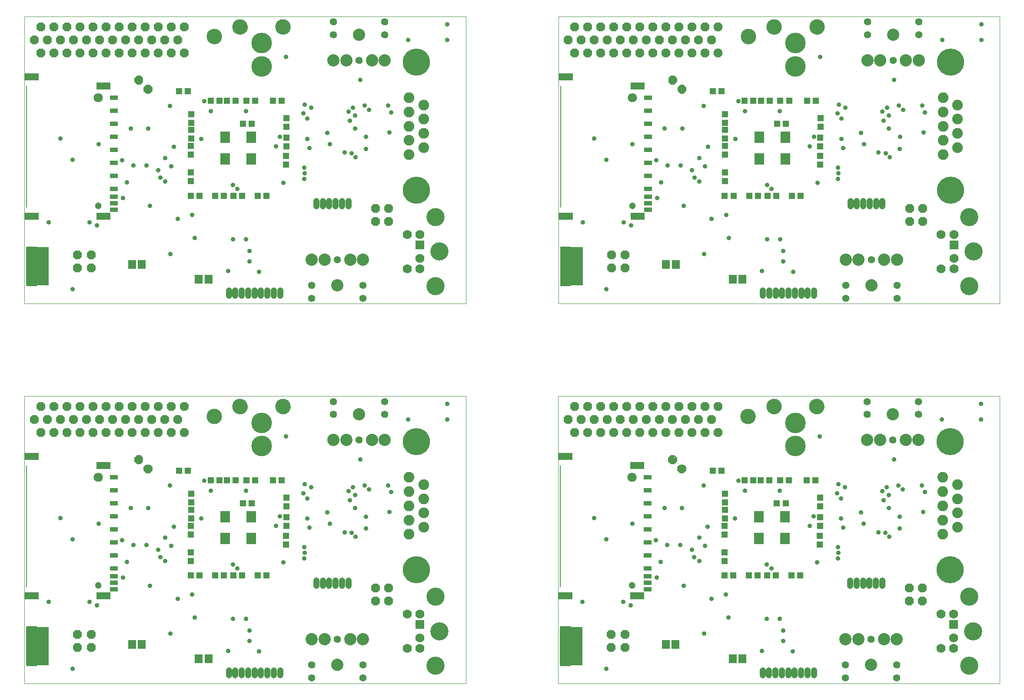
<source format=gbs>
G75*
%MOIN*%
%OFA0B0*%
%FSLAX25Y25*%
%IPPOS*%
%LPD*%
%AMOC8*
5,1,8,0,0,1.08239X$1,22.5*
%
%ADD10C,0.00000*%
%ADD11R,0.05131X0.04737*%
%ADD12R,0.04737X0.05131*%
%ADD13C,0.09400*%
%ADD14C,0.05524*%
%ADD15C,0.08200*%
%ADD16C,0.20800*%
%ADD17R,0.05918X0.07099*%
%ADD18C,0.04769*%
%ADD19OC8,0.06800*%
%ADD20C,0.01360*%
%ADD21R,0.07000X0.07000*%
%ADD22C,0.07000*%
%ADD23C,0.13900*%
%ADD24R,0.07800X0.08600*%
%ADD25C,0.11824*%
%ADD26R,0.17300X0.29800*%
%ADD27R,0.07850X0.07850*%
%ADD28C,0.02600*%
%ADD29C,0.00500*%
%ADD30R,0.06400X0.03600*%
%ADD31R,0.10800X0.05800*%
%ADD32C,0.07099*%
%ADD33C,0.05131*%
%ADD34C,0.15800*%
%ADD35C,0.03600*%
D10*
X0004300Y0040375D02*
X0004300Y0260875D01*
X0342800Y0260875D01*
X0342800Y0040375D01*
X0004300Y0040375D01*
X0017300Y0061131D02*
X0017302Y0061190D01*
X0017308Y0061250D01*
X0017318Y0061308D01*
X0017331Y0061366D01*
X0017349Y0061423D01*
X0017370Y0061479D01*
X0017395Y0061533D01*
X0017423Y0061585D01*
X0017455Y0061636D01*
X0017490Y0061684D01*
X0017528Y0061730D01*
X0017569Y0061773D01*
X0017613Y0061813D01*
X0017659Y0061850D01*
X0017708Y0061884D01*
X0017759Y0061915D01*
X0017811Y0061943D01*
X0017866Y0061967D01*
X0017922Y0061987D01*
X0017979Y0062003D01*
X0018037Y0062016D01*
X0018096Y0062025D01*
X0018155Y0062030D01*
X0018215Y0062031D01*
X0018274Y0062028D01*
X0018333Y0062021D01*
X0018392Y0062010D01*
X0018450Y0061996D01*
X0018506Y0061977D01*
X0018562Y0061955D01*
X0018615Y0061930D01*
X0018667Y0061900D01*
X0018717Y0061868D01*
X0018764Y0061832D01*
X0018810Y0061793D01*
X0018852Y0061751D01*
X0018892Y0061707D01*
X0018928Y0061660D01*
X0018961Y0061611D01*
X0018992Y0061559D01*
X0019018Y0061506D01*
X0019041Y0061451D01*
X0019060Y0061395D01*
X0019076Y0061337D01*
X0019088Y0061279D01*
X0019096Y0061220D01*
X0019100Y0061161D01*
X0019100Y0061101D01*
X0019096Y0061042D01*
X0019088Y0060983D01*
X0019076Y0060925D01*
X0019060Y0060867D01*
X0019041Y0060811D01*
X0019018Y0060756D01*
X0018992Y0060703D01*
X0018961Y0060651D01*
X0018928Y0060602D01*
X0018892Y0060555D01*
X0018852Y0060511D01*
X0018810Y0060469D01*
X0018764Y0060430D01*
X0018717Y0060394D01*
X0018667Y0060362D01*
X0018615Y0060332D01*
X0018562Y0060307D01*
X0018506Y0060285D01*
X0018450Y0060266D01*
X0018392Y0060252D01*
X0018333Y0060241D01*
X0018274Y0060234D01*
X0018215Y0060231D01*
X0018155Y0060232D01*
X0018096Y0060237D01*
X0018037Y0060246D01*
X0017979Y0060259D01*
X0017922Y0060275D01*
X0017866Y0060295D01*
X0017811Y0060319D01*
X0017759Y0060347D01*
X0017708Y0060378D01*
X0017659Y0060412D01*
X0017613Y0060449D01*
X0017569Y0060489D01*
X0017528Y0060532D01*
X0017490Y0060578D01*
X0017455Y0060626D01*
X0017423Y0060677D01*
X0017395Y0060729D01*
X0017370Y0060783D01*
X0017349Y0060839D01*
X0017331Y0060896D01*
X0017318Y0060954D01*
X0017308Y0061012D01*
X0017302Y0061072D01*
X0017300Y0061131D01*
X0017300Y0076931D02*
X0017302Y0076990D01*
X0017308Y0077050D01*
X0017318Y0077108D01*
X0017331Y0077166D01*
X0017349Y0077223D01*
X0017370Y0077279D01*
X0017395Y0077333D01*
X0017423Y0077385D01*
X0017455Y0077436D01*
X0017490Y0077484D01*
X0017528Y0077530D01*
X0017569Y0077573D01*
X0017613Y0077613D01*
X0017659Y0077650D01*
X0017708Y0077684D01*
X0017759Y0077715D01*
X0017811Y0077743D01*
X0017866Y0077767D01*
X0017922Y0077787D01*
X0017979Y0077803D01*
X0018037Y0077816D01*
X0018096Y0077825D01*
X0018155Y0077830D01*
X0018215Y0077831D01*
X0018274Y0077828D01*
X0018333Y0077821D01*
X0018392Y0077810D01*
X0018450Y0077796D01*
X0018506Y0077777D01*
X0018562Y0077755D01*
X0018615Y0077730D01*
X0018667Y0077700D01*
X0018717Y0077668D01*
X0018764Y0077632D01*
X0018810Y0077593D01*
X0018852Y0077551D01*
X0018892Y0077507D01*
X0018928Y0077460D01*
X0018961Y0077411D01*
X0018992Y0077359D01*
X0019018Y0077306D01*
X0019041Y0077251D01*
X0019060Y0077195D01*
X0019076Y0077137D01*
X0019088Y0077079D01*
X0019096Y0077020D01*
X0019100Y0076961D01*
X0019100Y0076901D01*
X0019096Y0076842D01*
X0019088Y0076783D01*
X0019076Y0076725D01*
X0019060Y0076667D01*
X0019041Y0076611D01*
X0019018Y0076556D01*
X0018992Y0076503D01*
X0018961Y0076451D01*
X0018928Y0076402D01*
X0018892Y0076355D01*
X0018852Y0076311D01*
X0018810Y0076269D01*
X0018764Y0076230D01*
X0018717Y0076194D01*
X0018667Y0076162D01*
X0018615Y0076132D01*
X0018562Y0076107D01*
X0018506Y0076085D01*
X0018450Y0076066D01*
X0018392Y0076052D01*
X0018333Y0076041D01*
X0018274Y0076034D01*
X0018215Y0076031D01*
X0018155Y0076032D01*
X0018096Y0076037D01*
X0018037Y0076046D01*
X0017979Y0076059D01*
X0017922Y0076075D01*
X0017866Y0076095D01*
X0017811Y0076119D01*
X0017759Y0076147D01*
X0017708Y0076178D01*
X0017659Y0076212D01*
X0017613Y0076249D01*
X0017569Y0076289D01*
X0017528Y0076332D01*
X0017490Y0076378D01*
X0017455Y0076426D01*
X0017423Y0076477D01*
X0017395Y0076529D01*
X0017370Y0076583D01*
X0017349Y0076639D01*
X0017331Y0076696D01*
X0017318Y0076754D01*
X0017308Y0076812D01*
X0017302Y0076872D01*
X0017300Y0076931D01*
X0058760Y0115594D02*
X0058762Y0115687D01*
X0058768Y0115779D01*
X0058778Y0115871D01*
X0058792Y0115962D01*
X0058809Y0116053D01*
X0058831Y0116143D01*
X0058856Y0116232D01*
X0058885Y0116320D01*
X0058918Y0116406D01*
X0058955Y0116491D01*
X0058995Y0116575D01*
X0059039Y0116656D01*
X0059086Y0116736D01*
X0059136Y0116814D01*
X0059190Y0116889D01*
X0059247Y0116962D01*
X0059307Y0117032D01*
X0059370Y0117100D01*
X0059436Y0117165D01*
X0059504Y0117227D01*
X0059575Y0117287D01*
X0059649Y0117343D01*
X0059725Y0117396D01*
X0059803Y0117445D01*
X0059883Y0117492D01*
X0059965Y0117534D01*
X0060049Y0117574D01*
X0060134Y0117609D01*
X0060221Y0117641D01*
X0060309Y0117670D01*
X0060398Y0117694D01*
X0060488Y0117715D01*
X0060579Y0117731D01*
X0060671Y0117744D01*
X0060763Y0117753D01*
X0060856Y0117758D01*
X0060948Y0117759D01*
X0061041Y0117756D01*
X0061133Y0117749D01*
X0061225Y0117738D01*
X0061316Y0117723D01*
X0061407Y0117705D01*
X0061497Y0117682D01*
X0061585Y0117656D01*
X0061673Y0117626D01*
X0061759Y0117592D01*
X0061843Y0117555D01*
X0061926Y0117513D01*
X0062007Y0117469D01*
X0062087Y0117421D01*
X0062164Y0117370D01*
X0062238Y0117315D01*
X0062311Y0117257D01*
X0062381Y0117197D01*
X0062448Y0117133D01*
X0062512Y0117067D01*
X0062574Y0116997D01*
X0062632Y0116926D01*
X0062687Y0116852D01*
X0062739Y0116775D01*
X0062788Y0116696D01*
X0062834Y0116616D01*
X0062876Y0116533D01*
X0062914Y0116449D01*
X0062949Y0116363D01*
X0062980Y0116276D01*
X0063007Y0116188D01*
X0063030Y0116098D01*
X0063050Y0116008D01*
X0063066Y0115917D01*
X0063078Y0115825D01*
X0063086Y0115733D01*
X0063090Y0115640D01*
X0063090Y0115548D01*
X0063086Y0115455D01*
X0063078Y0115363D01*
X0063066Y0115271D01*
X0063050Y0115180D01*
X0063030Y0115090D01*
X0063007Y0115000D01*
X0062980Y0114912D01*
X0062949Y0114825D01*
X0062914Y0114739D01*
X0062876Y0114655D01*
X0062834Y0114572D01*
X0062788Y0114492D01*
X0062739Y0114413D01*
X0062687Y0114336D01*
X0062632Y0114262D01*
X0062574Y0114191D01*
X0062512Y0114121D01*
X0062448Y0114055D01*
X0062381Y0113991D01*
X0062311Y0113931D01*
X0062238Y0113873D01*
X0062164Y0113818D01*
X0062087Y0113767D01*
X0062008Y0113719D01*
X0061926Y0113675D01*
X0061843Y0113633D01*
X0061759Y0113596D01*
X0061673Y0113562D01*
X0061585Y0113532D01*
X0061497Y0113506D01*
X0061407Y0113483D01*
X0061316Y0113465D01*
X0061225Y0113450D01*
X0061133Y0113439D01*
X0061041Y0113432D01*
X0060948Y0113429D01*
X0060856Y0113430D01*
X0060763Y0113435D01*
X0060671Y0113444D01*
X0060579Y0113457D01*
X0060488Y0113473D01*
X0060398Y0113494D01*
X0060309Y0113518D01*
X0060221Y0113547D01*
X0060134Y0113579D01*
X0060049Y0113614D01*
X0059965Y0113654D01*
X0059883Y0113696D01*
X0059803Y0113743D01*
X0059725Y0113792D01*
X0059649Y0113845D01*
X0059575Y0113901D01*
X0059504Y0113961D01*
X0059436Y0114023D01*
X0059370Y0114088D01*
X0059307Y0114156D01*
X0059247Y0114226D01*
X0059190Y0114299D01*
X0059136Y0114374D01*
X0059086Y0114452D01*
X0059039Y0114532D01*
X0058995Y0114613D01*
X0058955Y0114697D01*
X0058918Y0114782D01*
X0058885Y0114868D01*
X0058856Y0114956D01*
X0058831Y0115045D01*
X0058809Y0115135D01*
X0058792Y0115226D01*
X0058778Y0115317D01*
X0058768Y0115409D01*
X0058762Y0115501D01*
X0058760Y0115594D01*
X0057775Y0198594D02*
X0057777Y0198706D01*
X0057783Y0198817D01*
X0057793Y0198929D01*
X0057807Y0199040D01*
X0057824Y0199150D01*
X0057846Y0199260D01*
X0057872Y0199369D01*
X0057901Y0199477D01*
X0057934Y0199583D01*
X0057971Y0199689D01*
X0058012Y0199793D01*
X0058057Y0199896D01*
X0058105Y0199997D01*
X0058156Y0200096D01*
X0058211Y0200193D01*
X0058270Y0200288D01*
X0058331Y0200382D01*
X0058396Y0200473D01*
X0058465Y0200561D01*
X0058536Y0200647D01*
X0058610Y0200731D01*
X0058688Y0200811D01*
X0058768Y0200889D01*
X0058851Y0200965D01*
X0058936Y0201037D01*
X0059024Y0201106D01*
X0059114Y0201172D01*
X0059207Y0201234D01*
X0059302Y0201294D01*
X0059399Y0201350D01*
X0059497Y0201402D01*
X0059598Y0201451D01*
X0059700Y0201496D01*
X0059804Y0201538D01*
X0059909Y0201576D01*
X0060016Y0201610D01*
X0060123Y0201640D01*
X0060232Y0201667D01*
X0060341Y0201689D01*
X0060452Y0201708D01*
X0060562Y0201723D01*
X0060674Y0201734D01*
X0060785Y0201741D01*
X0060897Y0201744D01*
X0061009Y0201743D01*
X0061121Y0201738D01*
X0061232Y0201729D01*
X0061343Y0201716D01*
X0061454Y0201699D01*
X0061564Y0201679D01*
X0061673Y0201654D01*
X0061781Y0201626D01*
X0061888Y0201593D01*
X0061994Y0201557D01*
X0062098Y0201517D01*
X0062201Y0201474D01*
X0062303Y0201427D01*
X0062402Y0201376D01*
X0062500Y0201322D01*
X0062596Y0201264D01*
X0062690Y0201203D01*
X0062781Y0201139D01*
X0062870Y0201072D01*
X0062957Y0201001D01*
X0063041Y0200927D01*
X0063123Y0200851D01*
X0063201Y0200771D01*
X0063277Y0200689D01*
X0063350Y0200604D01*
X0063420Y0200517D01*
X0063486Y0200427D01*
X0063550Y0200335D01*
X0063610Y0200241D01*
X0063667Y0200145D01*
X0063720Y0200046D01*
X0063770Y0199946D01*
X0063816Y0199845D01*
X0063859Y0199741D01*
X0063898Y0199636D01*
X0063933Y0199530D01*
X0063964Y0199423D01*
X0063992Y0199314D01*
X0064015Y0199205D01*
X0064035Y0199095D01*
X0064051Y0198984D01*
X0064063Y0198873D01*
X0064071Y0198762D01*
X0064075Y0198650D01*
X0064075Y0198538D01*
X0064071Y0198426D01*
X0064063Y0198315D01*
X0064051Y0198204D01*
X0064035Y0198093D01*
X0064015Y0197983D01*
X0063992Y0197874D01*
X0063964Y0197765D01*
X0063933Y0197658D01*
X0063898Y0197552D01*
X0063859Y0197447D01*
X0063816Y0197343D01*
X0063770Y0197242D01*
X0063720Y0197142D01*
X0063667Y0197043D01*
X0063610Y0196947D01*
X0063550Y0196853D01*
X0063486Y0196761D01*
X0063420Y0196671D01*
X0063350Y0196584D01*
X0063277Y0196499D01*
X0063201Y0196417D01*
X0063123Y0196337D01*
X0063041Y0196261D01*
X0062957Y0196187D01*
X0062870Y0196116D01*
X0062781Y0196049D01*
X0062690Y0195985D01*
X0062596Y0195924D01*
X0062500Y0195866D01*
X0062402Y0195812D01*
X0062303Y0195761D01*
X0062201Y0195714D01*
X0062098Y0195671D01*
X0061994Y0195631D01*
X0061888Y0195595D01*
X0061781Y0195562D01*
X0061673Y0195534D01*
X0061564Y0195509D01*
X0061454Y0195489D01*
X0061343Y0195472D01*
X0061232Y0195459D01*
X0061121Y0195450D01*
X0061009Y0195445D01*
X0060897Y0195444D01*
X0060785Y0195447D01*
X0060674Y0195454D01*
X0060562Y0195465D01*
X0060452Y0195480D01*
X0060341Y0195499D01*
X0060232Y0195521D01*
X0060123Y0195548D01*
X0060016Y0195578D01*
X0059909Y0195612D01*
X0059804Y0195650D01*
X0059700Y0195692D01*
X0059598Y0195737D01*
X0059497Y0195786D01*
X0059399Y0195838D01*
X0059302Y0195894D01*
X0059207Y0195954D01*
X0059114Y0196016D01*
X0059024Y0196082D01*
X0058936Y0196151D01*
X0058851Y0196223D01*
X0058768Y0196299D01*
X0058688Y0196377D01*
X0058610Y0196457D01*
X0058536Y0196541D01*
X0058465Y0196627D01*
X0058396Y0196715D01*
X0058331Y0196806D01*
X0058270Y0196900D01*
X0058211Y0196995D01*
X0058156Y0197092D01*
X0058105Y0197191D01*
X0058057Y0197292D01*
X0058012Y0197395D01*
X0057971Y0197499D01*
X0057934Y0197605D01*
X0057901Y0197711D01*
X0057872Y0197819D01*
X0057846Y0197928D01*
X0057824Y0198038D01*
X0057807Y0198148D01*
X0057793Y0198259D01*
X0057783Y0198371D01*
X0057777Y0198482D01*
X0057775Y0198594D01*
X0144413Y0245375D02*
X0144415Y0245523D01*
X0144421Y0245671D01*
X0144431Y0245819D01*
X0144445Y0245966D01*
X0144463Y0246113D01*
X0144484Y0246259D01*
X0144510Y0246405D01*
X0144540Y0246550D01*
X0144573Y0246694D01*
X0144611Y0246837D01*
X0144652Y0246979D01*
X0144697Y0247120D01*
X0144745Y0247260D01*
X0144798Y0247399D01*
X0144854Y0247536D01*
X0144914Y0247671D01*
X0144977Y0247805D01*
X0145044Y0247937D01*
X0145115Y0248067D01*
X0145189Y0248195D01*
X0145266Y0248321D01*
X0145347Y0248445D01*
X0145431Y0248567D01*
X0145518Y0248686D01*
X0145609Y0248803D01*
X0145703Y0248918D01*
X0145799Y0249030D01*
X0145899Y0249140D01*
X0146001Y0249246D01*
X0146107Y0249350D01*
X0146215Y0249451D01*
X0146326Y0249549D01*
X0146439Y0249645D01*
X0146555Y0249737D01*
X0146673Y0249826D01*
X0146794Y0249911D01*
X0146917Y0249994D01*
X0147042Y0250073D01*
X0147169Y0250149D01*
X0147298Y0250221D01*
X0147429Y0250290D01*
X0147562Y0250355D01*
X0147697Y0250416D01*
X0147833Y0250474D01*
X0147970Y0250529D01*
X0148109Y0250579D01*
X0148250Y0250626D01*
X0148391Y0250669D01*
X0148534Y0250709D01*
X0148678Y0250744D01*
X0148822Y0250776D01*
X0148968Y0250803D01*
X0149114Y0250827D01*
X0149261Y0250847D01*
X0149408Y0250863D01*
X0149555Y0250875D01*
X0149703Y0250883D01*
X0149851Y0250887D01*
X0149999Y0250887D01*
X0150147Y0250883D01*
X0150295Y0250875D01*
X0150442Y0250863D01*
X0150589Y0250847D01*
X0150736Y0250827D01*
X0150882Y0250803D01*
X0151028Y0250776D01*
X0151172Y0250744D01*
X0151316Y0250709D01*
X0151459Y0250669D01*
X0151600Y0250626D01*
X0151741Y0250579D01*
X0151880Y0250529D01*
X0152017Y0250474D01*
X0152153Y0250416D01*
X0152288Y0250355D01*
X0152421Y0250290D01*
X0152552Y0250221D01*
X0152681Y0250149D01*
X0152808Y0250073D01*
X0152933Y0249994D01*
X0153056Y0249911D01*
X0153177Y0249826D01*
X0153295Y0249737D01*
X0153411Y0249645D01*
X0153524Y0249549D01*
X0153635Y0249451D01*
X0153743Y0249350D01*
X0153849Y0249246D01*
X0153951Y0249140D01*
X0154051Y0249030D01*
X0154147Y0248918D01*
X0154241Y0248803D01*
X0154332Y0248686D01*
X0154419Y0248567D01*
X0154503Y0248445D01*
X0154584Y0248321D01*
X0154661Y0248195D01*
X0154735Y0248067D01*
X0154806Y0247937D01*
X0154873Y0247805D01*
X0154936Y0247671D01*
X0154996Y0247536D01*
X0155052Y0247399D01*
X0155105Y0247260D01*
X0155153Y0247120D01*
X0155198Y0246979D01*
X0155239Y0246837D01*
X0155277Y0246694D01*
X0155310Y0246550D01*
X0155340Y0246405D01*
X0155366Y0246259D01*
X0155387Y0246113D01*
X0155405Y0245966D01*
X0155419Y0245819D01*
X0155429Y0245671D01*
X0155435Y0245523D01*
X0155437Y0245375D01*
X0155435Y0245227D01*
X0155429Y0245079D01*
X0155419Y0244931D01*
X0155405Y0244784D01*
X0155387Y0244637D01*
X0155366Y0244491D01*
X0155340Y0244345D01*
X0155310Y0244200D01*
X0155277Y0244056D01*
X0155239Y0243913D01*
X0155198Y0243771D01*
X0155153Y0243630D01*
X0155105Y0243490D01*
X0155052Y0243351D01*
X0154996Y0243214D01*
X0154936Y0243079D01*
X0154873Y0242945D01*
X0154806Y0242813D01*
X0154735Y0242683D01*
X0154661Y0242555D01*
X0154584Y0242429D01*
X0154503Y0242305D01*
X0154419Y0242183D01*
X0154332Y0242064D01*
X0154241Y0241947D01*
X0154147Y0241832D01*
X0154051Y0241720D01*
X0153951Y0241610D01*
X0153849Y0241504D01*
X0153743Y0241400D01*
X0153635Y0241299D01*
X0153524Y0241201D01*
X0153411Y0241105D01*
X0153295Y0241013D01*
X0153177Y0240924D01*
X0153056Y0240839D01*
X0152933Y0240756D01*
X0152808Y0240677D01*
X0152681Y0240601D01*
X0152552Y0240529D01*
X0152421Y0240460D01*
X0152288Y0240395D01*
X0152153Y0240334D01*
X0152017Y0240276D01*
X0151880Y0240221D01*
X0151741Y0240171D01*
X0151600Y0240124D01*
X0151459Y0240081D01*
X0151316Y0240041D01*
X0151172Y0240006D01*
X0151028Y0239974D01*
X0150882Y0239947D01*
X0150736Y0239923D01*
X0150589Y0239903D01*
X0150442Y0239887D01*
X0150295Y0239875D01*
X0150147Y0239867D01*
X0149999Y0239863D01*
X0149851Y0239863D01*
X0149703Y0239867D01*
X0149555Y0239875D01*
X0149408Y0239887D01*
X0149261Y0239903D01*
X0149114Y0239923D01*
X0148968Y0239947D01*
X0148822Y0239974D01*
X0148678Y0240006D01*
X0148534Y0240041D01*
X0148391Y0240081D01*
X0148250Y0240124D01*
X0148109Y0240171D01*
X0147970Y0240221D01*
X0147833Y0240276D01*
X0147697Y0240334D01*
X0147562Y0240395D01*
X0147429Y0240460D01*
X0147298Y0240529D01*
X0147169Y0240601D01*
X0147042Y0240677D01*
X0146917Y0240756D01*
X0146794Y0240839D01*
X0146673Y0240924D01*
X0146555Y0241013D01*
X0146439Y0241105D01*
X0146326Y0241201D01*
X0146215Y0241299D01*
X0146107Y0241400D01*
X0146001Y0241504D01*
X0145899Y0241610D01*
X0145799Y0241720D01*
X0145703Y0241832D01*
X0145609Y0241947D01*
X0145518Y0242064D01*
X0145431Y0242183D01*
X0145347Y0242305D01*
X0145266Y0242429D01*
X0145189Y0242555D01*
X0145115Y0242683D01*
X0145044Y0242813D01*
X0144977Y0242945D01*
X0144914Y0243079D01*
X0144854Y0243214D01*
X0144798Y0243351D01*
X0144745Y0243490D01*
X0144697Y0243630D01*
X0144652Y0243771D01*
X0144611Y0243913D01*
X0144573Y0244056D01*
X0144540Y0244200D01*
X0144510Y0244345D01*
X0144484Y0244491D01*
X0144463Y0244637D01*
X0144445Y0244784D01*
X0144431Y0244931D01*
X0144421Y0245079D01*
X0144415Y0245227D01*
X0144413Y0245375D01*
X0164226Y0252777D02*
X0164228Y0252925D01*
X0164234Y0253073D01*
X0164244Y0253221D01*
X0164258Y0253368D01*
X0164276Y0253515D01*
X0164297Y0253661D01*
X0164323Y0253807D01*
X0164353Y0253952D01*
X0164386Y0254096D01*
X0164424Y0254239D01*
X0164465Y0254381D01*
X0164510Y0254522D01*
X0164558Y0254662D01*
X0164611Y0254801D01*
X0164667Y0254938D01*
X0164727Y0255073D01*
X0164790Y0255207D01*
X0164857Y0255339D01*
X0164928Y0255469D01*
X0165002Y0255597D01*
X0165079Y0255723D01*
X0165160Y0255847D01*
X0165244Y0255969D01*
X0165331Y0256088D01*
X0165422Y0256205D01*
X0165516Y0256320D01*
X0165612Y0256432D01*
X0165712Y0256542D01*
X0165814Y0256648D01*
X0165920Y0256752D01*
X0166028Y0256853D01*
X0166139Y0256951D01*
X0166252Y0257047D01*
X0166368Y0257139D01*
X0166486Y0257228D01*
X0166607Y0257313D01*
X0166730Y0257396D01*
X0166855Y0257475D01*
X0166982Y0257551D01*
X0167111Y0257623D01*
X0167242Y0257692D01*
X0167375Y0257757D01*
X0167510Y0257818D01*
X0167646Y0257876D01*
X0167783Y0257931D01*
X0167922Y0257981D01*
X0168063Y0258028D01*
X0168204Y0258071D01*
X0168347Y0258111D01*
X0168491Y0258146D01*
X0168635Y0258178D01*
X0168781Y0258205D01*
X0168927Y0258229D01*
X0169074Y0258249D01*
X0169221Y0258265D01*
X0169368Y0258277D01*
X0169516Y0258285D01*
X0169664Y0258289D01*
X0169812Y0258289D01*
X0169960Y0258285D01*
X0170108Y0258277D01*
X0170255Y0258265D01*
X0170402Y0258249D01*
X0170549Y0258229D01*
X0170695Y0258205D01*
X0170841Y0258178D01*
X0170985Y0258146D01*
X0171129Y0258111D01*
X0171272Y0258071D01*
X0171413Y0258028D01*
X0171554Y0257981D01*
X0171693Y0257931D01*
X0171830Y0257876D01*
X0171966Y0257818D01*
X0172101Y0257757D01*
X0172234Y0257692D01*
X0172365Y0257623D01*
X0172494Y0257551D01*
X0172621Y0257475D01*
X0172746Y0257396D01*
X0172869Y0257313D01*
X0172990Y0257228D01*
X0173108Y0257139D01*
X0173224Y0257047D01*
X0173337Y0256951D01*
X0173448Y0256853D01*
X0173556Y0256752D01*
X0173662Y0256648D01*
X0173764Y0256542D01*
X0173864Y0256432D01*
X0173960Y0256320D01*
X0174054Y0256205D01*
X0174145Y0256088D01*
X0174232Y0255969D01*
X0174316Y0255847D01*
X0174397Y0255723D01*
X0174474Y0255597D01*
X0174548Y0255469D01*
X0174619Y0255339D01*
X0174686Y0255207D01*
X0174749Y0255073D01*
X0174809Y0254938D01*
X0174865Y0254801D01*
X0174918Y0254662D01*
X0174966Y0254522D01*
X0175011Y0254381D01*
X0175052Y0254239D01*
X0175090Y0254096D01*
X0175123Y0253952D01*
X0175153Y0253807D01*
X0175179Y0253661D01*
X0175200Y0253515D01*
X0175218Y0253368D01*
X0175232Y0253221D01*
X0175242Y0253073D01*
X0175248Y0252925D01*
X0175250Y0252777D01*
X0175248Y0252629D01*
X0175242Y0252481D01*
X0175232Y0252333D01*
X0175218Y0252186D01*
X0175200Y0252039D01*
X0175179Y0251893D01*
X0175153Y0251747D01*
X0175123Y0251602D01*
X0175090Y0251458D01*
X0175052Y0251315D01*
X0175011Y0251173D01*
X0174966Y0251032D01*
X0174918Y0250892D01*
X0174865Y0250753D01*
X0174809Y0250616D01*
X0174749Y0250481D01*
X0174686Y0250347D01*
X0174619Y0250215D01*
X0174548Y0250085D01*
X0174474Y0249957D01*
X0174397Y0249831D01*
X0174316Y0249707D01*
X0174232Y0249585D01*
X0174145Y0249466D01*
X0174054Y0249349D01*
X0173960Y0249234D01*
X0173864Y0249122D01*
X0173764Y0249012D01*
X0173662Y0248906D01*
X0173556Y0248802D01*
X0173448Y0248701D01*
X0173337Y0248603D01*
X0173224Y0248507D01*
X0173108Y0248415D01*
X0172990Y0248326D01*
X0172869Y0248241D01*
X0172746Y0248158D01*
X0172621Y0248079D01*
X0172494Y0248003D01*
X0172365Y0247931D01*
X0172234Y0247862D01*
X0172101Y0247797D01*
X0171966Y0247736D01*
X0171830Y0247678D01*
X0171693Y0247623D01*
X0171554Y0247573D01*
X0171413Y0247526D01*
X0171272Y0247483D01*
X0171129Y0247443D01*
X0170985Y0247408D01*
X0170841Y0247376D01*
X0170695Y0247349D01*
X0170549Y0247325D01*
X0170402Y0247305D01*
X0170255Y0247289D01*
X0170108Y0247277D01*
X0169960Y0247269D01*
X0169812Y0247265D01*
X0169664Y0247265D01*
X0169516Y0247269D01*
X0169368Y0247277D01*
X0169221Y0247289D01*
X0169074Y0247305D01*
X0168927Y0247325D01*
X0168781Y0247349D01*
X0168635Y0247376D01*
X0168491Y0247408D01*
X0168347Y0247443D01*
X0168204Y0247483D01*
X0168063Y0247526D01*
X0167922Y0247573D01*
X0167783Y0247623D01*
X0167646Y0247678D01*
X0167510Y0247736D01*
X0167375Y0247797D01*
X0167242Y0247862D01*
X0167111Y0247931D01*
X0166982Y0248003D01*
X0166855Y0248079D01*
X0166730Y0248158D01*
X0166607Y0248241D01*
X0166486Y0248326D01*
X0166368Y0248415D01*
X0166252Y0248507D01*
X0166139Y0248603D01*
X0166028Y0248701D01*
X0165920Y0248802D01*
X0165814Y0248906D01*
X0165712Y0249012D01*
X0165612Y0249122D01*
X0165516Y0249234D01*
X0165422Y0249349D01*
X0165331Y0249466D01*
X0165244Y0249585D01*
X0165160Y0249707D01*
X0165079Y0249831D01*
X0165002Y0249957D01*
X0164928Y0250085D01*
X0164857Y0250215D01*
X0164790Y0250347D01*
X0164727Y0250481D01*
X0164667Y0250616D01*
X0164611Y0250753D01*
X0164558Y0250892D01*
X0164510Y0251032D01*
X0164465Y0251173D01*
X0164424Y0251315D01*
X0164386Y0251458D01*
X0164353Y0251602D01*
X0164323Y0251747D01*
X0164297Y0251893D01*
X0164276Y0252039D01*
X0164258Y0252186D01*
X0164244Y0252333D01*
X0164234Y0252481D01*
X0164228Y0252629D01*
X0164226Y0252777D01*
X0197100Y0252777D02*
X0197102Y0252925D01*
X0197108Y0253073D01*
X0197118Y0253221D01*
X0197132Y0253368D01*
X0197150Y0253515D01*
X0197171Y0253661D01*
X0197197Y0253807D01*
X0197227Y0253952D01*
X0197260Y0254096D01*
X0197298Y0254239D01*
X0197339Y0254381D01*
X0197384Y0254522D01*
X0197432Y0254662D01*
X0197485Y0254801D01*
X0197541Y0254938D01*
X0197601Y0255073D01*
X0197664Y0255207D01*
X0197731Y0255339D01*
X0197802Y0255469D01*
X0197876Y0255597D01*
X0197953Y0255723D01*
X0198034Y0255847D01*
X0198118Y0255969D01*
X0198205Y0256088D01*
X0198296Y0256205D01*
X0198390Y0256320D01*
X0198486Y0256432D01*
X0198586Y0256542D01*
X0198688Y0256648D01*
X0198794Y0256752D01*
X0198902Y0256853D01*
X0199013Y0256951D01*
X0199126Y0257047D01*
X0199242Y0257139D01*
X0199360Y0257228D01*
X0199481Y0257313D01*
X0199604Y0257396D01*
X0199729Y0257475D01*
X0199856Y0257551D01*
X0199985Y0257623D01*
X0200116Y0257692D01*
X0200249Y0257757D01*
X0200384Y0257818D01*
X0200520Y0257876D01*
X0200657Y0257931D01*
X0200796Y0257981D01*
X0200937Y0258028D01*
X0201078Y0258071D01*
X0201221Y0258111D01*
X0201365Y0258146D01*
X0201509Y0258178D01*
X0201655Y0258205D01*
X0201801Y0258229D01*
X0201948Y0258249D01*
X0202095Y0258265D01*
X0202242Y0258277D01*
X0202390Y0258285D01*
X0202538Y0258289D01*
X0202686Y0258289D01*
X0202834Y0258285D01*
X0202982Y0258277D01*
X0203129Y0258265D01*
X0203276Y0258249D01*
X0203423Y0258229D01*
X0203569Y0258205D01*
X0203715Y0258178D01*
X0203859Y0258146D01*
X0204003Y0258111D01*
X0204146Y0258071D01*
X0204287Y0258028D01*
X0204428Y0257981D01*
X0204567Y0257931D01*
X0204704Y0257876D01*
X0204840Y0257818D01*
X0204975Y0257757D01*
X0205108Y0257692D01*
X0205239Y0257623D01*
X0205368Y0257551D01*
X0205495Y0257475D01*
X0205620Y0257396D01*
X0205743Y0257313D01*
X0205864Y0257228D01*
X0205982Y0257139D01*
X0206098Y0257047D01*
X0206211Y0256951D01*
X0206322Y0256853D01*
X0206430Y0256752D01*
X0206536Y0256648D01*
X0206638Y0256542D01*
X0206738Y0256432D01*
X0206834Y0256320D01*
X0206928Y0256205D01*
X0207019Y0256088D01*
X0207106Y0255969D01*
X0207190Y0255847D01*
X0207271Y0255723D01*
X0207348Y0255597D01*
X0207422Y0255469D01*
X0207493Y0255339D01*
X0207560Y0255207D01*
X0207623Y0255073D01*
X0207683Y0254938D01*
X0207739Y0254801D01*
X0207792Y0254662D01*
X0207840Y0254522D01*
X0207885Y0254381D01*
X0207926Y0254239D01*
X0207964Y0254096D01*
X0207997Y0253952D01*
X0208027Y0253807D01*
X0208053Y0253661D01*
X0208074Y0253515D01*
X0208092Y0253368D01*
X0208106Y0253221D01*
X0208116Y0253073D01*
X0208122Y0252925D01*
X0208124Y0252777D01*
X0208122Y0252629D01*
X0208116Y0252481D01*
X0208106Y0252333D01*
X0208092Y0252186D01*
X0208074Y0252039D01*
X0208053Y0251893D01*
X0208027Y0251747D01*
X0207997Y0251602D01*
X0207964Y0251458D01*
X0207926Y0251315D01*
X0207885Y0251173D01*
X0207840Y0251032D01*
X0207792Y0250892D01*
X0207739Y0250753D01*
X0207683Y0250616D01*
X0207623Y0250481D01*
X0207560Y0250347D01*
X0207493Y0250215D01*
X0207422Y0250085D01*
X0207348Y0249957D01*
X0207271Y0249831D01*
X0207190Y0249707D01*
X0207106Y0249585D01*
X0207019Y0249466D01*
X0206928Y0249349D01*
X0206834Y0249234D01*
X0206738Y0249122D01*
X0206638Y0249012D01*
X0206536Y0248906D01*
X0206430Y0248802D01*
X0206322Y0248701D01*
X0206211Y0248603D01*
X0206098Y0248507D01*
X0205982Y0248415D01*
X0205864Y0248326D01*
X0205743Y0248241D01*
X0205620Y0248158D01*
X0205495Y0248079D01*
X0205368Y0248003D01*
X0205239Y0247931D01*
X0205108Y0247862D01*
X0204975Y0247797D01*
X0204840Y0247736D01*
X0204704Y0247678D01*
X0204567Y0247623D01*
X0204428Y0247573D01*
X0204287Y0247526D01*
X0204146Y0247483D01*
X0204003Y0247443D01*
X0203859Y0247408D01*
X0203715Y0247376D01*
X0203569Y0247349D01*
X0203423Y0247325D01*
X0203276Y0247305D01*
X0203129Y0247289D01*
X0202982Y0247277D01*
X0202834Y0247269D01*
X0202686Y0247265D01*
X0202538Y0247265D01*
X0202390Y0247269D01*
X0202242Y0247277D01*
X0202095Y0247289D01*
X0201948Y0247305D01*
X0201801Y0247325D01*
X0201655Y0247349D01*
X0201509Y0247376D01*
X0201365Y0247408D01*
X0201221Y0247443D01*
X0201078Y0247483D01*
X0200937Y0247526D01*
X0200796Y0247573D01*
X0200657Y0247623D01*
X0200520Y0247678D01*
X0200384Y0247736D01*
X0200249Y0247797D01*
X0200116Y0247862D01*
X0199985Y0247931D01*
X0199856Y0248003D01*
X0199729Y0248079D01*
X0199604Y0248158D01*
X0199481Y0248241D01*
X0199360Y0248326D01*
X0199242Y0248415D01*
X0199126Y0248507D01*
X0199013Y0248603D01*
X0198902Y0248701D01*
X0198794Y0248802D01*
X0198688Y0248906D01*
X0198586Y0249012D01*
X0198486Y0249122D01*
X0198390Y0249234D01*
X0198296Y0249349D01*
X0198205Y0249466D01*
X0198118Y0249585D01*
X0198034Y0249707D01*
X0197953Y0249831D01*
X0197876Y0249957D01*
X0197802Y0250085D01*
X0197731Y0250215D01*
X0197664Y0250347D01*
X0197601Y0250481D01*
X0197541Y0250616D01*
X0197485Y0250753D01*
X0197432Y0250892D01*
X0197384Y0251032D01*
X0197339Y0251173D01*
X0197298Y0251315D01*
X0197260Y0251458D01*
X0197227Y0251602D01*
X0197197Y0251747D01*
X0197171Y0251893D01*
X0197150Y0252039D01*
X0197132Y0252186D01*
X0197118Y0252333D01*
X0197108Y0252481D01*
X0197102Y0252629D01*
X0197100Y0252777D01*
X0238972Y0256718D02*
X0238974Y0256815D01*
X0238980Y0256912D01*
X0238990Y0257008D01*
X0239004Y0257104D01*
X0239022Y0257200D01*
X0239043Y0257294D01*
X0239069Y0257388D01*
X0239098Y0257480D01*
X0239132Y0257571D01*
X0239168Y0257661D01*
X0239209Y0257749D01*
X0239253Y0257835D01*
X0239301Y0257920D01*
X0239352Y0258002D01*
X0239406Y0258083D01*
X0239464Y0258161D01*
X0239525Y0258236D01*
X0239588Y0258309D01*
X0239655Y0258380D01*
X0239725Y0258447D01*
X0239797Y0258512D01*
X0239872Y0258573D01*
X0239950Y0258632D01*
X0240029Y0258687D01*
X0240111Y0258739D01*
X0240195Y0258787D01*
X0240281Y0258832D01*
X0240369Y0258874D01*
X0240458Y0258912D01*
X0240549Y0258946D01*
X0240641Y0258976D01*
X0240734Y0259003D01*
X0240829Y0259025D01*
X0240924Y0259044D01*
X0241020Y0259059D01*
X0241116Y0259070D01*
X0241213Y0259077D01*
X0241310Y0259080D01*
X0241407Y0259079D01*
X0241504Y0259074D01*
X0241600Y0259065D01*
X0241696Y0259052D01*
X0241792Y0259035D01*
X0241887Y0259014D01*
X0241980Y0258990D01*
X0242073Y0258961D01*
X0242165Y0258929D01*
X0242255Y0258893D01*
X0242343Y0258854D01*
X0242430Y0258810D01*
X0242515Y0258764D01*
X0242598Y0258713D01*
X0242679Y0258660D01*
X0242757Y0258603D01*
X0242834Y0258543D01*
X0242907Y0258480D01*
X0242978Y0258414D01*
X0243046Y0258345D01*
X0243112Y0258273D01*
X0243174Y0258199D01*
X0243233Y0258122D01*
X0243289Y0258043D01*
X0243342Y0257961D01*
X0243392Y0257878D01*
X0243437Y0257792D01*
X0243480Y0257705D01*
X0243519Y0257616D01*
X0243554Y0257526D01*
X0243585Y0257434D01*
X0243612Y0257341D01*
X0243636Y0257247D01*
X0243656Y0257152D01*
X0243672Y0257056D01*
X0243684Y0256960D01*
X0243692Y0256863D01*
X0243696Y0256766D01*
X0243696Y0256670D01*
X0243692Y0256573D01*
X0243684Y0256476D01*
X0243672Y0256380D01*
X0243656Y0256284D01*
X0243636Y0256189D01*
X0243612Y0256095D01*
X0243585Y0256002D01*
X0243554Y0255910D01*
X0243519Y0255820D01*
X0243480Y0255731D01*
X0243437Y0255644D01*
X0243392Y0255558D01*
X0243342Y0255475D01*
X0243289Y0255393D01*
X0243233Y0255314D01*
X0243174Y0255237D01*
X0243112Y0255163D01*
X0243046Y0255091D01*
X0242978Y0255022D01*
X0242907Y0254956D01*
X0242834Y0254893D01*
X0242757Y0254833D01*
X0242679Y0254776D01*
X0242598Y0254723D01*
X0242515Y0254672D01*
X0242430Y0254626D01*
X0242343Y0254582D01*
X0242255Y0254543D01*
X0242165Y0254507D01*
X0242073Y0254475D01*
X0241980Y0254446D01*
X0241887Y0254422D01*
X0241792Y0254401D01*
X0241696Y0254384D01*
X0241600Y0254371D01*
X0241504Y0254362D01*
X0241407Y0254357D01*
X0241310Y0254356D01*
X0241213Y0254359D01*
X0241116Y0254366D01*
X0241020Y0254377D01*
X0240924Y0254392D01*
X0240829Y0254411D01*
X0240734Y0254433D01*
X0240641Y0254460D01*
X0240549Y0254490D01*
X0240458Y0254524D01*
X0240369Y0254562D01*
X0240281Y0254604D01*
X0240195Y0254649D01*
X0240111Y0254697D01*
X0240029Y0254749D01*
X0239950Y0254804D01*
X0239872Y0254863D01*
X0239797Y0254924D01*
X0239725Y0254989D01*
X0239655Y0255056D01*
X0239588Y0255127D01*
X0239525Y0255200D01*
X0239464Y0255275D01*
X0239406Y0255353D01*
X0239352Y0255434D01*
X0239301Y0255516D01*
X0239253Y0255601D01*
X0239209Y0255687D01*
X0239168Y0255775D01*
X0239132Y0255865D01*
X0239098Y0255956D01*
X0239069Y0256048D01*
X0239043Y0256142D01*
X0239022Y0256236D01*
X0239004Y0256332D01*
X0238990Y0256428D01*
X0238980Y0256524D01*
X0238974Y0256621D01*
X0238972Y0256718D01*
X0238972Y0246875D02*
X0238974Y0246972D01*
X0238980Y0247069D01*
X0238990Y0247165D01*
X0239004Y0247261D01*
X0239022Y0247357D01*
X0239043Y0247451D01*
X0239069Y0247545D01*
X0239098Y0247637D01*
X0239132Y0247728D01*
X0239168Y0247818D01*
X0239209Y0247906D01*
X0239253Y0247992D01*
X0239301Y0248077D01*
X0239352Y0248159D01*
X0239406Y0248240D01*
X0239464Y0248318D01*
X0239525Y0248393D01*
X0239588Y0248466D01*
X0239655Y0248537D01*
X0239725Y0248604D01*
X0239797Y0248669D01*
X0239872Y0248730D01*
X0239950Y0248789D01*
X0240029Y0248844D01*
X0240111Y0248896D01*
X0240195Y0248944D01*
X0240281Y0248989D01*
X0240369Y0249031D01*
X0240458Y0249069D01*
X0240549Y0249103D01*
X0240641Y0249133D01*
X0240734Y0249160D01*
X0240829Y0249182D01*
X0240924Y0249201D01*
X0241020Y0249216D01*
X0241116Y0249227D01*
X0241213Y0249234D01*
X0241310Y0249237D01*
X0241407Y0249236D01*
X0241504Y0249231D01*
X0241600Y0249222D01*
X0241696Y0249209D01*
X0241792Y0249192D01*
X0241887Y0249171D01*
X0241980Y0249147D01*
X0242073Y0249118D01*
X0242165Y0249086D01*
X0242255Y0249050D01*
X0242343Y0249011D01*
X0242430Y0248967D01*
X0242515Y0248921D01*
X0242598Y0248870D01*
X0242679Y0248817D01*
X0242757Y0248760D01*
X0242834Y0248700D01*
X0242907Y0248637D01*
X0242978Y0248571D01*
X0243046Y0248502D01*
X0243112Y0248430D01*
X0243174Y0248356D01*
X0243233Y0248279D01*
X0243289Y0248200D01*
X0243342Y0248118D01*
X0243392Y0248035D01*
X0243437Y0247949D01*
X0243480Y0247862D01*
X0243519Y0247773D01*
X0243554Y0247683D01*
X0243585Y0247591D01*
X0243612Y0247498D01*
X0243636Y0247404D01*
X0243656Y0247309D01*
X0243672Y0247213D01*
X0243684Y0247117D01*
X0243692Y0247020D01*
X0243696Y0246923D01*
X0243696Y0246827D01*
X0243692Y0246730D01*
X0243684Y0246633D01*
X0243672Y0246537D01*
X0243656Y0246441D01*
X0243636Y0246346D01*
X0243612Y0246252D01*
X0243585Y0246159D01*
X0243554Y0246067D01*
X0243519Y0245977D01*
X0243480Y0245888D01*
X0243437Y0245801D01*
X0243392Y0245715D01*
X0243342Y0245632D01*
X0243289Y0245550D01*
X0243233Y0245471D01*
X0243174Y0245394D01*
X0243112Y0245320D01*
X0243046Y0245248D01*
X0242978Y0245179D01*
X0242907Y0245113D01*
X0242834Y0245050D01*
X0242757Y0244990D01*
X0242679Y0244933D01*
X0242598Y0244880D01*
X0242515Y0244829D01*
X0242430Y0244783D01*
X0242343Y0244739D01*
X0242255Y0244700D01*
X0242165Y0244664D01*
X0242073Y0244632D01*
X0241980Y0244603D01*
X0241887Y0244579D01*
X0241792Y0244558D01*
X0241696Y0244541D01*
X0241600Y0244528D01*
X0241504Y0244519D01*
X0241407Y0244514D01*
X0241310Y0244513D01*
X0241213Y0244516D01*
X0241116Y0244523D01*
X0241020Y0244534D01*
X0240924Y0244549D01*
X0240829Y0244568D01*
X0240734Y0244590D01*
X0240641Y0244617D01*
X0240549Y0244647D01*
X0240458Y0244681D01*
X0240369Y0244719D01*
X0240281Y0244761D01*
X0240195Y0244806D01*
X0240111Y0244854D01*
X0240029Y0244906D01*
X0239950Y0244961D01*
X0239872Y0245020D01*
X0239797Y0245081D01*
X0239725Y0245146D01*
X0239655Y0245213D01*
X0239588Y0245284D01*
X0239525Y0245357D01*
X0239464Y0245432D01*
X0239406Y0245510D01*
X0239352Y0245591D01*
X0239301Y0245673D01*
X0239253Y0245758D01*
X0239209Y0245844D01*
X0239168Y0245932D01*
X0239132Y0246022D01*
X0239098Y0246113D01*
X0239069Y0246205D01*
X0239043Y0246299D01*
X0239022Y0246393D01*
X0239004Y0246489D01*
X0238990Y0246585D01*
X0238980Y0246681D01*
X0238974Y0246778D01*
X0238972Y0246875D01*
X0258657Y0227190D02*
X0258659Y0227287D01*
X0258665Y0227384D01*
X0258675Y0227480D01*
X0258689Y0227576D01*
X0258707Y0227672D01*
X0258728Y0227766D01*
X0258754Y0227860D01*
X0258783Y0227952D01*
X0258817Y0228043D01*
X0258853Y0228133D01*
X0258894Y0228221D01*
X0258938Y0228307D01*
X0258986Y0228392D01*
X0259037Y0228474D01*
X0259091Y0228555D01*
X0259149Y0228633D01*
X0259210Y0228708D01*
X0259273Y0228781D01*
X0259340Y0228852D01*
X0259410Y0228919D01*
X0259482Y0228984D01*
X0259557Y0229045D01*
X0259635Y0229104D01*
X0259714Y0229159D01*
X0259796Y0229211D01*
X0259880Y0229259D01*
X0259966Y0229304D01*
X0260054Y0229346D01*
X0260143Y0229384D01*
X0260234Y0229418D01*
X0260326Y0229448D01*
X0260419Y0229475D01*
X0260514Y0229497D01*
X0260609Y0229516D01*
X0260705Y0229531D01*
X0260801Y0229542D01*
X0260898Y0229549D01*
X0260995Y0229552D01*
X0261092Y0229551D01*
X0261189Y0229546D01*
X0261285Y0229537D01*
X0261381Y0229524D01*
X0261477Y0229507D01*
X0261572Y0229486D01*
X0261665Y0229462D01*
X0261758Y0229433D01*
X0261850Y0229401D01*
X0261940Y0229365D01*
X0262028Y0229326D01*
X0262115Y0229282D01*
X0262200Y0229236D01*
X0262283Y0229185D01*
X0262364Y0229132D01*
X0262442Y0229075D01*
X0262519Y0229015D01*
X0262592Y0228952D01*
X0262663Y0228886D01*
X0262731Y0228817D01*
X0262797Y0228745D01*
X0262859Y0228671D01*
X0262918Y0228594D01*
X0262974Y0228515D01*
X0263027Y0228433D01*
X0263077Y0228350D01*
X0263122Y0228264D01*
X0263165Y0228177D01*
X0263204Y0228088D01*
X0263239Y0227998D01*
X0263270Y0227906D01*
X0263297Y0227813D01*
X0263321Y0227719D01*
X0263341Y0227624D01*
X0263357Y0227528D01*
X0263369Y0227432D01*
X0263377Y0227335D01*
X0263381Y0227238D01*
X0263381Y0227142D01*
X0263377Y0227045D01*
X0263369Y0226948D01*
X0263357Y0226852D01*
X0263341Y0226756D01*
X0263321Y0226661D01*
X0263297Y0226567D01*
X0263270Y0226474D01*
X0263239Y0226382D01*
X0263204Y0226292D01*
X0263165Y0226203D01*
X0263122Y0226116D01*
X0263077Y0226030D01*
X0263027Y0225947D01*
X0262974Y0225865D01*
X0262918Y0225786D01*
X0262859Y0225709D01*
X0262797Y0225635D01*
X0262731Y0225563D01*
X0262663Y0225494D01*
X0262592Y0225428D01*
X0262519Y0225365D01*
X0262442Y0225305D01*
X0262364Y0225248D01*
X0262283Y0225195D01*
X0262200Y0225144D01*
X0262115Y0225098D01*
X0262028Y0225054D01*
X0261940Y0225015D01*
X0261850Y0224979D01*
X0261758Y0224947D01*
X0261665Y0224918D01*
X0261572Y0224894D01*
X0261477Y0224873D01*
X0261381Y0224856D01*
X0261285Y0224843D01*
X0261189Y0224834D01*
X0261092Y0224829D01*
X0260995Y0224828D01*
X0260898Y0224831D01*
X0260801Y0224838D01*
X0260705Y0224849D01*
X0260609Y0224864D01*
X0260514Y0224883D01*
X0260419Y0224905D01*
X0260326Y0224932D01*
X0260234Y0224962D01*
X0260143Y0224996D01*
X0260054Y0225034D01*
X0259966Y0225076D01*
X0259880Y0225121D01*
X0259796Y0225169D01*
X0259714Y0225221D01*
X0259635Y0225276D01*
X0259557Y0225335D01*
X0259482Y0225396D01*
X0259410Y0225461D01*
X0259340Y0225528D01*
X0259273Y0225599D01*
X0259210Y0225672D01*
X0259149Y0225747D01*
X0259091Y0225825D01*
X0259037Y0225906D01*
X0258986Y0225988D01*
X0258938Y0226073D01*
X0258894Y0226159D01*
X0258853Y0226247D01*
X0258817Y0226337D01*
X0258783Y0226428D01*
X0258754Y0226520D01*
X0258728Y0226614D01*
X0258707Y0226708D01*
X0258689Y0226804D01*
X0258675Y0226900D01*
X0258665Y0226996D01*
X0258659Y0227093D01*
X0258657Y0227190D01*
X0278342Y0246875D02*
X0278344Y0246972D01*
X0278350Y0247069D01*
X0278360Y0247165D01*
X0278374Y0247261D01*
X0278392Y0247357D01*
X0278413Y0247451D01*
X0278439Y0247545D01*
X0278468Y0247637D01*
X0278502Y0247728D01*
X0278538Y0247818D01*
X0278579Y0247906D01*
X0278623Y0247992D01*
X0278671Y0248077D01*
X0278722Y0248159D01*
X0278776Y0248240D01*
X0278834Y0248318D01*
X0278895Y0248393D01*
X0278958Y0248466D01*
X0279025Y0248537D01*
X0279095Y0248604D01*
X0279167Y0248669D01*
X0279242Y0248730D01*
X0279320Y0248789D01*
X0279399Y0248844D01*
X0279481Y0248896D01*
X0279565Y0248944D01*
X0279651Y0248989D01*
X0279739Y0249031D01*
X0279828Y0249069D01*
X0279919Y0249103D01*
X0280011Y0249133D01*
X0280104Y0249160D01*
X0280199Y0249182D01*
X0280294Y0249201D01*
X0280390Y0249216D01*
X0280486Y0249227D01*
X0280583Y0249234D01*
X0280680Y0249237D01*
X0280777Y0249236D01*
X0280874Y0249231D01*
X0280970Y0249222D01*
X0281066Y0249209D01*
X0281162Y0249192D01*
X0281257Y0249171D01*
X0281350Y0249147D01*
X0281443Y0249118D01*
X0281535Y0249086D01*
X0281625Y0249050D01*
X0281713Y0249011D01*
X0281800Y0248967D01*
X0281885Y0248921D01*
X0281968Y0248870D01*
X0282049Y0248817D01*
X0282127Y0248760D01*
X0282204Y0248700D01*
X0282277Y0248637D01*
X0282348Y0248571D01*
X0282416Y0248502D01*
X0282482Y0248430D01*
X0282544Y0248356D01*
X0282603Y0248279D01*
X0282659Y0248200D01*
X0282712Y0248118D01*
X0282762Y0248035D01*
X0282807Y0247949D01*
X0282850Y0247862D01*
X0282889Y0247773D01*
X0282924Y0247683D01*
X0282955Y0247591D01*
X0282982Y0247498D01*
X0283006Y0247404D01*
X0283026Y0247309D01*
X0283042Y0247213D01*
X0283054Y0247117D01*
X0283062Y0247020D01*
X0283066Y0246923D01*
X0283066Y0246827D01*
X0283062Y0246730D01*
X0283054Y0246633D01*
X0283042Y0246537D01*
X0283026Y0246441D01*
X0283006Y0246346D01*
X0282982Y0246252D01*
X0282955Y0246159D01*
X0282924Y0246067D01*
X0282889Y0245977D01*
X0282850Y0245888D01*
X0282807Y0245801D01*
X0282762Y0245715D01*
X0282712Y0245632D01*
X0282659Y0245550D01*
X0282603Y0245471D01*
X0282544Y0245394D01*
X0282482Y0245320D01*
X0282416Y0245248D01*
X0282348Y0245179D01*
X0282277Y0245113D01*
X0282204Y0245050D01*
X0282127Y0244990D01*
X0282049Y0244933D01*
X0281968Y0244880D01*
X0281885Y0244829D01*
X0281800Y0244783D01*
X0281713Y0244739D01*
X0281625Y0244700D01*
X0281535Y0244664D01*
X0281443Y0244632D01*
X0281350Y0244603D01*
X0281257Y0244579D01*
X0281162Y0244558D01*
X0281066Y0244541D01*
X0280970Y0244528D01*
X0280874Y0244519D01*
X0280777Y0244514D01*
X0280680Y0244513D01*
X0280583Y0244516D01*
X0280486Y0244523D01*
X0280390Y0244534D01*
X0280294Y0244549D01*
X0280199Y0244568D01*
X0280104Y0244590D01*
X0280011Y0244617D01*
X0279919Y0244647D01*
X0279828Y0244681D01*
X0279739Y0244719D01*
X0279651Y0244761D01*
X0279565Y0244806D01*
X0279481Y0244854D01*
X0279399Y0244906D01*
X0279320Y0244961D01*
X0279242Y0245020D01*
X0279167Y0245081D01*
X0279095Y0245146D01*
X0279025Y0245213D01*
X0278958Y0245284D01*
X0278895Y0245357D01*
X0278834Y0245432D01*
X0278776Y0245510D01*
X0278722Y0245591D01*
X0278671Y0245673D01*
X0278623Y0245758D01*
X0278579Y0245844D01*
X0278538Y0245932D01*
X0278502Y0246022D01*
X0278468Y0246113D01*
X0278439Y0246205D01*
X0278413Y0246299D01*
X0278392Y0246393D01*
X0278374Y0246489D01*
X0278360Y0246585D01*
X0278350Y0246681D01*
X0278344Y0246778D01*
X0278342Y0246875D01*
X0278342Y0256718D02*
X0278344Y0256815D01*
X0278350Y0256912D01*
X0278360Y0257008D01*
X0278374Y0257104D01*
X0278392Y0257200D01*
X0278413Y0257294D01*
X0278439Y0257388D01*
X0278468Y0257480D01*
X0278502Y0257571D01*
X0278538Y0257661D01*
X0278579Y0257749D01*
X0278623Y0257835D01*
X0278671Y0257920D01*
X0278722Y0258002D01*
X0278776Y0258083D01*
X0278834Y0258161D01*
X0278895Y0258236D01*
X0278958Y0258309D01*
X0279025Y0258380D01*
X0279095Y0258447D01*
X0279167Y0258512D01*
X0279242Y0258573D01*
X0279320Y0258632D01*
X0279399Y0258687D01*
X0279481Y0258739D01*
X0279565Y0258787D01*
X0279651Y0258832D01*
X0279739Y0258874D01*
X0279828Y0258912D01*
X0279919Y0258946D01*
X0280011Y0258976D01*
X0280104Y0259003D01*
X0280199Y0259025D01*
X0280294Y0259044D01*
X0280390Y0259059D01*
X0280486Y0259070D01*
X0280583Y0259077D01*
X0280680Y0259080D01*
X0280777Y0259079D01*
X0280874Y0259074D01*
X0280970Y0259065D01*
X0281066Y0259052D01*
X0281162Y0259035D01*
X0281257Y0259014D01*
X0281350Y0258990D01*
X0281443Y0258961D01*
X0281535Y0258929D01*
X0281625Y0258893D01*
X0281713Y0258854D01*
X0281800Y0258810D01*
X0281885Y0258764D01*
X0281968Y0258713D01*
X0282049Y0258660D01*
X0282127Y0258603D01*
X0282204Y0258543D01*
X0282277Y0258480D01*
X0282348Y0258414D01*
X0282416Y0258345D01*
X0282482Y0258273D01*
X0282544Y0258199D01*
X0282603Y0258122D01*
X0282659Y0258043D01*
X0282712Y0257961D01*
X0282762Y0257878D01*
X0282807Y0257792D01*
X0282850Y0257705D01*
X0282889Y0257616D01*
X0282924Y0257526D01*
X0282955Y0257434D01*
X0282982Y0257341D01*
X0283006Y0257247D01*
X0283026Y0257152D01*
X0283042Y0257056D01*
X0283054Y0256960D01*
X0283062Y0256863D01*
X0283066Y0256766D01*
X0283066Y0256670D01*
X0283062Y0256573D01*
X0283054Y0256476D01*
X0283042Y0256380D01*
X0283026Y0256284D01*
X0283006Y0256189D01*
X0282982Y0256095D01*
X0282955Y0256002D01*
X0282924Y0255910D01*
X0282889Y0255820D01*
X0282850Y0255731D01*
X0282807Y0255644D01*
X0282762Y0255558D01*
X0282712Y0255475D01*
X0282659Y0255393D01*
X0282603Y0255314D01*
X0282544Y0255237D01*
X0282482Y0255163D01*
X0282416Y0255091D01*
X0282348Y0255022D01*
X0282277Y0254956D01*
X0282204Y0254893D01*
X0282127Y0254833D01*
X0282049Y0254776D01*
X0281968Y0254723D01*
X0281885Y0254672D01*
X0281800Y0254626D01*
X0281713Y0254582D01*
X0281625Y0254543D01*
X0281535Y0254507D01*
X0281443Y0254475D01*
X0281350Y0254446D01*
X0281257Y0254422D01*
X0281162Y0254401D01*
X0281066Y0254384D01*
X0280970Y0254371D01*
X0280874Y0254362D01*
X0280777Y0254357D01*
X0280680Y0254356D01*
X0280583Y0254359D01*
X0280486Y0254366D01*
X0280390Y0254377D01*
X0280294Y0254392D01*
X0280199Y0254411D01*
X0280104Y0254433D01*
X0280011Y0254460D01*
X0279919Y0254490D01*
X0279828Y0254524D01*
X0279739Y0254562D01*
X0279651Y0254604D01*
X0279565Y0254649D01*
X0279481Y0254697D01*
X0279399Y0254749D01*
X0279320Y0254804D01*
X0279242Y0254863D01*
X0279167Y0254924D01*
X0279095Y0254989D01*
X0279025Y0255056D01*
X0278958Y0255127D01*
X0278895Y0255200D01*
X0278834Y0255275D01*
X0278776Y0255353D01*
X0278722Y0255434D01*
X0278671Y0255516D01*
X0278623Y0255601D01*
X0278579Y0255687D01*
X0278538Y0255775D01*
X0278502Y0255865D01*
X0278468Y0255956D01*
X0278439Y0256048D01*
X0278413Y0256142D01*
X0278392Y0256236D01*
X0278374Y0256332D01*
X0278360Y0256428D01*
X0278350Y0256524D01*
X0278344Y0256621D01*
X0278342Y0256718D01*
X0342800Y0331781D02*
X0342800Y0552281D01*
X0004300Y0552281D01*
X0004300Y0331781D01*
X0342800Y0331781D01*
X0413831Y0331781D02*
X0413831Y0552281D01*
X0752331Y0552281D01*
X0752331Y0331781D01*
X0413831Y0331781D01*
X0426831Y0352537D02*
X0426833Y0352596D01*
X0426839Y0352656D01*
X0426849Y0352714D01*
X0426862Y0352772D01*
X0426880Y0352829D01*
X0426901Y0352885D01*
X0426926Y0352939D01*
X0426954Y0352991D01*
X0426986Y0353042D01*
X0427021Y0353090D01*
X0427059Y0353136D01*
X0427100Y0353179D01*
X0427144Y0353219D01*
X0427190Y0353256D01*
X0427239Y0353290D01*
X0427290Y0353321D01*
X0427342Y0353349D01*
X0427397Y0353373D01*
X0427453Y0353393D01*
X0427510Y0353409D01*
X0427568Y0353422D01*
X0427627Y0353431D01*
X0427686Y0353436D01*
X0427746Y0353437D01*
X0427805Y0353434D01*
X0427864Y0353427D01*
X0427923Y0353416D01*
X0427981Y0353402D01*
X0428037Y0353383D01*
X0428093Y0353361D01*
X0428146Y0353336D01*
X0428198Y0353306D01*
X0428248Y0353274D01*
X0428295Y0353238D01*
X0428341Y0353199D01*
X0428383Y0353157D01*
X0428423Y0353113D01*
X0428459Y0353066D01*
X0428492Y0353017D01*
X0428523Y0352965D01*
X0428549Y0352912D01*
X0428572Y0352857D01*
X0428591Y0352801D01*
X0428607Y0352743D01*
X0428619Y0352685D01*
X0428627Y0352626D01*
X0428631Y0352567D01*
X0428631Y0352507D01*
X0428627Y0352448D01*
X0428619Y0352389D01*
X0428607Y0352331D01*
X0428591Y0352273D01*
X0428572Y0352217D01*
X0428549Y0352162D01*
X0428523Y0352109D01*
X0428492Y0352057D01*
X0428459Y0352008D01*
X0428423Y0351961D01*
X0428383Y0351917D01*
X0428341Y0351875D01*
X0428295Y0351836D01*
X0428248Y0351800D01*
X0428198Y0351768D01*
X0428146Y0351738D01*
X0428093Y0351713D01*
X0428037Y0351691D01*
X0427981Y0351672D01*
X0427923Y0351658D01*
X0427864Y0351647D01*
X0427805Y0351640D01*
X0427746Y0351637D01*
X0427686Y0351638D01*
X0427627Y0351643D01*
X0427568Y0351652D01*
X0427510Y0351665D01*
X0427453Y0351681D01*
X0427397Y0351701D01*
X0427342Y0351725D01*
X0427290Y0351753D01*
X0427239Y0351784D01*
X0427190Y0351818D01*
X0427144Y0351855D01*
X0427100Y0351895D01*
X0427059Y0351938D01*
X0427021Y0351984D01*
X0426986Y0352032D01*
X0426954Y0352083D01*
X0426926Y0352135D01*
X0426901Y0352189D01*
X0426880Y0352245D01*
X0426862Y0352302D01*
X0426849Y0352360D01*
X0426839Y0352418D01*
X0426833Y0352478D01*
X0426831Y0352537D01*
X0426831Y0368337D02*
X0426833Y0368396D01*
X0426839Y0368456D01*
X0426849Y0368514D01*
X0426862Y0368572D01*
X0426880Y0368629D01*
X0426901Y0368685D01*
X0426926Y0368739D01*
X0426954Y0368791D01*
X0426986Y0368842D01*
X0427021Y0368890D01*
X0427059Y0368936D01*
X0427100Y0368979D01*
X0427144Y0369019D01*
X0427190Y0369056D01*
X0427239Y0369090D01*
X0427290Y0369121D01*
X0427342Y0369149D01*
X0427397Y0369173D01*
X0427453Y0369193D01*
X0427510Y0369209D01*
X0427568Y0369222D01*
X0427627Y0369231D01*
X0427686Y0369236D01*
X0427746Y0369237D01*
X0427805Y0369234D01*
X0427864Y0369227D01*
X0427923Y0369216D01*
X0427981Y0369202D01*
X0428037Y0369183D01*
X0428093Y0369161D01*
X0428146Y0369136D01*
X0428198Y0369106D01*
X0428248Y0369074D01*
X0428295Y0369038D01*
X0428341Y0368999D01*
X0428383Y0368957D01*
X0428423Y0368913D01*
X0428459Y0368866D01*
X0428492Y0368817D01*
X0428523Y0368765D01*
X0428549Y0368712D01*
X0428572Y0368657D01*
X0428591Y0368601D01*
X0428607Y0368543D01*
X0428619Y0368485D01*
X0428627Y0368426D01*
X0428631Y0368367D01*
X0428631Y0368307D01*
X0428627Y0368248D01*
X0428619Y0368189D01*
X0428607Y0368131D01*
X0428591Y0368073D01*
X0428572Y0368017D01*
X0428549Y0367962D01*
X0428523Y0367909D01*
X0428492Y0367857D01*
X0428459Y0367808D01*
X0428423Y0367761D01*
X0428383Y0367717D01*
X0428341Y0367675D01*
X0428295Y0367636D01*
X0428248Y0367600D01*
X0428198Y0367568D01*
X0428146Y0367538D01*
X0428093Y0367513D01*
X0428037Y0367491D01*
X0427981Y0367472D01*
X0427923Y0367458D01*
X0427864Y0367447D01*
X0427805Y0367440D01*
X0427746Y0367437D01*
X0427686Y0367438D01*
X0427627Y0367443D01*
X0427568Y0367452D01*
X0427510Y0367465D01*
X0427453Y0367481D01*
X0427397Y0367501D01*
X0427342Y0367525D01*
X0427290Y0367553D01*
X0427239Y0367584D01*
X0427190Y0367618D01*
X0427144Y0367655D01*
X0427100Y0367695D01*
X0427059Y0367738D01*
X0427021Y0367784D01*
X0426986Y0367832D01*
X0426954Y0367883D01*
X0426926Y0367935D01*
X0426901Y0367989D01*
X0426880Y0368045D01*
X0426862Y0368102D01*
X0426849Y0368160D01*
X0426839Y0368218D01*
X0426833Y0368278D01*
X0426831Y0368337D01*
X0468291Y0407000D02*
X0468293Y0407093D01*
X0468299Y0407185D01*
X0468309Y0407277D01*
X0468323Y0407368D01*
X0468340Y0407459D01*
X0468362Y0407549D01*
X0468387Y0407638D01*
X0468416Y0407726D01*
X0468449Y0407812D01*
X0468486Y0407897D01*
X0468526Y0407981D01*
X0468570Y0408062D01*
X0468617Y0408142D01*
X0468667Y0408220D01*
X0468721Y0408295D01*
X0468778Y0408368D01*
X0468838Y0408438D01*
X0468901Y0408506D01*
X0468967Y0408571D01*
X0469035Y0408633D01*
X0469106Y0408693D01*
X0469180Y0408749D01*
X0469256Y0408802D01*
X0469334Y0408851D01*
X0469414Y0408898D01*
X0469496Y0408940D01*
X0469580Y0408980D01*
X0469665Y0409015D01*
X0469752Y0409047D01*
X0469840Y0409076D01*
X0469929Y0409100D01*
X0470019Y0409121D01*
X0470110Y0409137D01*
X0470202Y0409150D01*
X0470294Y0409159D01*
X0470387Y0409164D01*
X0470479Y0409165D01*
X0470572Y0409162D01*
X0470664Y0409155D01*
X0470756Y0409144D01*
X0470847Y0409129D01*
X0470938Y0409111D01*
X0471028Y0409088D01*
X0471116Y0409062D01*
X0471204Y0409032D01*
X0471290Y0408998D01*
X0471374Y0408961D01*
X0471457Y0408919D01*
X0471538Y0408875D01*
X0471618Y0408827D01*
X0471695Y0408776D01*
X0471769Y0408721D01*
X0471842Y0408663D01*
X0471912Y0408603D01*
X0471979Y0408539D01*
X0472043Y0408473D01*
X0472105Y0408403D01*
X0472163Y0408332D01*
X0472218Y0408258D01*
X0472270Y0408181D01*
X0472319Y0408102D01*
X0472365Y0408022D01*
X0472407Y0407939D01*
X0472445Y0407855D01*
X0472480Y0407769D01*
X0472511Y0407682D01*
X0472538Y0407594D01*
X0472561Y0407504D01*
X0472581Y0407414D01*
X0472597Y0407323D01*
X0472609Y0407231D01*
X0472617Y0407139D01*
X0472621Y0407046D01*
X0472621Y0406954D01*
X0472617Y0406861D01*
X0472609Y0406769D01*
X0472597Y0406677D01*
X0472581Y0406586D01*
X0472561Y0406496D01*
X0472538Y0406406D01*
X0472511Y0406318D01*
X0472480Y0406231D01*
X0472445Y0406145D01*
X0472407Y0406061D01*
X0472365Y0405978D01*
X0472319Y0405898D01*
X0472270Y0405819D01*
X0472218Y0405742D01*
X0472163Y0405668D01*
X0472105Y0405597D01*
X0472043Y0405527D01*
X0471979Y0405461D01*
X0471912Y0405397D01*
X0471842Y0405337D01*
X0471769Y0405279D01*
X0471695Y0405224D01*
X0471618Y0405173D01*
X0471539Y0405125D01*
X0471457Y0405081D01*
X0471374Y0405039D01*
X0471290Y0405002D01*
X0471204Y0404968D01*
X0471116Y0404938D01*
X0471028Y0404912D01*
X0470938Y0404889D01*
X0470847Y0404871D01*
X0470756Y0404856D01*
X0470664Y0404845D01*
X0470572Y0404838D01*
X0470479Y0404835D01*
X0470387Y0404836D01*
X0470294Y0404841D01*
X0470202Y0404850D01*
X0470110Y0404863D01*
X0470019Y0404879D01*
X0469929Y0404900D01*
X0469840Y0404924D01*
X0469752Y0404953D01*
X0469665Y0404985D01*
X0469580Y0405020D01*
X0469496Y0405060D01*
X0469414Y0405102D01*
X0469334Y0405149D01*
X0469256Y0405198D01*
X0469180Y0405251D01*
X0469106Y0405307D01*
X0469035Y0405367D01*
X0468967Y0405429D01*
X0468901Y0405494D01*
X0468838Y0405562D01*
X0468778Y0405632D01*
X0468721Y0405705D01*
X0468667Y0405780D01*
X0468617Y0405858D01*
X0468570Y0405938D01*
X0468526Y0406019D01*
X0468486Y0406103D01*
X0468449Y0406188D01*
X0468416Y0406274D01*
X0468387Y0406362D01*
X0468362Y0406451D01*
X0468340Y0406541D01*
X0468323Y0406632D01*
X0468309Y0406723D01*
X0468299Y0406815D01*
X0468293Y0406907D01*
X0468291Y0407000D01*
X0467306Y0490000D02*
X0467308Y0490112D01*
X0467314Y0490223D01*
X0467324Y0490335D01*
X0467338Y0490446D01*
X0467355Y0490556D01*
X0467377Y0490666D01*
X0467403Y0490775D01*
X0467432Y0490883D01*
X0467465Y0490989D01*
X0467502Y0491095D01*
X0467543Y0491199D01*
X0467588Y0491302D01*
X0467636Y0491403D01*
X0467687Y0491502D01*
X0467742Y0491599D01*
X0467801Y0491694D01*
X0467862Y0491788D01*
X0467927Y0491879D01*
X0467996Y0491967D01*
X0468067Y0492053D01*
X0468141Y0492137D01*
X0468219Y0492217D01*
X0468299Y0492295D01*
X0468382Y0492371D01*
X0468467Y0492443D01*
X0468555Y0492512D01*
X0468645Y0492578D01*
X0468738Y0492640D01*
X0468833Y0492700D01*
X0468930Y0492756D01*
X0469028Y0492808D01*
X0469129Y0492857D01*
X0469231Y0492902D01*
X0469335Y0492944D01*
X0469440Y0492982D01*
X0469547Y0493016D01*
X0469654Y0493046D01*
X0469763Y0493073D01*
X0469872Y0493095D01*
X0469983Y0493114D01*
X0470093Y0493129D01*
X0470205Y0493140D01*
X0470316Y0493147D01*
X0470428Y0493150D01*
X0470540Y0493149D01*
X0470652Y0493144D01*
X0470763Y0493135D01*
X0470874Y0493122D01*
X0470985Y0493105D01*
X0471095Y0493085D01*
X0471204Y0493060D01*
X0471312Y0493032D01*
X0471419Y0492999D01*
X0471525Y0492963D01*
X0471629Y0492923D01*
X0471732Y0492880D01*
X0471834Y0492833D01*
X0471933Y0492782D01*
X0472031Y0492728D01*
X0472127Y0492670D01*
X0472221Y0492609D01*
X0472312Y0492545D01*
X0472401Y0492478D01*
X0472488Y0492407D01*
X0472572Y0492333D01*
X0472654Y0492257D01*
X0472732Y0492177D01*
X0472808Y0492095D01*
X0472881Y0492010D01*
X0472951Y0491923D01*
X0473017Y0491833D01*
X0473081Y0491741D01*
X0473141Y0491647D01*
X0473198Y0491551D01*
X0473251Y0491452D01*
X0473301Y0491352D01*
X0473347Y0491251D01*
X0473390Y0491147D01*
X0473429Y0491042D01*
X0473464Y0490936D01*
X0473495Y0490829D01*
X0473523Y0490720D01*
X0473546Y0490611D01*
X0473566Y0490501D01*
X0473582Y0490390D01*
X0473594Y0490279D01*
X0473602Y0490168D01*
X0473606Y0490056D01*
X0473606Y0489944D01*
X0473602Y0489832D01*
X0473594Y0489721D01*
X0473582Y0489610D01*
X0473566Y0489499D01*
X0473546Y0489389D01*
X0473523Y0489280D01*
X0473495Y0489171D01*
X0473464Y0489064D01*
X0473429Y0488958D01*
X0473390Y0488853D01*
X0473347Y0488749D01*
X0473301Y0488648D01*
X0473251Y0488548D01*
X0473198Y0488449D01*
X0473141Y0488353D01*
X0473081Y0488259D01*
X0473017Y0488167D01*
X0472951Y0488077D01*
X0472881Y0487990D01*
X0472808Y0487905D01*
X0472732Y0487823D01*
X0472654Y0487743D01*
X0472572Y0487667D01*
X0472488Y0487593D01*
X0472401Y0487522D01*
X0472312Y0487455D01*
X0472221Y0487391D01*
X0472127Y0487330D01*
X0472031Y0487272D01*
X0471933Y0487218D01*
X0471834Y0487167D01*
X0471732Y0487120D01*
X0471629Y0487077D01*
X0471525Y0487037D01*
X0471419Y0487001D01*
X0471312Y0486968D01*
X0471204Y0486940D01*
X0471095Y0486915D01*
X0470985Y0486895D01*
X0470874Y0486878D01*
X0470763Y0486865D01*
X0470652Y0486856D01*
X0470540Y0486851D01*
X0470428Y0486850D01*
X0470316Y0486853D01*
X0470205Y0486860D01*
X0470093Y0486871D01*
X0469983Y0486886D01*
X0469872Y0486905D01*
X0469763Y0486927D01*
X0469654Y0486954D01*
X0469547Y0486984D01*
X0469440Y0487018D01*
X0469335Y0487056D01*
X0469231Y0487098D01*
X0469129Y0487143D01*
X0469028Y0487192D01*
X0468930Y0487244D01*
X0468833Y0487300D01*
X0468738Y0487360D01*
X0468645Y0487422D01*
X0468555Y0487488D01*
X0468467Y0487557D01*
X0468382Y0487629D01*
X0468299Y0487705D01*
X0468219Y0487783D01*
X0468141Y0487863D01*
X0468067Y0487947D01*
X0467996Y0488033D01*
X0467927Y0488121D01*
X0467862Y0488212D01*
X0467801Y0488306D01*
X0467742Y0488401D01*
X0467687Y0488498D01*
X0467636Y0488597D01*
X0467588Y0488698D01*
X0467543Y0488801D01*
X0467502Y0488905D01*
X0467465Y0489011D01*
X0467432Y0489117D01*
X0467403Y0489225D01*
X0467377Y0489334D01*
X0467355Y0489444D01*
X0467338Y0489554D01*
X0467324Y0489665D01*
X0467314Y0489777D01*
X0467308Y0489888D01*
X0467306Y0490000D01*
X0553944Y0536781D02*
X0553946Y0536929D01*
X0553952Y0537077D01*
X0553962Y0537225D01*
X0553976Y0537372D01*
X0553994Y0537519D01*
X0554015Y0537665D01*
X0554041Y0537811D01*
X0554071Y0537956D01*
X0554104Y0538100D01*
X0554142Y0538243D01*
X0554183Y0538385D01*
X0554228Y0538526D01*
X0554276Y0538666D01*
X0554329Y0538805D01*
X0554385Y0538942D01*
X0554445Y0539077D01*
X0554508Y0539211D01*
X0554575Y0539343D01*
X0554646Y0539473D01*
X0554720Y0539601D01*
X0554797Y0539727D01*
X0554878Y0539851D01*
X0554962Y0539973D01*
X0555049Y0540092D01*
X0555140Y0540209D01*
X0555234Y0540324D01*
X0555330Y0540436D01*
X0555430Y0540546D01*
X0555532Y0540652D01*
X0555638Y0540756D01*
X0555746Y0540857D01*
X0555857Y0540955D01*
X0555970Y0541051D01*
X0556086Y0541143D01*
X0556204Y0541232D01*
X0556325Y0541317D01*
X0556448Y0541400D01*
X0556573Y0541479D01*
X0556700Y0541555D01*
X0556829Y0541627D01*
X0556960Y0541696D01*
X0557093Y0541761D01*
X0557228Y0541822D01*
X0557364Y0541880D01*
X0557501Y0541935D01*
X0557640Y0541985D01*
X0557781Y0542032D01*
X0557922Y0542075D01*
X0558065Y0542115D01*
X0558209Y0542150D01*
X0558353Y0542182D01*
X0558499Y0542209D01*
X0558645Y0542233D01*
X0558792Y0542253D01*
X0558939Y0542269D01*
X0559086Y0542281D01*
X0559234Y0542289D01*
X0559382Y0542293D01*
X0559530Y0542293D01*
X0559678Y0542289D01*
X0559826Y0542281D01*
X0559973Y0542269D01*
X0560120Y0542253D01*
X0560267Y0542233D01*
X0560413Y0542209D01*
X0560559Y0542182D01*
X0560703Y0542150D01*
X0560847Y0542115D01*
X0560990Y0542075D01*
X0561131Y0542032D01*
X0561272Y0541985D01*
X0561411Y0541935D01*
X0561548Y0541880D01*
X0561684Y0541822D01*
X0561819Y0541761D01*
X0561952Y0541696D01*
X0562083Y0541627D01*
X0562212Y0541555D01*
X0562339Y0541479D01*
X0562464Y0541400D01*
X0562587Y0541317D01*
X0562708Y0541232D01*
X0562826Y0541143D01*
X0562942Y0541051D01*
X0563055Y0540955D01*
X0563166Y0540857D01*
X0563274Y0540756D01*
X0563380Y0540652D01*
X0563482Y0540546D01*
X0563582Y0540436D01*
X0563678Y0540324D01*
X0563772Y0540209D01*
X0563863Y0540092D01*
X0563950Y0539973D01*
X0564034Y0539851D01*
X0564115Y0539727D01*
X0564192Y0539601D01*
X0564266Y0539473D01*
X0564337Y0539343D01*
X0564404Y0539211D01*
X0564467Y0539077D01*
X0564527Y0538942D01*
X0564583Y0538805D01*
X0564636Y0538666D01*
X0564684Y0538526D01*
X0564729Y0538385D01*
X0564770Y0538243D01*
X0564808Y0538100D01*
X0564841Y0537956D01*
X0564871Y0537811D01*
X0564897Y0537665D01*
X0564918Y0537519D01*
X0564936Y0537372D01*
X0564950Y0537225D01*
X0564960Y0537077D01*
X0564966Y0536929D01*
X0564968Y0536781D01*
X0564966Y0536633D01*
X0564960Y0536485D01*
X0564950Y0536337D01*
X0564936Y0536190D01*
X0564918Y0536043D01*
X0564897Y0535897D01*
X0564871Y0535751D01*
X0564841Y0535606D01*
X0564808Y0535462D01*
X0564770Y0535319D01*
X0564729Y0535177D01*
X0564684Y0535036D01*
X0564636Y0534896D01*
X0564583Y0534757D01*
X0564527Y0534620D01*
X0564467Y0534485D01*
X0564404Y0534351D01*
X0564337Y0534219D01*
X0564266Y0534089D01*
X0564192Y0533961D01*
X0564115Y0533835D01*
X0564034Y0533711D01*
X0563950Y0533589D01*
X0563863Y0533470D01*
X0563772Y0533353D01*
X0563678Y0533238D01*
X0563582Y0533126D01*
X0563482Y0533016D01*
X0563380Y0532910D01*
X0563274Y0532806D01*
X0563166Y0532705D01*
X0563055Y0532607D01*
X0562942Y0532511D01*
X0562826Y0532419D01*
X0562708Y0532330D01*
X0562587Y0532245D01*
X0562464Y0532162D01*
X0562339Y0532083D01*
X0562212Y0532007D01*
X0562083Y0531935D01*
X0561952Y0531866D01*
X0561819Y0531801D01*
X0561684Y0531740D01*
X0561548Y0531682D01*
X0561411Y0531627D01*
X0561272Y0531577D01*
X0561131Y0531530D01*
X0560990Y0531487D01*
X0560847Y0531447D01*
X0560703Y0531412D01*
X0560559Y0531380D01*
X0560413Y0531353D01*
X0560267Y0531329D01*
X0560120Y0531309D01*
X0559973Y0531293D01*
X0559826Y0531281D01*
X0559678Y0531273D01*
X0559530Y0531269D01*
X0559382Y0531269D01*
X0559234Y0531273D01*
X0559086Y0531281D01*
X0558939Y0531293D01*
X0558792Y0531309D01*
X0558645Y0531329D01*
X0558499Y0531353D01*
X0558353Y0531380D01*
X0558209Y0531412D01*
X0558065Y0531447D01*
X0557922Y0531487D01*
X0557781Y0531530D01*
X0557640Y0531577D01*
X0557501Y0531627D01*
X0557364Y0531682D01*
X0557228Y0531740D01*
X0557093Y0531801D01*
X0556960Y0531866D01*
X0556829Y0531935D01*
X0556700Y0532007D01*
X0556573Y0532083D01*
X0556448Y0532162D01*
X0556325Y0532245D01*
X0556204Y0532330D01*
X0556086Y0532419D01*
X0555970Y0532511D01*
X0555857Y0532607D01*
X0555746Y0532705D01*
X0555638Y0532806D01*
X0555532Y0532910D01*
X0555430Y0533016D01*
X0555330Y0533126D01*
X0555234Y0533238D01*
X0555140Y0533353D01*
X0555049Y0533470D01*
X0554962Y0533589D01*
X0554878Y0533711D01*
X0554797Y0533835D01*
X0554720Y0533961D01*
X0554646Y0534089D01*
X0554575Y0534219D01*
X0554508Y0534351D01*
X0554445Y0534485D01*
X0554385Y0534620D01*
X0554329Y0534757D01*
X0554276Y0534896D01*
X0554228Y0535036D01*
X0554183Y0535177D01*
X0554142Y0535319D01*
X0554104Y0535462D01*
X0554071Y0535606D01*
X0554041Y0535751D01*
X0554015Y0535897D01*
X0553994Y0536043D01*
X0553976Y0536190D01*
X0553962Y0536337D01*
X0553952Y0536485D01*
X0553946Y0536633D01*
X0553944Y0536781D01*
X0573757Y0544183D02*
X0573759Y0544331D01*
X0573765Y0544479D01*
X0573775Y0544627D01*
X0573789Y0544774D01*
X0573807Y0544921D01*
X0573828Y0545067D01*
X0573854Y0545213D01*
X0573884Y0545358D01*
X0573917Y0545502D01*
X0573955Y0545645D01*
X0573996Y0545787D01*
X0574041Y0545928D01*
X0574089Y0546068D01*
X0574142Y0546207D01*
X0574198Y0546344D01*
X0574258Y0546479D01*
X0574321Y0546613D01*
X0574388Y0546745D01*
X0574459Y0546875D01*
X0574533Y0547003D01*
X0574610Y0547129D01*
X0574691Y0547253D01*
X0574775Y0547375D01*
X0574862Y0547494D01*
X0574953Y0547611D01*
X0575047Y0547726D01*
X0575143Y0547838D01*
X0575243Y0547948D01*
X0575345Y0548054D01*
X0575451Y0548158D01*
X0575559Y0548259D01*
X0575670Y0548357D01*
X0575783Y0548453D01*
X0575899Y0548545D01*
X0576017Y0548634D01*
X0576138Y0548719D01*
X0576261Y0548802D01*
X0576386Y0548881D01*
X0576513Y0548957D01*
X0576642Y0549029D01*
X0576773Y0549098D01*
X0576906Y0549163D01*
X0577041Y0549224D01*
X0577177Y0549282D01*
X0577314Y0549337D01*
X0577453Y0549387D01*
X0577594Y0549434D01*
X0577735Y0549477D01*
X0577878Y0549517D01*
X0578022Y0549552D01*
X0578166Y0549584D01*
X0578312Y0549611D01*
X0578458Y0549635D01*
X0578605Y0549655D01*
X0578752Y0549671D01*
X0578899Y0549683D01*
X0579047Y0549691D01*
X0579195Y0549695D01*
X0579343Y0549695D01*
X0579491Y0549691D01*
X0579639Y0549683D01*
X0579786Y0549671D01*
X0579933Y0549655D01*
X0580080Y0549635D01*
X0580226Y0549611D01*
X0580372Y0549584D01*
X0580516Y0549552D01*
X0580660Y0549517D01*
X0580803Y0549477D01*
X0580944Y0549434D01*
X0581085Y0549387D01*
X0581224Y0549337D01*
X0581361Y0549282D01*
X0581497Y0549224D01*
X0581632Y0549163D01*
X0581765Y0549098D01*
X0581896Y0549029D01*
X0582025Y0548957D01*
X0582152Y0548881D01*
X0582277Y0548802D01*
X0582400Y0548719D01*
X0582521Y0548634D01*
X0582639Y0548545D01*
X0582755Y0548453D01*
X0582868Y0548357D01*
X0582979Y0548259D01*
X0583087Y0548158D01*
X0583193Y0548054D01*
X0583295Y0547948D01*
X0583395Y0547838D01*
X0583491Y0547726D01*
X0583585Y0547611D01*
X0583676Y0547494D01*
X0583763Y0547375D01*
X0583847Y0547253D01*
X0583928Y0547129D01*
X0584005Y0547003D01*
X0584079Y0546875D01*
X0584150Y0546745D01*
X0584217Y0546613D01*
X0584280Y0546479D01*
X0584340Y0546344D01*
X0584396Y0546207D01*
X0584449Y0546068D01*
X0584497Y0545928D01*
X0584542Y0545787D01*
X0584583Y0545645D01*
X0584621Y0545502D01*
X0584654Y0545358D01*
X0584684Y0545213D01*
X0584710Y0545067D01*
X0584731Y0544921D01*
X0584749Y0544774D01*
X0584763Y0544627D01*
X0584773Y0544479D01*
X0584779Y0544331D01*
X0584781Y0544183D01*
X0584779Y0544035D01*
X0584773Y0543887D01*
X0584763Y0543739D01*
X0584749Y0543592D01*
X0584731Y0543445D01*
X0584710Y0543299D01*
X0584684Y0543153D01*
X0584654Y0543008D01*
X0584621Y0542864D01*
X0584583Y0542721D01*
X0584542Y0542579D01*
X0584497Y0542438D01*
X0584449Y0542298D01*
X0584396Y0542159D01*
X0584340Y0542022D01*
X0584280Y0541887D01*
X0584217Y0541753D01*
X0584150Y0541621D01*
X0584079Y0541491D01*
X0584005Y0541363D01*
X0583928Y0541237D01*
X0583847Y0541113D01*
X0583763Y0540991D01*
X0583676Y0540872D01*
X0583585Y0540755D01*
X0583491Y0540640D01*
X0583395Y0540528D01*
X0583295Y0540418D01*
X0583193Y0540312D01*
X0583087Y0540208D01*
X0582979Y0540107D01*
X0582868Y0540009D01*
X0582755Y0539913D01*
X0582639Y0539821D01*
X0582521Y0539732D01*
X0582400Y0539647D01*
X0582277Y0539564D01*
X0582152Y0539485D01*
X0582025Y0539409D01*
X0581896Y0539337D01*
X0581765Y0539268D01*
X0581632Y0539203D01*
X0581497Y0539142D01*
X0581361Y0539084D01*
X0581224Y0539029D01*
X0581085Y0538979D01*
X0580944Y0538932D01*
X0580803Y0538889D01*
X0580660Y0538849D01*
X0580516Y0538814D01*
X0580372Y0538782D01*
X0580226Y0538755D01*
X0580080Y0538731D01*
X0579933Y0538711D01*
X0579786Y0538695D01*
X0579639Y0538683D01*
X0579491Y0538675D01*
X0579343Y0538671D01*
X0579195Y0538671D01*
X0579047Y0538675D01*
X0578899Y0538683D01*
X0578752Y0538695D01*
X0578605Y0538711D01*
X0578458Y0538731D01*
X0578312Y0538755D01*
X0578166Y0538782D01*
X0578022Y0538814D01*
X0577878Y0538849D01*
X0577735Y0538889D01*
X0577594Y0538932D01*
X0577453Y0538979D01*
X0577314Y0539029D01*
X0577177Y0539084D01*
X0577041Y0539142D01*
X0576906Y0539203D01*
X0576773Y0539268D01*
X0576642Y0539337D01*
X0576513Y0539409D01*
X0576386Y0539485D01*
X0576261Y0539564D01*
X0576138Y0539647D01*
X0576017Y0539732D01*
X0575899Y0539821D01*
X0575783Y0539913D01*
X0575670Y0540009D01*
X0575559Y0540107D01*
X0575451Y0540208D01*
X0575345Y0540312D01*
X0575243Y0540418D01*
X0575143Y0540528D01*
X0575047Y0540640D01*
X0574953Y0540755D01*
X0574862Y0540872D01*
X0574775Y0540991D01*
X0574691Y0541113D01*
X0574610Y0541237D01*
X0574533Y0541363D01*
X0574459Y0541491D01*
X0574388Y0541621D01*
X0574321Y0541753D01*
X0574258Y0541887D01*
X0574198Y0542022D01*
X0574142Y0542159D01*
X0574089Y0542298D01*
X0574041Y0542438D01*
X0573996Y0542579D01*
X0573955Y0542721D01*
X0573917Y0542864D01*
X0573884Y0543008D01*
X0573854Y0543153D01*
X0573828Y0543299D01*
X0573807Y0543445D01*
X0573789Y0543592D01*
X0573775Y0543739D01*
X0573765Y0543887D01*
X0573759Y0544035D01*
X0573757Y0544183D01*
X0606631Y0544183D02*
X0606633Y0544331D01*
X0606639Y0544479D01*
X0606649Y0544627D01*
X0606663Y0544774D01*
X0606681Y0544921D01*
X0606702Y0545067D01*
X0606728Y0545213D01*
X0606758Y0545358D01*
X0606791Y0545502D01*
X0606829Y0545645D01*
X0606870Y0545787D01*
X0606915Y0545928D01*
X0606963Y0546068D01*
X0607016Y0546207D01*
X0607072Y0546344D01*
X0607132Y0546479D01*
X0607195Y0546613D01*
X0607262Y0546745D01*
X0607333Y0546875D01*
X0607407Y0547003D01*
X0607484Y0547129D01*
X0607565Y0547253D01*
X0607649Y0547375D01*
X0607736Y0547494D01*
X0607827Y0547611D01*
X0607921Y0547726D01*
X0608017Y0547838D01*
X0608117Y0547948D01*
X0608219Y0548054D01*
X0608325Y0548158D01*
X0608433Y0548259D01*
X0608544Y0548357D01*
X0608657Y0548453D01*
X0608773Y0548545D01*
X0608891Y0548634D01*
X0609012Y0548719D01*
X0609135Y0548802D01*
X0609260Y0548881D01*
X0609387Y0548957D01*
X0609516Y0549029D01*
X0609647Y0549098D01*
X0609780Y0549163D01*
X0609915Y0549224D01*
X0610051Y0549282D01*
X0610188Y0549337D01*
X0610327Y0549387D01*
X0610468Y0549434D01*
X0610609Y0549477D01*
X0610752Y0549517D01*
X0610896Y0549552D01*
X0611040Y0549584D01*
X0611186Y0549611D01*
X0611332Y0549635D01*
X0611479Y0549655D01*
X0611626Y0549671D01*
X0611773Y0549683D01*
X0611921Y0549691D01*
X0612069Y0549695D01*
X0612217Y0549695D01*
X0612365Y0549691D01*
X0612513Y0549683D01*
X0612660Y0549671D01*
X0612807Y0549655D01*
X0612954Y0549635D01*
X0613100Y0549611D01*
X0613246Y0549584D01*
X0613390Y0549552D01*
X0613534Y0549517D01*
X0613677Y0549477D01*
X0613818Y0549434D01*
X0613959Y0549387D01*
X0614098Y0549337D01*
X0614235Y0549282D01*
X0614371Y0549224D01*
X0614506Y0549163D01*
X0614639Y0549098D01*
X0614770Y0549029D01*
X0614899Y0548957D01*
X0615026Y0548881D01*
X0615151Y0548802D01*
X0615274Y0548719D01*
X0615395Y0548634D01*
X0615513Y0548545D01*
X0615629Y0548453D01*
X0615742Y0548357D01*
X0615853Y0548259D01*
X0615961Y0548158D01*
X0616067Y0548054D01*
X0616169Y0547948D01*
X0616269Y0547838D01*
X0616365Y0547726D01*
X0616459Y0547611D01*
X0616550Y0547494D01*
X0616637Y0547375D01*
X0616721Y0547253D01*
X0616802Y0547129D01*
X0616879Y0547003D01*
X0616953Y0546875D01*
X0617024Y0546745D01*
X0617091Y0546613D01*
X0617154Y0546479D01*
X0617214Y0546344D01*
X0617270Y0546207D01*
X0617323Y0546068D01*
X0617371Y0545928D01*
X0617416Y0545787D01*
X0617457Y0545645D01*
X0617495Y0545502D01*
X0617528Y0545358D01*
X0617558Y0545213D01*
X0617584Y0545067D01*
X0617605Y0544921D01*
X0617623Y0544774D01*
X0617637Y0544627D01*
X0617647Y0544479D01*
X0617653Y0544331D01*
X0617655Y0544183D01*
X0617653Y0544035D01*
X0617647Y0543887D01*
X0617637Y0543739D01*
X0617623Y0543592D01*
X0617605Y0543445D01*
X0617584Y0543299D01*
X0617558Y0543153D01*
X0617528Y0543008D01*
X0617495Y0542864D01*
X0617457Y0542721D01*
X0617416Y0542579D01*
X0617371Y0542438D01*
X0617323Y0542298D01*
X0617270Y0542159D01*
X0617214Y0542022D01*
X0617154Y0541887D01*
X0617091Y0541753D01*
X0617024Y0541621D01*
X0616953Y0541491D01*
X0616879Y0541363D01*
X0616802Y0541237D01*
X0616721Y0541113D01*
X0616637Y0540991D01*
X0616550Y0540872D01*
X0616459Y0540755D01*
X0616365Y0540640D01*
X0616269Y0540528D01*
X0616169Y0540418D01*
X0616067Y0540312D01*
X0615961Y0540208D01*
X0615853Y0540107D01*
X0615742Y0540009D01*
X0615629Y0539913D01*
X0615513Y0539821D01*
X0615395Y0539732D01*
X0615274Y0539647D01*
X0615151Y0539564D01*
X0615026Y0539485D01*
X0614899Y0539409D01*
X0614770Y0539337D01*
X0614639Y0539268D01*
X0614506Y0539203D01*
X0614371Y0539142D01*
X0614235Y0539084D01*
X0614098Y0539029D01*
X0613959Y0538979D01*
X0613818Y0538932D01*
X0613677Y0538889D01*
X0613534Y0538849D01*
X0613390Y0538814D01*
X0613246Y0538782D01*
X0613100Y0538755D01*
X0612954Y0538731D01*
X0612807Y0538711D01*
X0612660Y0538695D01*
X0612513Y0538683D01*
X0612365Y0538675D01*
X0612217Y0538671D01*
X0612069Y0538671D01*
X0611921Y0538675D01*
X0611773Y0538683D01*
X0611626Y0538695D01*
X0611479Y0538711D01*
X0611332Y0538731D01*
X0611186Y0538755D01*
X0611040Y0538782D01*
X0610896Y0538814D01*
X0610752Y0538849D01*
X0610609Y0538889D01*
X0610468Y0538932D01*
X0610327Y0538979D01*
X0610188Y0539029D01*
X0610051Y0539084D01*
X0609915Y0539142D01*
X0609780Y0539203D01*
X0609647Y0539268D01*
X0609516Y0539337D01*
X0609387Y0539409D01*
X0609260Y0539485D01*
X0609135Y0539564D01*
X0609012Y0539647D01*
X0608891Y0539732D01*
X0608773Y0539821D01*
X0608657Y0539913D01*
X0608544Y0540009D01*
X0608433Y0540107D01*
X0608325Y0540208D01*
X0608219Y0540312D01*
X0608117Y0540418D01*
X0608017Y0540528D01*
X0607921Y0540640D01*
X0607827Y0540755D01*
X0607736Y0540872D01*
X0607649Y0540991D01*
X0607565Y0541113D01*
X0607484Y0541237D01*
X0607407Y0541363D01*
X0607333Y0541491D01*
X0607262Y0541621D01*
X0607195Y0541753D01*
X0607132Y0541887D01*
X0607072Y0542022D01*
X0607016Y0542159D01*
X0606963Y0542298D01*
X0606915Y0542438D01*
X0606870Y0542579D01*
X0606829Y0542721D01*
X0606791Y0542864D01*
X0606758Y0543008D01*
X0606728Y0543153D01*
X0606702Y0543299D01*
X0606681Y0543445D01*
X0606663Y0543592D01*
X0606649Y0543739D01*
X0606639Y0543887D01*
X0606633Y0544035D01*
X0606631Y0544183D01*
X0648503Y0548124D02*
X0648505Y0548221D01*
X0648511Y0548318D01*
X0648521Y0548414D01*
X0648535Y0548510D01*
X0648553Y0548606D01*
X0648574Y0548700D01*
X0648600Y0548794D01*
X0648629Y0548886D01*
X0648663Y0548977D01*
X0648699Y0549067D01*
X0648740Y0549155D01*
X0648784Y0549241D01*
X0648832Y0549326D01*
X0648883Y0549408D01*
X0648937Y0549489D01*
X0648995Y0549567D01*
X0649056Y0549642D01*
X0649119Y0549715D01*
X0649186Y0549786D01*
X0649256Y0549853D01*
X0649328Y0549918D01*
X0649403Y0549979D01*
X0649481Y0550038D01*
X0649560Y0550093D01*
X0649642Y0550145D01*
X0649726Y0550193D01*
X0649812Y0550238D01*
X0649900Y0550280D01*
X0649989Y0550318D01*
X0650080Y0550352D01*
X0650172Y0550382D01*
X0650265Y0550409D01*
X0650360Y0550431D01*
X0650455Y0550450D01*
X0650551Y0550465D01*
X0650647Y0550476D01*
X0650744Y0550483D01*
X0650841Y0550486D01*
X0650938Y0550485D01*
X0651035Y0550480D01*
X0651131Y0550471D01*
X0651227Y0550458D01*
X0651323Y0550441D01*
X0651418Y0550420D01*
X0651511Y0550396D01*
X0651604Y0550367D01*
X0651696Y0550335D01*
X0651786Y0550299D01*
X0651874Y0550260D01*
X0651961Y0550216D01*
X0652046Y0550170D01*
X0652129Y0550119D01*
X0652210Y0550066D01*
X0652288Y0550009D01*
X0652365Y0549949D01*
X0652438Y0549886D01*
X0652509Y0549820D01*
X0652577Y0549751D01*
X0652643Y0549679D01*
X0652705Y0549605D01*
X0652764Y0549528D01*
X0652820Y0549449D01*
X0652873Y0549367D01*
X0652923Y0549284D01*
X0652968Y0549198D01*
X0653011Y0549111D01*
X0653050Y0549022D01*
X0653085Y0548932D01*
X0653116Y0548840D01*
X0653143Y0548747D01*
X0653167Y0548653D01*
X0653187Y0548558D01*
X0653203Y0548462D01*
X0653215Y0548366D01*
X0653223Y0548269D01*
X0653227Y0548172D01*
X0653227Y0548076D01*
X0653223Y0547979D01*
X0653215Y0547882D01*
X0653203Y0547786D01*
X0653187Y0547690D01*
X0653167Y0547595D01*
X0653143Y0547501D01*
X0653116Y0547408D01*
X0653085Y0547316D01*
X0653050Y0547226D01*
X0653011Y0547137D01*
X0652968Y0547050D01*
X0652923Y0546964D01*
X0652873Y0546881D01*
X0652820Y0546799D01*
X0652764Y0546720D01*
X0652705Y0546643D01*
X0652643Y0546569D01*
X0652577Y0546497D01*
X0652509Y0546428D01*
X0652438Y0546362D01*
X0652365Y0546299D01*
X0652288Y0546239D01*
X0652210Y0546182D01*
X0652129Y0546129D01*
X0652046Y0546078D01*
X0651961Y0546032D01*
X0651874Y0545988D01*
X0651786Y0545949D01*
X0651696Y0545913D01*
X0651604Y0545881D01*
X0651511Y0545852D01*
X0651418Y0545828D01*
X0651323Y0545807D01*
X0651227Y0545790D01*
X0651131Y0545777D01*
X0651035Y0545768D01*
X0650938Y0545763D01*
X0650841Y0545762D01*
X0650744Y0545765D01*
X0650647Y0545772D01*
X0650551Y0545783D01*
X0650455Y0545798D01*
X0650360Y0545817D01*
X0650265Y0545839D01*
X0650172Y0545866D01*
X0650080Y0545896D01*
X0649989Y0545930D01*
X0649900Y0545968D01*
X0649812Y0546010D01*
X0649726Y0546055D01*
X0649642Y0546103D01*
X0649560Y0546155D01*
X0649481Y0546210D01*
X0649403Y0546269D01*
X0649328Y0546330D01*
X0649256Y0546395D01*
X0649186Y0546462D01*
X0649119Y0546533D01*
X0649056Y0546606D01*
X0648995Y0546681D01*
X0648937Y0546759D01*
X0648883Y0546840D01*
X0648832Y0546922D01*
X0648784Y0547007D01*
X0648740Y0547093D01*
X0648699Y0547181D01*
X0648663Y0547271D01*
X0648629Y0547362D01*
X0648600Y0547454D01*
X0648574Y0547548D01*
X0648553Y0547642D01*
X0648535Y0547738D01*
X0648521Y0547834D01*
X0648511Y0547930D01*
X0648505Y0548027D01*
X0648503Y0548124D01*
X0648503Y0538281D02*
X0648505Y0538378D01*
X0648511Y0538475D01*
X0648521Y0538571D01*
X0648535Y0538667D01*
X0648553Y0538763D01*
X0648574Y0538857D01*
X0648600Y0538951D01*
X0648629Y0539043D01*
X0648663Y0539134D01*
X0648699Y0539224D01*
X0648740Y0539312D01*
X0648784Y0539398D01*
X0648832Y0539483D01*
X0648883Y0539565D01*
X0648937Y0539646D01*
X0648995Y0539724D01*
X0649056Y0539799D01*
X0649119Y0539872D01*
X0649186Y0539943D01*
X0649256Y0540010D01*
X0649328Y0540075D01*
X0649403Y0540136D01*
X0649481Y0540195D01*
X0649560Y0540250D01*
X0649642Y0540302D01*
X0649726Y0540350D01*
X0649812Y0540395D01*
X0649900Y0540437D01*
X0649989Y0540475D01*
X0650080Y0540509D01*
X0650172Y0540539D01*
X0650265Y0540566D01*
X0650360Y0540588D01*
X0650455Y0540607D01*
X0650551Y0540622D01*
X0650647Y0540633D01*
X0650744Y0540640D01*
X0650841Y0540643D01*
X0650938Y0540642D01*
X0651035Y0540637D01*
X0651131Y0540628D01*
X0651227Y0540615D01*
X0651323Y0540598D01*
X0651418Y0540577D01*
X0651511Y0540553D01*
X0651604Y0540524D01*
X0651696Y0540492D01*
X0651786Y0540456D01*
X0651874Y0540417D01*
X0651961Y0540373D01*
X0652046Y0540327D01*
X0652129Y0540276D01*
X0652210Y0540223D01*
X0652288Y0540166D01*
X0652365Y0540106D01*
X0652438Y0540043D01*
X0652509Y0539977D01*
X0652577Y0539908D01*
X0652643Y0539836D01*
X0652705Y0539762D01*
X0652764Y0539685D01*
X0652820Y0539606D01*
X0652873Y0539524D01*
X0652923Y0539441D01*
X0652968Y0539355D01*
X0653011Y0539268D01*
X0653050Y0539179D01*
X0653085Y0539089D01*
X0653116Y0538997D01*
X0653143Y0538904D01*
X0653167Y0538810D01*
X0653187Y0538715D01*
X0653203Y0538619D01*
X0653215Y0538523D01*
X0653223Y0538426D01*
X0653227Y0538329D01*
X0653227Y0538233D01*
X0653223Y0538136D01*
X0653215Y0538039D01*
X0653203Y0537943D01*
X0653187Y0537847D01*
X0653167Y0537752D01*
X0653143Y0537658D01*
X0653116Y0537565D01*
X0653085Y0537473D01*
X0653050Y0537383D01*
X0653011Y0537294D01*
X0652968Y0537207D01*
X0652923Y0537121D01*
X0652873Y0537038D01*
X0652820Y0536956D01*
X0652764Y0536877D01*
X0652705Y0536800D01*
X0652643Y0536726D01*
X0652577Y0536654D01*
X0652509Y0536585D01*
X0652438Y0536519D01*
X0652365Y0536456D01*
X0652288Y0536396D01*
X0652210Y0536339D01*
X0652129Y0536286D01*
X0652046Y0536235D01*
X0651961Y0536189D01*
X0651874Y0536145D01*
X0651786Y0536106D01*
X0651696Y0536070D01*
X0651604Y0536038D01*
X0651511Y0536009D01*
X0651418Y0535985D01*
X0651323Y0535964D01*
X0651227Y0535947D01*
X0651131Y0535934D01*
X0651035Y0535925D01*
X0650938Y0535920D01*
X0650841Y0535919D01*
X0650744Y0535922D01*
X0650647Y0535929D01*
X0650551Y0535940D01*
X0650455Y0535955D01*
X0650360Y0535974D01*
X0650265Y0535996D01*
X0650172Y0536023D01*
X0650080Y0536053D01*
X0649989Y0536087D01*
X0649900Y0536125D01*
X0649812Y0536167D01*
X0649726Y0536212D01*
X0649642Y0536260D01*
X0649560Y0536312D01*
X0649481Y0536367D01*
X0649403Y0536426D01*
X0649328Y0536487D01*
X0649256Y0536552D01*
X0649186Y0536619D01*
X0649119Y0536690D01*
X0649056Y0536763D01*
X0648995Y0536838D01*
X0648937Y0536916D01*
X0648883Y0536997D01*
X0648832Y0537079D01*
X0648784Y0537164D01*
X0648740Y0537250D01*
X0648699Y0537338D01*
X0648663Y0537428D01*
X0648629Y0537519D01*
X0648600Y0537611D01*
X0648574Y0537705D01*
X0648553Y0537799D01*
X0648535Y0537895D01*
X0648521Y0537991D01*
X0648511Y0538087D01*
X0648505Y0538184D01*
X0648503Y0538281D01*
X0668188Y0518596D02*
X0668190Y0518693D01*
X0668196Y0518790D01*
X0668206Y0518886D01*
X0668220Y0518982D01*
X0668238Y0519078D01*
X0668259Y0519172D01*
X0668285Y0519266D01*
X0668314Y0519358D01*
X0668348Y0519449D01*
X0668384Y0519539D01*
X0668425Y0519627D01*
X0668469Y0519713D01*
X0668517Y0519798D01*
X0668568Y0519880D01*
X0668622Y0519961D01*
X0668680Y0520039D01*
X0668741Y0520114D01*
X0668804Y0520187D01*
X0668871Y0520258D01*
X0668941Y0520325D01*
X0669013Y0520390D01*
X0669088Y0520451D01*
X0669166Y0520510D01*
X0669245Y0520565D01*
X0669327Y0520617D01*
X0669411Y0520665D01*
X0669497Y0520710D01*
X0669585Y0520752D01*
X0669674Y0520790D01*
X0669765Y0520824D01*
X0669857Y0520854D01*
X0669950Y0520881D01*
X0670045Y0520903D01*
X0670140Y0520922D01*
X0670236Y0520937D01*
X0670332Y0520948D01*
X0670429Y0520955D01*
X0670526Y0520958D01*
X0670623Y0520957D01*
X0670720Y0520952D01*
X0670816Y0520943D01*
X0670912Y0520930D01*
X0671008Y0520913D01*
X0671103Y0520892D01*
X0671196Y0520868D01*
X0671289Y0520839D01*
X0671381Y0520807D01*
X0671471Y0520771D01*
X0671559Y0520732D01*
X0671646Y0520688D01*
X0671731Y0520642D01*
X0671814Y0520591D01*
X0671895Y0520538D01*
X0671973Y0520481D01*
X0672050Y0520421D01*
X0672123Y0520358D01*
X0672194Y0520292D01*
X0672262Y0520223D01*
X0672328Y0520151D01*
X0672390Y0520077D01*
X0672449Y0520000D01*
X0672505Y0519921D01*
X0672558Y0519839D01*
X0672608Y0519756D01*
X0672653Y0519670D01*
X0672696Y0519583D01*
X0672735Y0519494D01*
X0672770Y0519404D01*
X0672801Y0519312D01*
X0672828Y0519219D01*
X0672852Y0519125D01*
X0672872Y0519030D01*
X0672888Y0518934D01*
X0672900Y0518838D01*
X0672908Y0518741D01*
X0672912Y0518644D01*
X0672912Y0518548D01*
X0672908Y0518451D01*
X0672900Y0518354D01*
X0672888Y0518258D01*
X0672872Y0518162D01*
X0672852Y0518067D01*
X0672828Y0517973D01*
X0672801Y0517880D01*
X0672770Y0517788D01*
X0672735Y0517698D01*
X0672696Y0517609D01*
X0672653Y0517522D01*
X0672608Y0517436D01*
X0672558Y0517353D01*
X0672505Y0517271D01*
X0672449Y0517192D01*
X0672390Y0517115D01*
X0672328Y0517041D01*
X0672262Y0516969D01*
X0672194Y0516900D01*
X0672123Y0516834D01*
X0672050Y0516771D01*
X0671973Y0516711D01*
X0671895Y0516654D01*
X0671814Y0516601D01*
X0671731Y0516550D01*
X0671646Y0516504D01*
X0671559Y0516460D01*
X0671471Y0516421D01*
X0671381Y0516385D01*
X0671289Y0516353D01*
X0671196Y0516324D01*
X0671103Y0516300D01*
X0671008Y0516279D01*
X0670912Y0516262D01*
X0670816Y0516249D01*
X0670720Y0516240D01*
X0670623Y0516235D01*
X0670526Y0516234D01*
X0670429Y0516237D01*
X0670332Y0516244D01*
X0670236Y0516255D01*
X0670140Y0516270D01*
X0670045Y0516289D01*
X0669950Y0516311D01*
X0669857Y0516338D01*
X0669765Y0516368D01*
X0669674Y0516402D01*
X0669585Y0516440D01*
X0669497Y0516482D01*
X0669411Y0516527D01*
X0669327Y0516575D01*
X0669245Y0516627D01*
X0669166Y0516682D01*
X0669088Y0516741D01*
X0669013Y0516802D01*
X0668941Y0516867D01*
X0668871Y0516934D01*
X0668804Y0517005D01*
X0668741Y0517078D01*
X0668680Y0517153D01*
X0668622Y0517231D01*
X0668568Y0517312D01*
X0668517Y0517394D01*
X0668469Y0517479D01*
X0668425Y0517565D01*
X0668384Y0517653D01*
X0668348Y0517743D01*
X0668314Y0517834D01*
X0668285Y0517926D01*
X0668259Y0518020D01*
X0668238Y0518114D01*
X0668220Y0518210D01*
X0668206Y0518306D01*
X0668196Y0518402D01*
X0668190Y0518499D01*
X0668188Y0518596D01*
X0687873Y0538281D02*
X0687875Y0538378D01*
X0687881Y0538475D01*
X0687891Y0538571D01*
X0687905Y0538667D01*
X0687923Y0538763D01*
X0687944Y0538857D01*
X0687970Y0538951D01*
X0687999Y0539043D01*
X0688033Y0539134D01*
X0688069Y0539224D01*
X0688110Y0539312D01*
X0688154Y0539398D01*
X0688202Y0539483D01*
X0688253Y0539565D01*
X0688307Y0539646D01*
X0688365Y0539724D01*
X0688426Y0539799D01*
X0688489Y0539872D01*
X0688556Y0539943D01*
X0688626Y0540010D01*
X0688698Y0540075D01*
X0688773Y0540136D01*
X0688851Y0540195D01*
X0688930Y0540250D01*
X0689012Y0540302D01*
X0689096Y0540350D01*
X0689182Y0540395D01*
X0689270Y0540437D01*
X0689359Y0540475D01*
X0689450Y0540509D01*
X0689542Y0540539D01*
X0689635Y0540566D01*
X0689730Y0540588D01*
X0689825Y0540607D01*
X0689921Y0540622D01*
X0690017Y0540633D01*
X0690114Y0540640D01*
X0690211Y0540643D01*
X0690308Y0540642D01*
X0690405Y0540637D01*
X0690501Y0540628D01*
X0690597Y0540615D01*
X0690693Y0540598D01*
X0690788Y0540577D01*
X0690881Y0540553D01*
X0690974Y0540524D01*
X0691066Y0540492D01*
X0691156Y0540456D01*
X0691244Y0540417D01*
X0691331Y0540373D01*
X0691416Y0540327D01*
X0691499Y0540276D01*
X0691580Y0540223D01*
X0691658Y0540166D01*
X0691735Y0540106D01*
X0691808Y0540043D01*
X0691879Y0539977D01*
X0691947Y0539908D01*
X0692013Y0539836D01*
X0692075Y0539762D01*
X0692134Y0539685D01*
X0692190Y0539606D01*
X0692243Y0539524D01*
X0692293Y0539441D01*
X0692338Y0539355D01*
X0692381Y0539268D01*
X0692420Y0539179D01*
X0692455Y0539089D01*
X0692486Y0538997D01*
X0692513Y0538904D01*
X0692537Y0538810D01*
X0692557Y0538715D01*
X0692573Y0538619D01*
X0692585Y0538523D01*
X0692593Y0538426D01*
X0692597Y0538329D01*
X0692597Y0538233D01*
X0692593Y0538136D01*
X0692585Y0538039D01*
X0692573Y0537943D01*
X0692557Y0537847D01*
X0692537Y0537752D01*
X0692513Y0537658D01*
X0692486Y0537565D01*
X0692455Y0537473D01*
X0692420Y0537383D01*
X0692381Y0537294D01*
X0692338Y0537207D01*
X0692293Y0537121D01*
X0692243Y0537038D01*
X0692190Y0536956D01*
X0692134Y0536877D01*
X0692075Y0536800D01*
X0692013Y0536726D01*
X0691947Y0536654D01*
X0691879Y0536585D01*
X0691808Y0536519D01*
X0691735Y0536456D01*
X0691658Y0536396D01*
X0691580Y0536339D01*
X0691499Y0536286D01*
X0691416Y0536235D01*
X0691331Y0536189D01*
X0691244Y0536145D01*
X0691156Y0536106D01*
X0691066Y0536070D01*
X0690974Y0536038D01*
X0690881Y0536009D01*
X0690788Y0535985D01*
X0690693Y0535964D01*
X0690597Y0535947D01*
X0690501Y0535934D01*
X0690405Y0535925D01*
X0690308Y0535920D01*
X0690211Y0535919D01*
X0690114Y0535922D01*
X0690017Y0535929D01*
X0689921Y0535940D01*
X0689825Y0535955D01*
X0689730Y0535974D01*
X0689635Y0535996D01*
X0689542Y0536023D01*
X0689450Y0536053D01*
X0689359Y0536087D01*
X0689270Y0536125D01*
X0689182Y0536167D01*
X0689096Y0536212D01*
X0689012Y0536260D01*
X0688930Y0536312D01*
X0688851Y0536367D01*
X0688773Y0536426D01*
X0688698Y0536487D01*
X0688626Y0536552D01*
X0688556Y0536619D01*
X0688489Y0536690D01*
X0688426Y0536763D01*
X0688365Y0536838D01*
X0688307Y0536916D01*
X0688253Y0536997D01*
X0688202Y0537079D01*
X0688154Y0537164D01*
X0688110Y0537250D01*
X0688069Y0537338D01*
X0688033Y0537428D01*
X0687999Y0537519D01*
X0687970Y0537611D01*
X0687944Y0537705D01*
X0687923Y0537799D01*
X0687905Y0537895D01*
X0687891Y0537991D01*
X0687881Y0538087D01*
X0687875Y0538184D01*
X0687873Y0538281D01*
X0687873Y0548124D02*
X0687875Y0548221D01*
X0687881Y0548318D01*
X0687891Y0548414D01*
X0687905Y0548510D01*
X0687923Y0548606D01*
X0687944Y0548700D01*
X0687970Y0548794D01*
X0687999Y0548886D01*
X0688033Y0548977D01*
X0688069Y0549067D01*
X0688110Y0549155D01*
X0688154Y0549241D01*
X0688202Y0549326D01*
X0688253Y0549408D01*
X0688307Y0549489D01*
X0688365Y0549567D01*
X0688426Y0549642D01*
X0688489Y0549715D01*
X0688556Y0549786D01*
X0688626Y0549853D01*
X0688698Y0549918D01*
X0688773Y0549979D01*
X0688851Y0550038D01*
X0688930Y0550093D01*
X0689012Y0550145D01*
X0689096Y0550193D01*
X0689182Y0550238D01*
X0689270Y0550280D01*
X0689359Y0550318D01*
X0689450Y0550352D01*
X0689542Y0550382D01*
X0689635Y0550409D01*
X0689730Y0550431D01*
X0689825Y0550450D01*
X0689921Y0550465D01*
X0690017Y0550476D01*
X0690114Y0550483D01*
X0690211Y0550486D01*
X0690308Y0550485D01*
X0690405Y0550480D01*
X0690501Y0550471D01*
X0690597Y0550458D01*
X0690693Y0550441D01*
X0690788Y0550420D01*
X0690881Y0550396D01*
X0690974Y0550367D01*
X0691066Y0550335D01*
X0691156Y0550299D01*
X0691244Y0550260D01*
X0691331Y0550216D01*
X0691416Y0550170D01*
X0691499Y0550119D01*
X0691580Y0550066D01*
X0691658Y0550009D01*
X0691735Y0549949D01*
X0691808Y0549886D01*
X0691879Y0549820D01*
X0691947Y0549751D01*
X0692013Y0549679D01*
X0692075Y0549605D01*
X0692134Y0549528D01*
X0692190Y0549449D01*
X0692243Y0549367D01*
X0692293Y0549284D01*
X0692338Y0549198D01*
X0692381Y0549111D01*
X0692420Y0549022D01*
X0692455Y0548932D01*
X0692486Y0548840D01*
X0692513Y0548747D01*
X0692537Y0548653D01*
X0692557Y0548558D01*
X0692573Y0548462D01*
X0692585Y0548366D01*
X0692593Y0548269D01*
X0692597Y0548172D01*
X0692597Y0548076D01*
X0692593Y0547979D01*
X0692585Y0547882D01*
X0692573Y0547786D01*
X0692557Y0547690D01*
X0692537Y0547595D01*
X0692513Y0547501D01*
X0692486Y0547408D01*
X0692455Y0547316D01*
X0692420Y0547226D01*
X0692381Y0547137D01*
X0692338Y0547050D01*
X0692293Y0546964D01*
X0692243Y0546881D01*
X0692190Y0546799D01*
X0692134Y0546720D01*
X0692075Y0546643D01*
X0692013Y0546569D01*
X0691947Y0546497D01*
X0691879Y0546428D01*
X0691808Y0546362D01*
X0691735Y0546299D01*
X0691658Y0546239D01*
X0691580Y0546182D01*
X0691499Y0546129D01*
X0691416Y0546078D01*
X0691331Y0546032D01*
X0691244Y0545988D01*
X0691156Y0545949D01*
X0691066Y0545913D01*
X0690974Y0545881D01*
X0690881Y0545852D01*
X0690788Y0545828D01*
X0690693Y0545807D01*
X0690597Y0545790D01*
X0690501Y0545777D01*
X0690405Y0545768D01*
X0690308Y0545763D01*
X0690211Y0545762D01*
X0690114Y0545765D01*
X0690017Y0545772D01*
X0689921Y0545783D01*
X0689825Y0545798D01*
X0689730Y0545817D01*
X0689635Y0545839D01*
X0689542Y0545866D01*
X0689450Y0545896D01*
X0689359Y0545930D01*
X0689270Y0545968D01*
X0689182Y0546010D01*
X0689096Y0546055D01*
X0689012Y0546103D01*
X0688930Y0546155D01*
X0688851Y0546210D01*
X0688773Y0546269D01*
X0688698Y0546330D01*
X0688626Y0546395D01*
X0688556Y0546462D01*
X0688489Y0546533D01*
X0688426Y0546606D01*
X0688365Y0546681D01*
X0688307Y0546759D01*
X0688253Y0546840D01*
X0688202Y0546922D01*
X0688154Y0547007D01*
X0688110Y0547093D01*
X0688069Y0547181D01*
X0688033Y0547271D01*
X0687999Y0547362D01*
X0687970Y0547454D01*
X0687944Y0547548D01*
X0687923Y0547642D01*
X0687905Y0547738D01*
X0687891Y0547834D01*
X0687881Y0547930D01*
X0687875Y0548027D01*
X0687873Y0548124D01*
X0651469Y0365591D02*
X0651471Y0365688D01*
X0651477Y0365785D01*
X0651487Y0365881D01*
X0651501Y0365977D01*
X0651519Y0366073D01*
X0651540Y0366167D01*
X0651566Y0366261D01*
X0651595Y0366353D01*
X0651629Y0366444D01*
X0651665Y0366534D01*
X0651706Y0366622D01*
X0651750Y0366708D01*
X0651798Y0366793D01*
X0651849Y0366875D01*
X0651903Y0366956D01*
X0651961Y0367034D01*
X0652022Y0367109D01*
X0652085Y0367182D01*
X0652152Y0367253D01*
X0652222Y0367320D01*
X0652294Y0367385D01*
X0652369Y0367446D01*
X0652447Y0367505D01*
X0652526Y0367560D01*
X0652608Y0367612D01*
X0652692Y0367660D01*
X0652778Y0367705D01*
X0652866Y0367747D01*
X0652955Y0367785D01*
X0653046Y0367819D01*
X0653138Y0367849D01*
X0653231Y0367876D01*
X0653326Y0367898D01*
X0653421Y0367917D01*
X0653517Y0367932D01*
X0653613Y0367943D01*
X0653710Y0367950D01*
X0653807Y0367953D01*
X0653904Y0367952D01*
X0654001Y0367947D01*
X0654097Y0367938D01*
X0654193Y0367925D01*
X0654289Y0367908D01*
X0654384Y0367887D01*
X0654477Y0367863D01*
X0654570Y0367834D01*
X0654662Y0367802D01*
X0654752Y0367766D01*
X0654840Y0367727D01*
X0654927Y0367683D01*
X0655012Y0367637D01*
X0655095Y0367586D01*
X0655176Y0367533D01*
X0655254Y0367476D01*
X0655331Y0367416D01*
X0655404Y0367353D01*
X0655475Y0367287D01*
X0655543Y0367218D01*
X0655609Y0367146D01*
X0655671Y0367072D01*
X0655730Y0366995D01*
X0655786Y0366916D01*
X0655839Y0366834D01*
X0655889Y0366751D01*
X0655934Y0366665D01*
X0655977Y0366578D01*
X0656016Y0366489D01*
X0656051Y0366399D01*
X0656082Y0366307D01*
X0656109Y0366214D01*
X0656133Y0366120D01*
X0656153Y0366025D01*
X0656169Y0365929D01*
X0656181Y0365833D01*
X0656189Y0365736D01*
X0656193Y0365639D01*
X0656193Y0365543D01*
X0656189Y0365446D01*
X0656181Y0365349D01*
X0656169Y0365253D01*
X0656153Y0365157D01*
X0656133Y0365062D01*
X0656109Y0364968D01*
X0656082Y0364875D01*
X0656051Y0364783D01*
X0656016Y0364693D01*
X0655977Y0364604D01*
X0655934Y0364517D01*
X0655889Y0364431D01*
X0655839Y0364348D01*
X0655786Y0364266D01*
X0655730Y0364187D01*
X0655671Y0364110D01*
X0655609Y0364036D01*
X0655543Y0363964D01*
X0655475Y0363895D01*
X0655404Y0363829D01*
X0655331Y0363766D01*
X0655254Y0363706D01*
X0655176Y0363649D01*
X0655095Y0363596D01*
X0655012Y0363545D01*
X0654927Y0363499D01*
X0654840Y0363455D01*
X0654752Y0363416D01*
X0654662Y0363380D01*
X0654570Y0363348D01*
X0654477Y0363319D01*
X0654384Y0363295D01*
X0654289Y0363274D01*
X0654193Y0363257D01*
X0654097Y0363244D01*
X0654001Y0363235D01*
X0653904Y0363230D01*
X0653807Y0363229D01*
X0653710Y0363232D01*
X0653613Y0363239D01*
X0653517Y0363250D01*
X0653421Y0363265D01*
X0653326Y0363284D01*
X0653231Y0363306D01*
X0653138Y0363333D01*
X0653046Y0363363D01*
X0652955Y0363397D01*
X0652866Y0363435D01*
X0652778Y0363477D01*
X0652692Y0363522D01*
X0652608Y0363570D01*
X0652526Y0363622D01*
X0652447Y0363677D01*
X0652369Y0363736D01*
X0652294Y0363797D01*
X0652222Y0363862D01*
X0652152Y0363929D01*
X0652085Y0364000D01*
X0652022Y0364073D01*
X0651961Y0364148D01*
X0651903Y0364226D01*
X0651849Y0364307D01*
X0651798Y0364389D01*
X0651750Y0364474D01*
X0651706Y0364560D01*
X0651665Y0364648D01*
X0651629Y0364738D01*
X0651595Y0364829D01*
X0651566Y0364921D01*
X0651540Y0365015D01*
X0651519Y0365109D01*
X0651501Y0365205D01*
X0651487Y0365301D01*
X0651477Y0365397D01*
X0651471Y0365494D01*
X0651469Y0365591D01*
X0631784Y0345906D02*
X0631786Y0346003D01*
X0631792Y0346100D01*
X0631802Y0346196D01*
X0631816Y0346292D01*
X0631834Y0346388D01*
X0631855Y0346482D01*
X0631881Y0346576D01*
X0631910Y0346668D01*
X0631944Y0346759D01*
X0631980Y0346849D01*
X0632021Y0346937D01*
X0632065Y0347023D01*
X0632113Y0347108D01*
X0632164Y0347190D01*
X0632218Y0347271D01*
X0632276Y0347349D01*
X0632337Y0347424D01*
X0632400Y0347497D01*
X0632467Y0347568D01*
X0632537Y0347635D01*
X0632609Y0347700D01*
X0632684Y0347761D01*
X0632762Y0347820D01*
X0632841Y0347875D01*
X0632923Y0347927D01*
X0633007Y0347975D01*
X0633093Y0348020D01*
X0633181Y0348062D01*
X0633270Y0348100D01*
X0633361Y0348134D01*
X0633453Y0348164D01*
X0633546Y0348191D01*
X0633641Y0348213D01*
X0633736Y0348232D01*
X0633832Y0348247D01*
X0633928Y0348258D01*
X0634025Y0348265D01*
X0634122Y0348268D01*
X0634219Y0348267D01*
X0634316Y0348262D01*
X0634412Y0348253D01*
X0634508Y0348240D01*
X0634604Y0348223D01*
X0634699Y0348202D01*
X0634792Y0348178D01*
X0634885Y0348149D01*
X0634977Y0348117D01*
X0635067Y0348081D01*
X0635155Y0348042D01*
X0635242Y0347998D01*
X0635327Y0347952D01*
X0635410Y0347901D01*
X0635491Y0347848D01*
X0635569Y0347791D01*
X0635646Y0347731D01*
X0635719Y0347668D01*
X0635790Y0347602D01*
X0635858Y0347533D01*
X0635924Y0347461D01*
X0635986Y0347387D01*
X0636045Y0347310D01*
X0636101Y0347231D01*
X0636154Y0347149D01*
X0636204Y0347066D01*
X0636249Y0346980D01*
X0636292Y0346893D01*
X0636331Y0346804D01*
X0636366Y0346714D01*
X0636397Y0346622D01*
X0636424Y0346529D01*
X0636448Y0346435D01*
X0636468Y0346340D01*
X0636484Y0346244D01*
X0636496Y0346148D01*
X0636504Y0346051D01*
X0636508Y0345954D01*
X0636508Y0345858D01*
X0636504Y0345761D01*
X0636496Y0345664D01*
X0636484Y0345568D01*
X0636468Y0345472D01*
X0636448Y0345377D01*
X0636424Y0345283D01*
X0636397Y0345190D01*
X0636366Y0345098D01*
X0636331Y0345008D01*
X0636292Y0344919D01*
X0636249Y0344832D01*
X0636204Y0344746D01*
X0636154Y0344663D01*
X0636101Y0344581D01*
X0636045Y0344502D01*
X0635986Y0344425D01*
X0635924Y0344351D01*
X0635858Y0344279D01*
X0635790Y0344210D01*
X0635719Y0344144D01*
X0635646Y0344081D01*
X0635569Y0344021D01*
X0635491Y0343964D01*
X0635410Y0343911D01*
X0635327Y0343860D01*
X0635242Y0343814D01*
X0635155Y0343770D01*
X0635067Y0343731D01*
X0634977Y0343695D01*
X0634885Y0343663D01*
X0634792Y0343634D01*
X0634699Y0343610D01*
X0634604Y0343589D01*
X0634508Y0343572D01*
X0634412Y0343559D01*
X0634316Y0343550D01*
X0634219Y0343545D01*
X0634122Y0343544D01*
X0634025Y0343547D01*
X0633928Y0343554D01*
X0633832Y0343565D01*
X0633736Y0343580D01*
X0633641Y0343599D01*
X0633546Y0343621D01*
X0633453Y0343648D01*
X0633361Y0343678D01*
X0633270Y0343712D01*
X0633181Y0343750D01*
X0633093Y0343792D01*
X0633007Y0343837D01*
X0632923Y0343885D01*
X0632841Y0343937D01*
X0632762Y0343992D01*
X0632684Y0344051D01*
X0632609Y0344112D01*
X0632537Y0344177D01*
X0632467Y0344244D01*
X0632400Y0344315D01*
X0632337Y0344388D01*
X0632276Y0344463D01*
X0632218Y0344541D01*
X0632164Y0344622D01*
X0632113Y0344704D01*
X0632065Y0344789D01*
X0632021Y0344875D01*
X0631980Y0344963D01*
X0631944Y0345053D01*
X0631910Y0345144D01*
X0631881Y0345236D01*
X0631855Y0345330D01*
X0631834Y0345424D01*
X0631816Y0345520D01*
X0631802Y0345616D01*
X0631792Y0345712D01*
X0631786Y0345809D01*
X0631784Y0345906D01*
X0631784Y0336064D02*
X0631786Y0336161D01*
X0631792Y0336258D01*
X0631802Y0336354D01*
X0631816Y0336450D01*
X0631834Y0336546D01*
X0631855Y0336640D01*
X0631881Y0336734D01*
X0631910Y0336826D01*
X0631944Y0336917D01*
X0631980Y0337007D01*
X0632021Y0337095D01*
X0632065Y0337181D01*
X0632113Y0337266D01*
X0632164Y0337348D01*
X0632218Y0337429D01*
X0632276Y0337507D01*
X0632337Y0337582D01*
X0632400Y0337655D01*
X0632467Y0337726D01*
X0632537Y0337793D01*
X0632609Y0337858D01*
X0632684Y0337919D01*
X0632762Y0337978D01*
X0632841Y0338033D01*
X0632923Y0338085D01*
X0633007Y0338133D01*
X0633093Y0338178D01*
X0633181Y0338220D01*
X0633270Y0338258D01*
X0633361Y0338292D01*
X0633453Y0338322D01*
X0633546Y0338349D01*
X0633641Y0338371D01*
X0633736Y0338390D01*
X0633832Y0338405D01*
X0633928Y0338416D01*
X0634025Y0338423D01*
X0634122Y0338426D01*
X0634219Y0338425D01*
X0634316Y0338420D01*
X0634412Y0338411D01*
X0634508Y0338398D01*
X0634604Y0338381D01*
X0634699Y0338360D01*
X0634792Y0338336D01*
X0634885Y0338307D01*
X0634977Y0338275D01*
X0635067Y0338239D01*
X0635155Y0338200D01*
X0635242Y0338156D01*
X0635327Y0338110D01*
X0635410Y0338059D01*
X0635491Y0338006D01*
X0635569Y0337949D01*
X0635646Y0337889D01*
X0635719Y0337826D01*
X0635790Y0337760D01*
X0635858Y0337691D01*
X0635924Y0337619D01*
X0635986Y0337545D01*
X0636045Y0337468D01*
X0636101Y0337389D01*
X0636154Y0337307D01*
X0636204Y0337224D01*
X0636249Y0337138D01*
X0636292Y0337051D01*
X0636331Y0336962D01*
X0636366Y0336872D01*
X0636397Y0336780D01*
X0636424Y0336687D01*
X0636448Y0336593D01*
X0636468Y0336498D01*
X0636484Y0336402D01*
X0636496Y0336306D01*
X0636504Y0336209D01*
X0636508Y0336112D01*
X0636508Y0336016D01*
X0636504Y0335919D01*
X0636496Y0335822D01*
X0636484Y0335726D01*
X0636468Y0335630D01*
X0636448Y0335535D01*
X0636424Y0335441D01*
X0636397Y0335348D01*
X0636366Y0335256D01*
X0636331Y0335166D01*
X0636292Y0335077D01*
X0636249Y0334990D01*
X0636204Y0334904D01*
X0636154Y0334821D01*
X0636101Y0334739D01*
X0636045Y0334660D01*
X0635986Y0334583D01*
X0635924Y0334509D01*
X0635858Y0334437D01*
X0635790Y0334368D01*
X0635719Y0334302D01*
X0635646Y0334239D01*
X0635569Y0334179D01*
X0635491Y0334122D01*
X0635410Y0334069D01*
X0635327Y0334018D01*
X0635242Y0333972D01*
X0635155Y0333928D01*
X0635067Y0333889D01*
X0634977Y0333853D01*
X0634885Y0333821D01*
X0634792Y0333792D01*
X0634699Y0333768D01*
X0634604Y0333747D01*
X0634508Y0333730D01*
X0634412Y0333717D01*
X0634316Y0333708D01*
X0634219Y0333703D01*
X0634122Y0333702D01*
X0634025Y0333705D01*
X0633928Y0333712D01*
X0633832Y0333723D01*
X0633736Y0333738D01*
X0633641Y0333757D01*
X0633546Y0333779D01*
X0633453Y0333806D01*
X0633361Y0333836D01*
X0633270Y0333870D01*
X0633181Y0333908D01*
X0633093Y0333950D01*
X0633007Y0333995D01*
X0632923Y0334043D01*
X0632841Y0334095D01*
X0632762Y0334150D01*
X0632684Y0334209D01*
X0632609Y0334270D01*
X0632537Y0334335D01*
X0632467Y0334402D01*
X0632400Y0334473D01*
X0632337Y0334546D01*
X0632276Y0334621D01*
X0632218Y0334699D01*
X0632164Y0334780D01*
X0632113Y0334862D01*
X0632065Y0334947D01*
X0632021Y0335033D01*
X0631980Y0335121D01*
X0631944Y0335211D01*
X0631910Y0335302D01*
X0631881Y0335394D01*
X0631855Y0335488D01*
X0631834Y0335582D01*
X0631816Y0335678D01*
X0631802Y0335774D01*
X0631792Y0335870D01*
X0631786Y0335967D01*
X0631784Y0336064D01*
X0671154Y0336064D02*
X0671156Y0336161D01*
X0671162Y0336258D01*
X0671172Y0336354D01*
X0671186Y0336450D01*
X0671204Y0336546D01*
X0671225Y0336640D01*
X0671251Y0336734D01*
X0671280Y0336826D01*
X0671314Y0336917D01*
X0671350Y0337007D01*
X0671391Y0337095D01*
X0671435Y0337181D01*
X0671483Y0337266D01*
X0671534Y0337348D01*
X0671588Y0337429D01*
X0671646Y0337507D01*
X0671707Y0337582D01*
X0671770Y0337655D01*
X0671837Y0337726D01*
X0671907Y0337793D01*
X0671979Y0337858D01*
X0672054Y0337919D01*
X0672132Y0337978D01*
X0672211Y0338033D01*
X0672293Y0338085D01*
X0672377Y0338133D01*
X0672463Y0338178D01*
X0672551Y0338220D01*
X0672640Y0338258D01*
X0672731Y0338292D01*
X0672823Y0338322D01*
X0672916Y0338349D01*
X0673011Y0338371D01*
X0673106Y0338390D01*
X0673202Y0338405D01*
X0673298Y0338416D01*
X0673395Y0338423D01*
X0673492Y0338426D01*
X0673589Y0338425D01*
X0673686Y0338420D01*
X0673782Y0338411D01*
X0673878Y0338398D01*
X0673974Y0338381D01*
X0674069Y0338360D01*
X0674162Y0338336D01*
X0674255Y0338307D01*
X0674347Y0338275D01*
X0674437Y0338239D01*
X0674525Y0338200D01*
X0674612Y0338156D01*
X0674697Y0338110D01*
X0674780Y0338059D01*
X0674861Y0338006D01*
X0674939Y0337949D01*
X0675016Y0337889D01*
X0675089Y0337826D01*
X0675160Y0337760D01*
X0675228Y0337691D01*
X0675294Y0337619D01*
X0675356Y0337545D01*
X0675415Y0337468D01*
X0675471Y0337389D01*
X0675524Y0337307D01*
X0675574Y0337224D01*
X0675619Y0337138D01*
X0675662Y0337051D01*
X0675701Y0336962D01*
X0675736Y0336872D01*
X0675767Y0336780D01*
X0675794Y0336687D01*
X0675818Y0336593D01*
X0675838Y0336498D01*
X0675854Y0336402D01*
X0675866Y0336306D01*
X0675874Y0336209D01*
X0675878Y0336112D01*
X0675878Y0336016D01*
X0675874Y0335919D01*
X0675866Y0335822D01*
X0675854Y0335726D01*
X0675838Y0335630D01*
X0675818Y0335535D01*
X0675794Y0335441D01*
X0675767Y0335348D01*
X0675736Y0335256D01*
X0675701Y0335166D01*
X0675662Y0335077D01*
X0675619Y0334990D01*
X0675574Y0334904D01*
X0675524Y0334821D01*
X0675471Y0334739D01*
X0675415Y0334660D01*
X0675356Y0334583D01*
X0675294Y0334509D01*
X0675228Y0334437D01*
X0675160Y0334368D01*
X0675089Y0334302D01*
X0675016Y0334239D01*
X0674939Y0334179D01*
X0674861Y0334122D01*
X0674780Y0334069D01*
X0674697Y0334018D01*
X0674612Y0333972D01*
X0674525Y0333928D01*
X0674437Y0333889D01*
X0674347Y0333853D01*
X0674255Y0333821D01*
X0674162Y0333792D01*
X0674069Y0333768D01*
X0673974Y0333747D01*
X0673878Y0333730D01*
X0673782Y0333717D01*
X0673686Y0333708D01*
X0673589Y0333703D01*
X0673492Y0333702D01*
X0673395Y0333705D01*
X0673298Y0333712D01*
X0673202Y0333723D01*
X0673106Y0333738D01*
X0673011Y0333757D01*
X0672916Y0333779D01*
X0672823Y0333806D01*
X0672731Y0333836D01*
X0672640Y0333870D01*
X0672551Y0333908D01*
X0672463Y0333950D01*
X0672377Y0333995D01*
X0672293Y0334043D01*
X0672211Y0334095D01*
X0672132Y0334150D01*
X0672054Y0334209D01*
X0671979Y0334270D01*
X0671907Y0334335D01*
X0671837Y0334402D01*
X0671770Y0334473D01*
X0671707Y0334546D01*
X0671646Y0334621D01*
X0671588Y0334699D01*
X0671534Y0334780D01*
X0671483Y0334862D01*
X0671435Y0334947D01*
X0671391Y0335033D01*
X0671350Y0335121D01*
X0671314Y0335211D01*
X0671280Y0335302D01*
X0671251Y0335394D01*
X0671225Y0335488D01*
X0671204Y0335582D01*
X0671186Y0335678D01*
X0671172Y0335774D01*
X0671162Y0335870D01*
X0671156Y0335967D01*
X0671154Y0336064D01*
X0671154Y0345906D02*
X0671156Y0346003D01*
X0671162Y0346100D01*
X0671172Y0346196D01*
X0671186Y0346292D01*
X0671204Y0346388D01*
X0671225Y0346482D01*
X0671251Y0346576D01*
X0671280Y0346668D01*
X0671314Y0346759D01*
X0671350Y0346849D01*
X0671391Y0346937D01*
X0671435Y0347023D01*
X0671483Y0347108D01*
X0671534Y0347190D01*
X0671588Y0347271D01*
X0671646Y0347349D01*
X0671707Y0347424D01*
X0671770Y0347497D01*
X0671837Y0347568D01*
X0671907Y0347635D01*
X0671979Y0347700D01*
X0672054Y0347761D01*
X0672132Y0347820D01*
X0672211Y0347875D01*
X0672293Y0347927D01*
X0672377Y0347975D01*
X0672463Y0348020D01*
X0672551Y0348062D01*
X0672640Y0348100D01*
X0672731Y0348134D01*
X0672823Y0348164D01*
X0672916Y0348191D01*
X0673011Y0348213D01*
X0673106Y0348232D01*
X0673202Y0348247D01*
X0673298Y0348258D01*
X0673395Y0348265D01*
X0673492Y0348268D01*
X0673589Y0348267D01*
X0673686Y0348262D01*
X0673782Y0348253D01*
X0673878Y0348240D01*
X0673974Y0348223D01*
X0674069Y0348202D01*
X0674162Y0348178D01*
X0674255Y0348149D01*
X0674347Y0348117D01*
X0674437Y0348081D01*
X0674525Y0348042D01*
X0674612Y0347998D01*
X0674697Y0347952D01*
X0674780Y0347901D01*
X0674861Y0347848D01*
X0674939Y0347791D01*
X0675016Y0347731D01*
X0675089Y0347668D01*
X0675160Y0347602D01*
X0675228Y0347533D01*
X0675294Y0347461D01*
X0675356Y0347387D01*
X0675415Y0347310D01*
X0675471Y0347231D01*
X0675524Y0347149D01*
X0675574Y0347066D01*
X0675619Y0346980D01*
X0675662Y0346893D01*
X0675701Y0346804D01*
X0675736Y0346714D01*
X0675767Y0346622D01*
X0675794Y0346529D01*
X0675818Y0346435D01*
X0675838Y0346340D01*
X0675854Y0346244D01*
X0675866Y0346148D01*
X0675874Y0346051D01*
X0675878Y0345954D01*
X0675878Y0345858D01*
X0675874Y0345761D01*
X0675866Y0345664D01*
X0675854Y0345568D01*
X0675838Y0345472D01*
X0675818Y0345377D01*
X0675794Y0345283D01*
X0675767Y0345190D01*
X0675736Y0345098D01*
X0675701Y0345008D01*
X0675662Y0344919D01*
X0675619Y0344832D01*
X0675574Y0344746D01*
X0675524Y0344663D01*
X0675471Y0344581D01*
X0675415Y0344502D01*
X0675356Y0344425D01*
X0675294Y0344351D01*
X0675228Y0344279D01*
X0675160Y0344210D01*
X0675089Y0344144D01*
X0675016Y0344081D01*
X0674939Y0344021D01*
X0674861Y0343964D01*
X0674780Y0343911D01*
X0674697Y0343860D01*
X0674612Y0343814D01*
X0674525Y0343770D01*
X0674437Y0343731D01*
X0674347Y0343695D01*
X0674255Y0343663D01*
X0674162Y0343634D01*
X0674069Y0343610D01*
X0673974Y0343589D01*
X0673878Y0343572D01*
X0673782Y0343559D01*
X0673686Y0343550D01*
X0673589Y0343545D01*
X0673492Y0343544D01*
X0673395Y0343547D01*
X0673298Y0343554D01*
X0673202Y0343565D01*
X0673106Y0343580D01*
X0673011Y0343599D01*
X0672916Y0343621D01*
X0672823Y0343648D01*
X0672731Y0343678D01*
X0672640Y0343712D01*
X0672551Y0343750D01*
X0672463Y0343792D01*
X0672377Y0343837D01*
X0672293Y0343885D01*
X0672211Y0343937D01*
X0672132Y0343992D01*
X0672054Y0344051D01*
X0671979Y0344112D01*
X0671907Y0344177D01*
X0671837Y0344244D01*
X0671770Y0344315D01*
X0671707Y0344388D01*
X0671646Y0344463D01*
X0671588Y0344541D01*
X0671534Y0344622D01*
X0671483Y0344704D01*
X0671435Y0344789D01*
X0671391Y0344875D01*
X0671350Y0344963D01*
X0671314Y0345053D01*
X0671280Y0345144D01*
X0671251Y0345236D01*
X0671225Y0345330D01*
X0671204Y0345424D01*
X0671186Y0345520D01*
X0671172Y0345616D01*
X0671162Y0345712D01*
X0671156Y0345809D01*
X0671154Y0345906D01*
X0752175Y0260875D02*
X0413675Y0260875D01*
X0413675Y0040375D01*
X0752175Y0040375D01*
X0752175Y0260875D01*
X0687717Y0256718D02*
X0687719Y0256815D01*
X0687725Y0256912D01*
X0687735Y0257008D01*
X0687749Y0257104D01*
X0687767Y0257200D01*
X0687788Y0257294D01*
X0687814Y0257388D01*
X0687843Y0257480D01*
X0687877Y0257571D01*
X0687913Y0257661D01*
X0687954Y0257749D01*
X0687998Y0257835D01*
X0688046Y0257920D01*
X0688097Y0258002D01*
X0688151Y0258083D01*
X0688209Y0258161D01*
X0688270Y0258236D01*
X0688333Y0258309D01*
X0688400Y0258380D01*
X0688470Y0258447D01*
X0688542Y0258512D01*
X0688617Y0258573D01*
X0688695Y0258632D01*
X0688774Y0258687D01*
X0688856Y0258739D01*
X0688940Y0258787D01*
X0689026Y0258832D01*
X0689114Y0258874D01*
X0689203Y0258912D01*
X0689294Y0258946D01*
X0689386Y0258976D01*
X0689479Y0259003D01*
X0689574Y0259025D01*
X0689669Y0259044D01*
X0689765Y0259059D01*
X0689861Y0259070D01*
X0689958Y0259077D01*
X0690055Y0259080D01*
X0690152Y0259079D01*
X0690249Y0259074D01*
X0690345Y0259065D01*
X0690441Y0259052D01*
X0690537Y0259035D01*
X0690632Y0259014D01*
X0690725Y0258990D01*
X0690818Y0258961D01*
X0690910Y0258929D01*
X0691000Y0258893D01*
X0691088Y0258854D01*
X0691175Y0258810D01*
X0691260Y0258764D01*
X0691343Y0258713D01*
X0691424Y0258660D01*
X0691502Y0258603D01*
X0691579Y0258543D01*
X0691652Y0258480D01*
X0691723Y0258414D01*
X0691791Y0258345D01*
X0691857Y0258273D01*
X0691919Y0258199D01*
X0691978Y0258122D01*
X0692034Y0258043D01*
X0692087Y0257961D01*
X0692137Y0257878D01*
X0692182Y0257792D01*
X0692225Y0257705D01*
X0692264Y0257616D01*
X0692299Y0257526D01*
X0692330Y0257434D01*
X0692357Y0257341D01*
X0692381Y0257247D01*
X0692401Y0257152D01*
X0692417Y0257056D01*
X0692429Y0256960D01*
X0692437Y0256863D01*
X0692441Y0256766D01*
X0692441Y0256670D01*
X0692437Y0256573D01*
X0692429Y0256476D01*
X0692417Y0256380D01*
X0692401Y0256284D01*
X0692381Y0256189D01*
X0692357Y0256095D01*
X0692330Y0256002D01*
X0692299Y0255910D01*
X0692264Y0255820D01*
X0692225Y0255731D01*
X0692182Y0255644D01*
X0692137Y0255558D01*
X0692087Y0255475D01*
X0692034Y0255393D01*
X0691978Y0255314D01*
X0691919Y0255237D01*
X0691857Y0255163D01*
X0691791Y0255091D01*
X0691723Y0255022D01*
X0691652Y0254956D01*
X0691579Y0254893D01*
X0691502Y0254833D01*
X0691424Y0254776D01*
X0691343Y0254723D01*
X0691260Y0254672D01*
X0691175Y0254626D01*
X0691088Y0254582D01*
X0691000Y0254543D01*
X0690910Y0254507D01*
X0690818Y0254475D01*
X0690725Y0254446D01*
X0690632Y0254422D01*
X0690537Y0254401D01*
X0690441Y0254384D01*
X0690345Y0254371D01*
X0690249Y0254362D01*
X0690152Y0254357D01*
X0690055Y0254356D01*
X0689958Y0254359D01*
X0689861Y0254366D01*
X0689765Y0254377D01*
X0689669Y0254392D01*
X0689574Y0254411D01*
X0689479Y0254433D01*
X0689386Y0254460D01*
X0689294Y0254490D01*
X0689203Y0254524D01*
X0689114Y0254562D01*
X0689026Y0254604D01*
X0688940Y0254649D01*
X0688856Y0254697D01*
X0688774Y0254749D01*
X0688695Y0254804D01*
X0688617Y0254863D01*
X0688542Y0254924D01*
X0688470Y0254989D01*
X0688400Y0255056D01*
X0688333Y0255127D01*
X0688270Y0255200D01*
X0688209Y0255275D01*
X0688151Y0255353D01*
X0688097Y0255434D01*
X0688046Y0255516D01*
X0687998Y0255601D01*
X0687954Y0255687D01*
X0687913Y0255775D01*
X0687877Y0255865D01*
X0687843Y0255956D01*
X0687814Y0256048D01*
X0687788Y0256142D01*
X0687767Y0256236D01*
X0687749Y0256332D01*
X0687735Y0256428D01*
X0687725Y0256524D01*
X0687719Y0256621D01*
X0687717Y0256718D01*
X0687717Y0246875D02*
X0687719Y0246972D01*
X0687725Y0247069D01*
X0687735Y0247165D01*
X0687749Y0247261D01*
X0687767Y0247357D01*
X0687788Y0247451D01*
X0687814Y0247545D01*
X0687843Y0247637D01*
X0687877Y0247728D01*
X0687913Y0247818D01*
X0687954Y0247906D01*
X0687998Y0247992D01*
X0688046Y0248077D01*
X0688097Y0248159D01*
X0688151Y0248240D01*
X0688209Y0248318D01*
X0688270Y0248393D01*
X0688333Y0248466D01*
X0688400Y0248537D01*
X0688470Y0248604D01*
X0688542Y0248669D01*
X0688617Y0248730D01*
X0688695Y0248789D01*
X0688774Y0248844D01*
X0688856Y0248896D01*
X0688940Y0248944D01*
X0689026Y0248989D01*
X0689114Y0249031D01*
X0689203Y0249069D01*
X0689294Y0249103D01*
X0689386Y0249133D01*
X0689479Y0249160D01*
X0689574Y0249182D01*
X0689669Y0249201D01*
X0689765Y0249216D01*
X0689861Y0249227D01*
X0689958Y0249234D01*
X0690055Y0249237D01*
X0690152Y0249236D01*
X0690249Y0249231D01*
X0690345Y0249222D01*
X0690441Y0249209D01*
X0690537Y0249192D01*
X0690632Y0249171D01*
X0690725Y0249147D01*
X0690818Y0249118D01*
X0690910Y0249086D01*
X0691000Y0249050D01*
X0691088Y0249011D01*
X0691175Y0248967D01*
X0691260Y0248921D01*
X0691343Y0248870D01*
X0691424Y0248817D01*
X0691502Y0248760D01*
X0691579Y0248700D01*
X0691652Y0248637D01*
X0691723Y0248571D01*
X0691791Y0248502D01*
X0691857Y0248430D01*
X0691919Y0248356D01*
X0691978Y0248279D01*
X0692034Y0248200D01*
X0692087Y0248118D01*
X0692137Y0248035D01*
X0692182Y0247949D01*
X0692225Y0247862D01*
X0692264Y0247773D01*
X0692299Y0247683D01*
X0692330Y0247591D01*
X0692357Y0247498D01*
X0692381Y0247404D01*
X0692401Y0247309D01*
X0692417Y0247213D01*
X0692429Y0247117D01*
X0692437Y0247020D01*
X0692441Y0246923D01*
X0692441Y0246827D01*
X0692437Y0246730D01*
X0692429Y0246633D01*
X0692417Y0246537D01*
X0692401Y0246441D01*
X0692381Y0246346D01*
X0692357Y0246252D01*
X0692330Y0246159D01*
X0692299Y0246067D01*
X0692264Y0245977D01*
X0692225Y0245888D01*
X0692182Y0245801D01*
X0692137Y0245715D01*
X0692087Y0245632D01*
X0692034Y0245550D01*
X0691978Y0245471D01*
X0691919Y0245394D01*
X0691857Y0245320D01*
X0691791Y0245248D01*
X0691723Y0245179D01*
X0691652Y0245113D01*
X0691579Y0245050D01*
X0691502Y0244990D01*
X0691424Y0244933D01*
X0691343Y0244880D01*
X0691260Y0244829D01*
X0691175Y0244783D01*
X0691088Y0244739D01*
X0691000Y0244700D01*
X0690910Y0244664D01*
X0690818Y0244632D01*
X0690725Y0244603D01*
X0690632Y0244579D01*
X0690537Y0244558D01*
X0690441Y0244541D01*
X0690345Y0244528D01*
X0690249Y0244519D01*
X0690152Y0244514D01*
X0690055Y0244513D01*
X0689958Y0244516D01*
X0689861Y0244523D01*
X0689765Y0244534D01*
X0689669Y0244549D01*
X0689574Y0244568D01*
X0689479Y0244590D01*
X0689386Y0244617D01*
X0689294Y0244647D01*
X0689203Y0244681D01*
X0689114Y0244719D01*
X0689026Y0244761D01*
X0688940Y0244806D01*
X0688856Y0244854D01*
X0688774Y0244906D01*
X0688695Y0244961D01*
X0688617Y0245020D01*
X0688542Y0245081D01*
X0688470Y0245146D01*
X0688400Y0245213D01*
X0688333Y0245284D01*
X0688270Y0245357D01*
X0688209Y0245432D01*
X0688151Y0245510D01*
X0688097Y0245591D01*
X0688046Y0245673D01*
X0687998Y0245758D01*
X0687954Y0245844D01*
X0687913Y0245932D01*
X0687877Y0246022D01*
X0687843Y0246113D01*
X0687814Y0246205D01*
X0687788Y0246299D01*
X0687767Y0246393D01*
X0687749Y0246489D01*
X0687735Y0246585D01*
X0687725Y0246681D01*
X0687719Y0246778D01*
X0687717Y0246875D01*
X0668032Y0227190D02*
X0668034Y0227287D01*
X0668040Y0227384D01*
X0668050Y0227480D01*
X0668064Y0227576D01*
X0668082Y0227672D01*
X0668103Y0227766D01*
X0668129Y0227860D01*
X0668158Y0227952D01*
X0668192Y0228043D01*
X0668228Y0228133D01*
X0668269Y0228221D01*
X0668313Y0228307D01*
X0668361Y0228392D01*
X0668412Y0228474D01*
X0668466Y0228555D01*
X0668524Y0228633D01*
X0668585Y0228708D01*
X0668648Y0228781D01*
X0668715Y0228852D01*
X0668785Y0228919D01*
X0668857Y0228984D01*
X0668932Y0229045D01*
X0669010Y0229104D01*
X0669089Y0229159D01*
X0669171Y0229211D01*
X0669255Y0229259D01*
X0669341Y0229304D01*
X0669429Y0229346D01*
X0669518Y0229384D01*
X0669609Y0229418D01*
X0669701Y0229448D01*
X0669794Y0229475D01*
X0669889Y0229497D01*
X0669984Y0229516D01*
X0670080Y0229531D01*
X0670176Y0229542D01*
X0670273Y0229549D01*
X0670370Y0229552D01*
X0670467Y0229551D01*
X0670564Y0229546D01*
X0670660Y0229537D01*
X0670756Y0229524D01*
X0670852Y0229507D01*
X0670947Y0229486D01*
X0671040Y0229462D01*
X0671133Y0229433D01*
X0671225Y0229401D01*
X0671315Y0229365D01*
X0671403Y0229326D01*
X0671490Y0229282D01*
X0671575Y0229236D01*
X0671658Y0229185D01*
X0671739Y0229132D01*
X0671817Y0229075D01*
X0671894Y0229015D01*
X0671967Y0228952D01*
X0672038Y0228886D01*
X0672106Y0228817D01*
X0672172Y0228745D01*
X0672234Y0228671D01*
X0672293Y0228594D01*
X0672349Y0228515D01*
X0672402Y0228433D01*
X0672452Y0228350D01*
X0672497Y0228264D01*
X0672540Y0228177D01*
X0672579Y0228088D01*
X0672614Y0227998D01*
X0672645Y0227906D01*
X0672672Y0227813D01*
X0672696Y0227719D01*
X0672716Y0227624D01*
X0672732Y0227528D01*
X0672744Y0227432D01*
X0672752Y0227335D01*
X0672756Y0227238D01*
X0672756Y0227142D01*
X0672752Y0227045D01*
X0672744Y0226948D01*
X0672732Y0226852D01*
X0672716Y0226756D01*
X0672696Y0226661D01*
X0672672Y0226567D01*
X0672645Y0226474D01*
X0672614Y0226382D01*
X0672579Y0226292D01*
X0672540Y0226203D01*
X0672497Y0226116D01*
X0672452Y0226030D01*
X0672402Y0225947D01*
X0672349Y0225865D01*
X0672293Y0225786D01*
X0672234Y0225709D01*
X0672172Y0225635D01*
X0672106Y0225563D01*
X0672038Y0225494D01*
X0671967Y0225428D01*
X0671894Y0225365D01*
X0671817Y0225305D01*
X0671739Y0225248D01*
X0671658Y0225195D01*
X0671575Y0225144D01*
X0671490Y0225098D01*
X0671403Y0225054D01*
X0671315Y0225015D01*
X0671225Y0224979D01*
X0671133Y0224947D01*
X0671040Y0224918D01*
X0670947Y0224894D01*
X0670852Y0224873D01*
X0670756Y0224856D01*
X0670660Y0224843D01*
X0670564Y0224834D01*
X0670467Y0224829D01*
X0670370Y0224828D01*
X0670273Y0224831D01*
X0670176Y0224838D01*
X0670080Y0224849D01*
X0669984Y0224864D01*
X0669889Y0224883D01*
X0669794Y0224905D01*
X0669701Y0224932D01*
X0669609Y0224962D01*
X0669518Y0224996D01*
X0669429Y0225034D01*
X0669341Y0225076D01*
X0669255Y0225121D01*
X0669171Y0225169D01*
X0669089Y0225221D01*
X0669010Y0225276D01*
X0668932Y0225335D01*
X0668857Y0225396D01*
X0668785Y0225461D01*
X0668715Y0225528D01*
X0668648Y0225599D01*
X0668585Y0225672D01*
X0668524Y0225747D01*
X0668466Y0225825D01*
X0668412Y0225906D01*
X0668361Y0225988D01*
X0668313Y0226073D01*
X0668269Y0226159D01*
X0668228Y0226247D01*
X0668192Y0226337D01*
X0668158Y0226428D01*
X0668129Y0226520D01*
X0668103Y0226614D01*
X0668082Y0226708D01*
X0668064Y0226804D01*
X0668050Y0226900D01*
X0668040Y0226996D01*
X0668034Y0227093D01*
X0668032Y0227190D01*
X0648347Y0246875D02*
X0648349Y0246972D01*
X0648355Y0247069D01*
X0648365Y0247165D01*
X0648379Y0247261D01*
X0648397Y0247357D01*
X0648418Y0247451D01*
X0648444Y0247545D01*
X0648473Y0247637D01*
X0648507Y0247728D01*
X0648543Y0247818D01*
X0648584Y0247906D01*
X0648628Y0247992D01*
X0648676Y0248077D01*
X0648727Y0248159D01*
X0648781Y0248240D01*
X0648839Y0248318D01*
X0648900Y0248393D01*
X0648963Y0248466D01*
X0649030Y0248537D01*
X0649100Y0248604D01*
X0649172Y0248669D01*
X0649247Y0248730D01*
X0649325Y0248789D01*
X0649404Y0248844D01*
X0649486Y0248896D01*
X0649570Y0248944D01*
X0649656Y0248989D01*
X0649744Y0249031D01*
X0649833Y0249069D01*
X0649924Y0249103D01*
X0650016Y0249133D01*
X0650109Y0249160D01*
X0650204Y0249182D01*
X0650299Y0249201D01*
X0650395Y0249216D01*
X0650491Y0249227D01*
X0650588Y0249234D01*
X0650685Y0249237D01*
X0650782Y0249236D01*
X0650879Y0249231D01*
X0650975Y0249222D01*
X0651071Y0249209D01*
X0651167Y0249192D01*
X0651262Y0249171D01*
X0651355Y0249147D01*
X0651448Y0249118D01*
X0651540Y0249086D01*
X0651630Y0249050D01*
X0651718Y0249011D01*
X0651805Y0248967D01*
X0651890Y0248921D01*
X0651973Y0248870D01*
X0652054Y0248817D01*
X0652132Y0248760D01*
X0652209Y0248700D01*
X0652282Y0248637D01*
X0652353Y0248571D01*
X0652421Y0248502D01*
X0652487Y0248430D01*
X0652549Y0248356D01*
X0652608Y0248279D01*
X0652664Y0248200D01*
X0652717Y0248118D01*
X0652767Y0248035D01*
X0652812Y0247949D01*
X0652855Y0247862D01*
X0652894Y0247773D01*
X0652929Y0247683D01*
X0652960Y0247591D01*
X0652987Y0247498D01*
X0653011Y0247404D01*
X0653031Y0247309D01*
X0653047Y0247213D01*
X0653059Y0247117D01*
X0653067Y0247020D01*
X0653071Y0246923D01*
X0653071Y0246827D01*
X0653067Y0246730D01*
X0653059Y0246633D01*
X0653047Y0246537D01*
X0653031Y0246441D01*
X0653011Y0246346D01*
X0652987Y0246252D01*
X0652960Y0246159D01*
X0652929Y0246067D01*
X0652894Y0245977D01*
X0652855Y0245888D01*
X0652812Y0245801D01*
X0652767Y0245715D01*
X0652717Y0245632D01*
X0652664Y0245550D01*
X0652608Y0245471D01*
X0652549Y0245394D01*
X0652487Y0245320D01*
X0652421Y0245248D01*
X0652353Y0245179D01*
X0652282Y0245113D01*
X0652209Y0245050D01*
X0652132Y0244990D01*
X0652054Y0244933D01*
X0651973Y0244880D01*
X0651890Y0244829D01*
X0651805Y0244783D01*
X0651718Y0244739D01*
X0651630Y0244700D01*
X0651540Y0244664D01*
X0651448Y0244632D01*
X0651355Y0244603D01*
X0651262Y0244579D01*
X0651167Y0244558D01*
X0651071Y0244541D01*
X0650975Y0244528D01*
X0650879Y0244519D01*
X0650782Y0244514D01*
X0650685Y0244513D01*
X0650588Y0244516D01*
X0650491Y0244523D01*
X0650395Y0244534D01*
X0650299Y0244549D01*
X0650204Y0244568D01*
X0650109Y0244590D01*
X0650016Y0244617D01*
X0649924Y0244647D01*
X0649833Y0244681D01*
X0649744Y0244719D01*
X0649656Y0244761D01*
X0649570Y0244806D01*
X0649486Y0244854D01*
X0649404Y0244906D01*
X0649325Y0244961D01*
X0649247Y0245020D01*
X0649172Y0245081D01*
X0649100Y0245146D01*
X0649030Y0245213D01*
X0648963Y0245284D01*
X0648900Y0245357D01*
X0648839Y0245432D01*
X0648781Y0245510D01*
X0648727Y0245591D01*
X0648676Y0245673D01*
X0648628Y0245758D01*
X0648584Y0245844D01*
X0648543Y0245932D01*
X0648507Y0246022D01*
X0648473Y0246113D01*
X0648444Y0246205D01*
X0648418Y0246299D01*
X0648397Y0246393D01*
X0648379Y0246489D01*
X0648365Y0246585D01*
X0648355Y0246681D01*
X0648349Y0246778D01*
X0648347Y0246875D01*
X0648347Y0256718D02*
X0648349Y0256815D01*
X0648355Y0256912D01*
X0648365Y0257008D01*
X0648379Y0257104D01*
X0648397Y0257200D01*
X0648418Y0257294D01*
X0648444Y0257388D01*
X0648473Y0257480D01*
X0648507Y0257571D01*
X0648543Y0257661D01*
X0648584Y0257749D01*
X0648628Y0257835D01*
X0648676Y0257920D01*
X0648727Y0258002D01*
X0648781Y0258083D01*
X0648839Y0258161D01*
X0648900Y0258236D01*
X0648963Y0258309D01*
X0649030Y0258380D01*
X0649100Y0258447D01*
X0649172Y0258512D01*
X0649247Y0258573D01*
X0649325Y0258632D01*
X0649404Y0258687D01*
X0649486Y0258739D01*
X0649570Y0258787D01*
X0649656Y0258832D01*
X0649744Y0258874D01*
X0649833Y0258912D01*
X0649924Y0258946D01*
X0650016Y0258976D01*
X0650109Y0259003D01*
X0650204Y0259025D01*
X0650299Y0259044D01*
X0650395Y0259059D01*
X0650491Y0259070D01*
X0650588Y0259077D01*
X0650685Y0259080D01*
X0650782Y0259079D01*
X0650879Y0259074D01*
X0650975Y0259065D01*
X0651071Y0259052D01*
X0651167Y0259035D01*
X0651262Y0259014D01*
X0651355Y0258990D01*
X0651448Y0258961D01*
X0651540Y0258929D01*
X0651630Y0258893D01*
X0651718Y0258854D01*
X0651805Y0258810D01*
X0651890Y0258764D01*
X0651973Y0258713D01*
X0652054Y0258660D01*
X0652132Y0258603D01*
X0652209Y0258543D01*
X0652282Y0258480D01*
X0652353Y0258414D01*
X0652421Y0258345D01*
X0652487Y0258273D01*
X0652549Y0258199D01*
X0652608Y0258122D01*
X0652664Y0258043D01*
X0652717Y0257961D01*
X0652767Y0257878D01*
X0652812Y0257792D01*
X0652855Y0257705D01*
X0652894Y0257616D01*
X0652929Y0257526D01*
X0652960Y0257434D01*
X0652987Y0257341D01*
X0653011Y0257247D01*
X0653031Y0257152D01*
X0653047Y0257056D01*
X0653059Y0256960D01*
X0653067Y0256863D01*
X0653071Y0256766D01*
X0653071Y0256670D01*
X0653067Y0256573D01*
X0653059Y0256476D01*
X0653047Y0256380D01*
X0653031Y0256284D01*
X0653011Y0256189D01*
X0652987Y0256095D01*
X0652960Y0256002D01*
X0652929Y0255910D01*
X0652894Y0255820D01*
X0652855Y0255731D01*
X0652812Y0255644D01*
X0652767Y0255558D01*
X0652717Y0255475D01*
X0652664Y0255393D01*
X0652608Y0255314D01*
X0652549Y0255237D01*
X0652487Y0255163D01*
X0652421Y0255091D01*
X0652353Y0255022D01*
X0652282Y0254956D01*
X0652209Y0254893D01*
X0652132Y0254833D01*
X0652054Y0254776D01*
X0651973Y0254723D01*
X0651890Y0254672D01*
X0651805Y0254626D01*
X0651718Y0254582D01*
X0651630Y0254543D01*
X0651540Y0254507D01*
X0651448Y0254475D01*
X0651355Y0254446D01*
X0651262Y0254422D01*
X0651167Y0254401D01*
X0651071Y0254384D01*
X0650975Y0254371D01*
X0650879Y0254362D01*
X0650782Y0254357D01*
X0650685Y0254356D01*
X0650588Y0254359D01*
X0650491Y0254366D01*
X0650395Y0254377D01*
X0650299Y0254392D01*
X0650204Y0254411D01*
X0650109Y0254433D01*
X0650016Y0254460D01*
X0649924Y0254490D01*
X0649833Y0254524D01*
X0649744Y0254562D01*
X0649656Y0254604D01*
X0649570Y0254649D01*
X0649486Y0254697D01*
X0649404Y0254749D01*
X0649325Y0254804D01*
X0649247Y0254863D01*
X0649172Y0254924D01*
X0649100Y0254989D01*
X0649030Y0255056D01*
X0648963Y0255127D01*
X0648900Y0255200D01*
X0648839Y0255275D01*
X0648781Y0255353D01*
X0648727Y0255434D01*
X0648676Y0255516D01*
X0648628Y0255601D01*
X0648584Y0255687D01*
X0648543Y0255775D01*
X0648507Y0255865D01*
X0648473Y0255956D01*
X0648444Y0256048D01*
X0648418Y0256142D01*
X0648397Y0256236D01*
X0648379Y0256332D01*
X0648365Y0256428D01*
X0648355Y0256524D01*
X0648349Y0256621D01*
X0648347Y0256718D01*
X0606475Y0252777D02*
X0606477Y0252925D01*
X0606483Y0253073D01*
X0606493Y0253221D01*
X0606507Y0253368D01*
X0606525Y0253515D01*
X0606546Y0253661D01*
X0606572Y0253807D01*
X0606602Y0253952D01*
X0606635Y0254096D01*
X0606673Y0254239D01*
X0606714Y0254381D01*
X0606759Y0254522D01*
X0606807Y0254662D01*
X0606860Y0254801D01*
X0606916Y0254938D01*
X0606976Y0255073D01*
X0607039Y0255207D01*
X0607106Y0255339D01*
X0607177Y0255469D01*
X0607251Y0255597D01*
X0607328Y0255723D01*
X0607409Y0255847D01*
X0607493Y0255969D01*
X0607580Y0256088D01*
X0607671Y0256205D01*
X0607765Y0256320D01*
X0607861Y0256432D01*
X0607961Y0256542D01*
X0608063Y0256648D01*
X0608169Y0256752D01*
X0608277Y0256853D01*
X0608388Y0256951D01*
X0608501Y0257047D01*
X0608617Y0257139D01*
X0608735Y0257228D01*
X0608856Y0257313D01*
X0608979Y0257396D01*
X0609104Y0257475D01*
X0609231Y0257551D01*
X0609360Y0257623D01*
X0609491Y0257692D01*
X0609624Y0257757D01*
X0609759Y0257818D01*
X0609895Y0257876D01*
X0610032Y0257931D01*
X0610171Y0257981D01*
X0610312Y0258028D01*
X0610453Y0258071D01*
X0610596Y0258111D01*
X0610740Y0258146D01*
X0610884Y0258178D01*
X0611030Y0258205D01*
X0611176Y0258229D01*
X0611323Y0258249D01*
X0611470Y0258265D01*
X0611617Y0258277D01*
X0611765Y0258285D01*
X0611913Y0258289D01*
X0612061Y0258289D01*
X0612209Y0258285D01*
X0612357Y0258277D01*
X0612504Y0258265D01*
X0612651Y0258249D01*
X0612798Y0258229D01*
X0612944Y0258205D01*
X0613090Y0258178D01*
X0613234Y0258146D01*
X0613378Y0258111D01*
X0613521Y0258071D01*
X0613662Y0258028D01*
X0613803Y0257981D01*
X0613942Y0257931D01*
X0614079Y0257876D01*
X0614215Y0257818D01*
X0614350Y0257757D01*
X0614483Y0257692D01*
X0614614Y0257623D01*
X0614743Y0257551D01*
X0614870Y0257475D01*
X0614995Y0257396D01*
X0615118Y0257313D01*
X0615239Y0257228D01*
X0615357Y0257139D01*
X0615473Y0257047D01*
X0615586Y0256951D01*
X0615697Y0256853D01*
X0615805Y0256752D01*
X0615911Y0256648D01*
X0616013Y0256542D01*
X0616113Y0256432D01*
X0616209Y0256320D01*
X0616303Y0256205D01*
X0616394Y0256088D01*
X0616481Y0255969D01*
X0616565Y0255847D01*
X0616646Y0255723D01*
X0616723Y0255597D01*
X0616797Y0255469D01*
X0616868Y0255339D01*
X0616935Y0255207D01*
X0616998Y0255073D01*
X0617058Y0254938D01*
X0617114Y0254801D01*
X0617167Y0254662D01*
X0617215Y0254522D01*
X0617260Y0254381D01*
X0617301Y0254239D01*
X0617339Y0254096D01*
X0617372Y0253952D01*
X0617402Y0253807D01*
X0617428Y0253661D01*
X0617449Y0253515D01*
X0617467Y0253368D01*
X0617481Y0253221D01*
X0617491Y0253073D01*
X0617497Y0252925D01*
X0617499Y0252777D01*
X0617497Y0252629D01*
X0617491Y0252481D01*
X0617481Y0252333D01*
X0617467Y0252186D01*
X0617449Y0252039D01*
X0617428Y0251893D01*
X0617402Y0251747D01*
X0617372Y0251602D01*
X0617339Y0251458D01*
X0617301Y0251315D01*
X0617260Y0251173D01*
X0617215Y0251032D01*
X0617167Y0250892D01*
X0617114Y0250753D01*
X0617058Y0250616D01*
X0616998Y0250481D01*
X0616935Y0250347D01*
X0616868Y0250215D01*
X0616797Y0250085D01*
X0616723Y0249957D01*
X0616646Y0249831D01*
X0616565Y0249707D01*
X0616481Y0249585D01*
X0616394Y0249466D01*
X0616303Y0249349D01*
X0616209Y0249234D01*
X0616113Y0249122D01*
X0616013Y0249012D01*
X0615911Y0248906D01*
X0615805Y0248802D01*
X0615697Y0248701D01*
X0615586Y0248603D01*
X0615473Y0248507D01*
X0615357Y0248415D01*
X0615239Y0248326D01*
X0615118Y0248241D01*
X0614995Y0248158D01*
X0614870Y0248079D01*
X0614743Y0248003D01*
X0614614Y0247931D01*
X0614483Y0247862D01*
X0614350Y0247797D01*
X0614215Y0247736D01*
X0614079Y0247678D01*
X0613942Y0247623D01*
X0613803Y0247573D01*
X0613662Y0247526D01*
X0613521Y0247483D01*
X0613378Y0247443D01*
X0613234Y0247408D01*
X0613090Y0247376D01*
X0612944Y0247349D01*
X0612798Y0247325D01*
X0612651Y0247305D01*
X0612504Y0247289D01*
X0612357Y0247277D01*
X0612209Y0247269D01*
X0612061Y0247265D01*
X0611913Y0247265D01*
X0611765Y0247269D01*
X0611617Y0247277D01*
X0611470Y0247289D01*
X0611323Y0247305D01*
X0611176Y0247325D01*
X0611030Y0247349D01*
X0610884Y0247376D01*
X0610740Y0247408D01*
X0610596Y0247443D01*
X0610453Y0247483D01*
X0610312Y0247526D01*
X0610171Y0247573D01*
X0610032Y0247623D01*
X0609895Y0247678D01*
X0609759Y0247736D01*
X0609624Y0247797D01*
X0609491Y0247862D01*
X0609360Y0247931D01*
X0609231Y0248003D01*
X0609104Y0248079D01*
X0608979Y0248158D01*
X0608856Y0248241D01*
X0608735Y0248326D01*
X0608617Y0248415D01*
X0608501Y0248507D01*
X0608388Y0248603D01*
X0608277Y0248701D01*
X0608169Y0248802D01*
X0608063Y0248906D01*
X0607961Y0249012D01*
X0607861Y0249122D01*
X0607765Y0249234D01*
X0607671Y0249349D01*
X0607580Y0249466D01*
X0607493Y0249585D01*
X0607409Y0249707D01*
X0607328Y0249831D01*
X0607251Y0249957D01*
X0607177Y0250085D01*
X0607106Y0250215D01*
X0607039Y0250347D01*
X0606976Y0250481D01*
X0606916Y0250616D01*
X0606860Y0250753D01*
X0606807Y0250892D01*
X0606759Y0251032D01*
X0606714Y0251173D01*
X0606673Y0251315D01*
X0606635Y0251458D01*
X0606602Y0251602D01*
X0606572Y0251747D01*
X0606546Y0251893D01*
X0606525Y0252039D01*
X0606507Y0252186D01*
X0606493Y0252333D01*
X0606483Y0252481D01*
X0606477Y0252629D01*
X0606475Y0252777D01*
X0573601Y0252777D02*
X0573603Y0252925D01*
X0573609Y0253073D01*
X0573619Y0253221D01*
X0573633Y0253368D01*
X0573651Y0253515D01*
X0573672Y0253661D01*
X0573698Y0253807D01*
X0573728Y0253952D01*
X0573761Y0254096D01*
X0573799Y0254239D01*
X0573840Y0254381D01*
X0573885Y0254522D01*
X0573933Y0254662D01*
X0573986Y0254801D01*
X0574042Y0254938D01*
X0574102Y0255073D01*
X0574165Y0255207D01*
X0574232Y0255339D01*
X0574303Y0255469D01*
X0574377Y0255597D01*
X0574454Y0255723D01*
X0574535Y0255847D01*
X0574619Y0255969D01*
X0574706Y0256088D01*
X0574797Y0256205D01*
X0574891Y0256320D01*
X0574987Y0256432D01*
X0575087Y0256542D01*
X0575189Y0256648D01*
X0575295Y0256752D01*
X0575403Y0256853D01*
X0575514Y0256951D01*
X0575627Y0257047D01*
X0575743Y0257139D01*
X0575861Y0257228D01*
X0575982Y0257313D01*
X0576105Y0257396D01*
X0576230Y0257475D01*
X0576357Y0257551D01*
X0576486Y0257623D01*
X0576617Y0257692D01*
X0576750Y0257757D01*
X0576885Y0257818D01*
X0577021Y0257876D01*
X0577158Y0257931D01*
X0577297Y0257981D01*
X0577438Y0258028D01*
X0577579Y0258071D01*
X0577722Y0258111D01*
X0577866Y0258146D01*
X0578010Y0258178D01*
X0578156Y0258205D01*
X0578302Y0258229D01*
X0578449Y0258249D01*
X0578596Y0258265D01*
X0578743Y0258277D01*
X0578891Y0258285D01*
X0579039Y0258289D01*
X0579187Y0258289D01*
X0579335Y0258285D01*
X0579483Y0258277D01*
X0579630Y0258265D01*
X0579777Y0258249D01*
X0579924Y0258229D01*
X0580070Y0258205D01*
X0580216Y0258178D01*
X0580360Y0258146D01*
X0580504Y0258111D01*
X0580647Y0258071D01*
X0580788Y0258028D01*
X0580929Y0257981D01*
X0581068Y0257931D01*
X0581205Y0257876D01*
X0581341Y0257818D01*
X0581476Y0257757D01*
X0581609Y0257692D01*
X0581740Y0257623D01*
X0581869Y0257551D01*
X0581996Y0257475D01*
X0582121Y0257396D01*
X0582244Y0257313D01*
X0582365Y0257228D01*
X0582483Y0257139D01*
X0582599Y0257047D01*
X0582712Y0256951D01*
X0582823Y0256853D01*
X0582931Y0256752D01*
X0583037Y0256648D01*
X0583139Y0256542D01*
X0583239Y0256432D01*
X0583335Y0256320D01*
X0583429Y0256205D01*
X0583520Y0256088D01*
X0583607Y0255969D01*
X0583691Y0255847D01*
X0583772Y0255723D01*
X0583849Y0255597D01*
X0583923Y0255469D01*
X0583994Y0255339D01*
X0584061Y0255207D01*
X0584124Y0255073D01*
X0584184Y0254938D01*
X0584240Y0254801D01*
X0584293Y0254662D01*
X0584341Y0254522D01*
X0584386Y0254381D01*
X0584427Y0254239D01*
X0584465Y0254096D01*
X0584498Y0253952D01*
X0584528Y0253807D01*
X0584554Y0253661D01*
X0584575Y0253515D01*
X0584593Y0253368D01*
X0584607Y0253221D01*
X0584617Y0253073D01*
X0584623Y0252925D01*
X0584625Y0252777D01*
X0584623Y0252629D01*
X0584617Y0252481D01*
X0584607Y0252333D01*
X0584593Y0252186D01*
X0584575Y0252039D01*
X0584554Y0251893D01*
X0584528Y0251747D01*
X0584498Y0251602D01*
X0584465Y0251458D01*
X0584427Y0251315D01*
X0584386Y0251173D01*
X0584341Y0251032D01*
X0584293Y0250892D01*
X0584240Y0250753D01*
X0584184Y0250616D01*
X0584124Y0250481D01*
X0584061Y0250347D01*
X0583994Y0250215D01*
X0583923Y0250085D01*
X0583849Y0249957D01*
X0583772Y0249831D01*
X0583691Y0249707D01*
X0583607Y0249585D01*
X0583520Y0249466D01*
X0583429Y0249349D01*
X0583335Y0249234D01*
X0583239Y0249122D01*
X0583139Y0249012D01*
X0583037Y0248906D01*
X0582931Y0248802D01*
X0582823Y0248701D01*
X0582712Y0248603D01*
X0582599Y0248507D01*
X0582483Y0248415D01*
X0582365Y0248326D01*
X0582244Y0248241D01*
X0582121Y0248158D01*
X0581996Y0248079D01*
X0581869Y0248003D01*
X0581740Y0247931D01*
X0581609Y0247862D01*
X0581476Y0247797D01*
X0581341Y0247736D01*
X0581205Y0247678D01*
X0581068Y0247623D01*
X0580929Y0247573D01*
X0580788Y0247526D01*
X0580647Y0247483D01*
X0580504Y0247443D01*
X0580360Y0247408D01*
X0580216Y0247376D01*
X0580070Y0247349D01*
X0579924Y0247325D01*
X0579777Y0247305D01*
X0579630Y0247289D01*
X0579483Y0247277D01*
X0579335Y0247269D01*
X0579187Y0247265D01*
X0579039Y0247265D01*
X0578891Y0247269D01*
X0578743Y0247277D01*
X0578596Y0247289D01*
X0578449Y0247305D01*
X0578302Y0247325D01*
X0578156Y0247349D01*
X0578010Y0247376D01*
X0577866Y0247408D01*
X0577722Y0247443D01*
X0577579Y0247483D01*
X0577438Y0247526D01*
X0577297Y0247573D01*
X0577158Y0247623D01*
X0577021Y0247678D01*
X0576885Y0247736D01*
X0576750Y0247797D01*
X0576617Y0247862D01*
X0576486Y0247931D01*
X0576357Y0248003D01*
X0576230Y0248079D01*
X0576105Y0248158D01*
X0575982Y0248241D01*
X0575861Y0248326D01*
X0575743Y0248415D01*
X0575627Y0248507D01*
X0575514Y0248603D01*
X0575403Y0248701D01*
X0575295Y0248802D01*
X0575189Y0248906D01*
X0575087Y0249012D01*
X0574987Y0249122D01*
X0574891Y0249234D01*
X0574797Y0249349D01*
X0574706Y0249466D01*
X0574619Y0249585D01*
X0574535Y0249707D01*
X0574454Y0249831D01*
X0574377Y0249957D01*
X0574303Y0250085D01*
X0574232Y0250215D01*
X0574165Y0250347D01*
X0574102Y0250481D01*
X0574042Y0250616D01*
X0573986Y0250753D01*
X0573933Y0250892D01*
X0573885Y0251032D01*
X0573840Y0251173D01*
X0573799Y0251315D01*
X0573761Y0251458D01*
X0573728Y0251602D01*
X0573698Y0251747D01*
X0573672Y0251893D01*
X0573651Y0252039D01*
X0573633Y0252186D01*
X0573619Y0252333D01*
X0573609Y0252481D01*
X0573603Y0252629D01*
X0573601Y0252777D01*
X0553788Y0245375D02*
X0553790Y0245523D01*
X0553796Y0245671D01*
X0553806Y0245819D01*
X0553820Y0245966D01*
X0553838Y0246113D01*
X0553859Y0246259D01*
X0553885Y0246405D01*
X0553915Y0246550D01*
X0553948Y0246694D01*
X0553986Y0246837D01*
X0554027Y0246979D01*
X0554072Y0247120D01*
X0554120Y0247260D01*
X0554173Y0247399D01*
X0554229Y0247536D01*
X0554289Y0247671D01*
X0554352Y0247805D01*
X0554419Y0247937D01*
X0554490Y0248067D01*
X0554564Y0248195D01*
X0554641Y0248321D01*
X0554722Y0248445D01*
X0554806Y0248567D01*
X0554893Y0248686D01*
X0554984Y0248803D01*
X0555078Y0248918D01*
X0555174Y0249030D01*
X0555274Y0249140D01*
X0555376Y0249246D01*
X0555482Y0249350D01*
X0555590Y0249451D01*
X0555701Y0249549D01*
X0555814Y0249645D01*
X0555930Y0249737D01*
X0556048Y0249826D01*
X0556169Y0249911D01*
X0556292Y0249994D01*
X0556417Y0250073D01*
X0556544Y0250149D01*
X0556673Y0250221D01*
X0556804Y0250290D01*
X0556937Y0250355D01*
X0557072Y0250416D01*
X0557208Y0250474D01*
X0557345Y0250529D01*
X0557484Y0250579D01*
X0557625Y0250626D01*
X0557766Y0250669D01*
X0557909Y0250709D01*
X0558053Y0250744D01*
X0558197Y0250776D01*
X0558343Y0250803D01*
X0558489Y0250827D01*
X0558636Y0250847D01*
X0558783Y0250863D01*
X0558930Y0250875D01*
X0559078Y0250883D01*
X0559226Y0250887D01*
X0559374Y0250887D01*
X0559522Y0250883D01*
X0559670Y0250875D01*
X0559817Y0250863D01*
X0559964Y0250847D01*
X0560111Y0250827D01*
X0560257Y0250803D01*
X0560403Y0250776D01*
X0560547Y0250744D01*
X0560691Y0250709D01*
X0560834Y0250669D01*
X0560975Y0250626D01*
X0561116Y0250579D01*
X0561255Y0250529D01*
X0561392Y0250474D01*
X0561528Y0250416D01*
X0561663Y0250355D01*
X0561796Y0250290D01*
X0561927Y0250221D01*
X0562056Y0250149D01*
X0562183Y0250073D01*
X0562308Y0249994D01*
X0562431Y0249911D01*
X0562552Y0249826D01*
X0562670Y0249737D01*
X0562786Y0249645D01*
X0562899Y0249549D01*
X0563010Y0249451D01*
X0563118Y0249350D01*
X0563224Y0249246D01*
X0563326Y0249140D01*
X0563426Y0249030D01*
X0563522Y0248918D01*
X0563616Y0248803D01*
X0563707Y0248686D01*
X0563794Y0248567D01*
X0563878Y0248445D01*
X0563959Y0248321D01*
X0564036Y0248195D01*
X0564110Y0248067D01*
X0564181Y0247937D01*
X0564248Y0247805D01*
X0564311Y0247671D01*
X0564371Y0247536D01*
X0564427Y0247399D01*
X0564480Y0247260D01*
X0564528Y0247120D01*
X0564573Y0246979D01*
X0564614Y0246837D01*
X0564652Y0246694D01*
X0564685Y0246550D01*
X0564715Y0246405D01*
X0564741Y0246259D01*
X0564762Y0246113D01*
X0564780Y0245966D01*
X0564794Y0245819D01*
X0564804Y0245671D01*
X0564810Y0245523D01*
X0564812Y0245375D01*
X0564810Y0245227D01*
X0564804Y0245079D01*
X0564794Y0244931D01*
X0564780Y0244784D01*
X0564762Y0244637D01*
X0564741Y0244491D01*
X0564715Y0244345D01*
X0564685Y0244200D01*
X0564652Y0244056D01*
X0564614Y0243913D01*
X0564573Y0243771D01*
X0564528Y0243630D01*
X0564480Y0243490D01*
X0564427Y0243351D01*
X0564371Y0243214D01*
X0564311Y0243079D01*
X0564248Y0242945D01*
X0564181Y0242813D01*
X0564110Y0242683D01*
X0564036Y0242555D01*
X0563959Y0242429D01*
X0563878Y0242305D01*
X0563794Y0242183D01*
X0563707Y0242064D01*
X0563616Y0241947D01*
X0563522Y0241832D01*
X0563426Y0241720D01*
X0563326Y0241610D01*
X0563224Y0241504D01*
X0563118Y0241400D01*
X0563010Y0241299D01*
X0562899Y0241201D01*
X0562786Y0241105D01*
X0562670Y0241013D01*
X0562552Y0240924D01*
X0562431Y0240839D01*
X0562308Y0240756D01*
X0562183Y0240677D01*
X0562056Y0240601D01*
X0561927Y0240529D01*
X0561796Y0240460D01*
X0561663Y0240395D01*
X0561528Y0240334D01*
X0561392Y0240276D01*
X0561255Y0240221D01*
X0561116Y0240171D01*
X0560975Y0240124D01*
X0560834Y0240081D01*
X0560691Y0240041D01*
X0560547Y0240006D01*
X0560403Y0239974D01*
X0560257Y0239947D01*
X0560111Y0239923D01*
X0559964Y0239903D01*
X0559817Y0239887D01*
X0559670Y0239875D01*
X0559522Y0239867D01*
X0559374Y0239863D01*
X0559226Y0239863D01*
X0559078Y0239867D01*
X0558930Y0239875D01*
X0558783Y0239887D01*
X0558636Y0239903D01*
X0558489Y0239923D01*
X0558343Y0239947D01*
X0558197Y0239974D01*
X0558053Y0240006D01*
X0557909Y0240041D01*
X0557766Y0240081D01*
X0557625Y0240124D01*
X0557484Y0240171D01*
X0557345Y0240221D01*
X0557208Y0240276D01*
X0557072Y0240334D01*
X0556937Y0240395D01*
X0556804Y0240460D01*
X0556673Y0240529D01*
X0556544Y0240601D01*
X0556417Y0240677D01*
X0556292Y0240756D01*
X0556169Y0240839D01*
X0556048Y0240924D01*
X0555930Y0241013D01*
X0555814Y0241105D01*
X0555701Y0241201D01*
X0555590Y0241299D01*
X0555482Y0241400D01*
X0555376Y0241504D01*
X0555274Y0241610D01*
X0555174Y0241720D01*
X0555078Y0241832D01*
X0554984Y0241947D01*
X0554893Y0242064D01*
X0554806Y0242183D01*
X0554722Y0242305D01*
X0554641Y0242429D01*
X0554564Y0242555D01*
X0554490Y0242683D01*
X0554419Y0242813D01*
X0554352Y0242945D01*
X0554289Y0243079D01*
X0554229Y0243214D01*
X0554173Y0243351D01*
X0554120Y0243490D01*
X0554072Y0243630D01*
X0554027Y0243771D01*
X0553986Y0243913D01*
X0553948Y0244056D01*
X0553915Y0244200D01*
X0553885Y0244345D01*
X0553859Y0244491D01*
X0553838Y0244637D01*
X0553820Y0244784D01*
X0553806Y0244931D01*
X0553796Y0245079D01*
X0553790Y0245227D01*
X0553788Y0245375D01*
X0467150Y0198594D02*
X0467152Y0198706D01*
X0467158Y0198817D01*
X0467168Y0198929D01*
X0467182Y0199040D01*
X0467199Y0199150D01*
X0467221Y0199260D01*
X0467247Y0199369D01*
X0467276Y0199477D01*
X0467309Y0199583D01*
X0467346Y0199689D01*
X0467387Y0199793D01*
X0467432Y0199896D01*
X0467480Y0199997D01*
X0467531Y0200096D01*
X0467586Y0200193D01*
X0467645Y0200288D01*
X0467706Y0200382D01*
X0467771Y0200473D01*
X0467840Y0200561D01*
X0467911Y0200647D01*
X0467985Y0200731D01*
X0468063Y0200811D01*
X0468143Y0200889D01*
X0468226Y0200965D01*
X0468311Y0201037D01*
X0468399Y0201106D01*
X0468489Y0201172D01*
X0468582Y0201234D01*
X0468677Y0201294D01*
X0468774Y0201350D01*
X0468872Y0201402D01*
X0468973Y0201451D01*
X0469075Y0201496D01*
X0469179Y0201538D01*
X0469284Y0201576D01*
X0469391Y0201610D01*
X0469498Y0201640D01*
X0469607Y0201667D01*
X0469716Y0201689D01*
X0469827Y0201708D01*
X0469937Y0201723D01*
X0470049Y0201734D01*
X0470160Y0201741D01*
X0470272Y0201744D01*
X0470384Y0201743D01*
X0470496Y0201738D01*
X0470607Y0201729D01*
X0470718Y0201716D01*
X0470829Y0201699D01*
X0470939Y0201679D01*
X0471048Y0201654D01*
X0471156Y0201626D01*
X0471263Y0201593D01*
X0471369Y0201557D01*
X0471473Y0201517D01*
X0471576Y0201474D01*
X0471678Y0201427D01*
X0471777Y0201376D01*
X0471875Y0201322D01*
X0471971Y0201264D01*
X0472065Y0201203D01*
X0472156Y0201139D01*
X0472245Y0201072D01*
X0472332Y0201001D01*
X0472416Y0200927D01*
X0472498Y0200851D01*
X0472576Y0200771D01*
X0472652Y0200689D01*
X0472725Y0200604D01*
X0472795Y0200517D01*
X0472861Y0200427D01*
X0472925Y0200335D01*
X0472985Y0200241D01*
X0473042Y0200145D01*
X0473095Y0200046D01*
X0473145Y0199946D01*
X0473191Y0199845D01*
X0473234Y0199741D01*
X0473273Y0199636D01*
X0473308Y0199530D01*
X0473339Y0199423D01*
X0473367Y0199314D01*
X0473390Y0199205D01*
X0473410Y0199095D01*
X0473426Y0198984D01*
X0473438Y0198873D01*
X0473446Y0198762D01*
X0473450Y0198650D01*
X0473450Y0198538D01*
X0473446Y0198426D01*
X0473438Y0198315D01*
X0473426Y0198204D01*
X0473410Y0198093D01*
X0473390Y0197983D01*
X0473367Y0197874D01*
X0473339Y0197765D01*
X0473308Y0197658D01*
X0473273Y0197552D01*
X0473234Y0197447D01*
X0473191Y0197343D01*
X0473145Y0197242D01*
X0473095Y0197142D01*
X0473042Y0197043D01*
X0472985Y0196947D01*
X0472925Y0196853D01*
X0472861Y0196761D01*
X0472795Y0196671D01*
X0472725Y0196584D01*
X0472652Y0196499D01*
X0472576Y0196417D01*
X0472498Y0196337D01*
X0472416Y0196261D01*
X0472332Y0196187D01*
X0472245Y0196116D01*
X0472156Y0196049D01*
X0472065Y0195985D01*
X0471971Y0195924D01*
X0471875Y0195866D01*
X0471777Y0195812D01*
X0471678Y0195761D01*
X0471576Y0195714D01*
X0471473Y0195671D01*
X0471369Y0195631D01*
X0471263Y0195595D01*
X0471156Y0195562D01*
X0471048Y0195534D01*
X0470939Y0195509D01*
X0470829Y0195489D01*
X0470718Y0195472D01*
X0470607Y0195459D01*
X0470496Y0195450D01*
X0470384Y0195445D01*
X0470272Y0195444D01*
X0470160Y0195447D01*
X0470049Y0195454D01*
X0469937Y0195465D01*
X0469827Y0195480D01*
X0469716Y0195499D01*
X0469607Y0195521D01*
X0469498Y0195548D01*
X0469391Y0195578D01*
X0469284Y0195612D01*
X0469179Y0195650D01*
X0469075Y0195692D01*
X0468973Y0195737D01*
X0468872Y0195786D01*
X0468774Y0195838D01*
X0468677Y0195894D01*
X0468582Y0195954D01*
X0468489Y0196016D01*
X0468399Y0196082D01*
X0468311Y0196151D01*
X0468226Y0196223D01*
X0468143Y0196299D01*
X0468063Y0196377D01*
X0467985Y0196457D01*
X0467911Y0196541D01*
X0467840Y0196627D01*
X0467771Y0196715D01*
X0467706Y0196806D01*
X0467645Y0196900D01*
X0467586Y0196995D01*
X0467531Y0197092D01*
X0467480Y0197191D01*
X0467432Y0197292D01*
X0467387Y0197395D01*
X0467346Y0197499D01*
X0467309Y0197605D01*
X0467276Y0197711D01*
X0467247Y0197819D01*
X0467221Y0197928D01*
X0467199Y0198038D01*
X0467182Y0198148D01*
X0467168Y0198259D01*
X0467158Y0198371D01*
X0467152Y0198482D01*
X0467150Y0198594D01*
X0468135Y0115594D02*
X0468137Y0115687D01*
X0468143Y0115779D01*
X0468153Y0115871D01*
X0468167Y0115962D01*
X0468184Y0116053D01*
X0468206Y0116143D01*
X0468231Y0116232D01*
X0468260Y0116320D01*
X0468293Y0116406D01*
X0468330Y0116491D01*
X0468370Y0116575D01*
X0468414Y0116656D01*
X0468461Y0116736D01*
X0468511Y0116814D01*
X0468565Y0116889D01*
X0468622Y0116962D01*
X0468682Y0117032D01*
X0468745Y0117100D01*
X0468811Y0117165D01*
X0468879Y0117227D01*
X0468950Y0117287D01*
X0469024Y0117343D01*
X0469100Y0117396D01*
X0469178Y0117445D01*
X0469258Y0117492D01*
X0469340Y0117534D01*
X0469424Y0117574D01*
X0469509Y0117609D01*
X0469596Y0117641D01*
X0469684Y0117670D01*
X0469773Y0117694D01*
X0469863Y0117715D01*
X0469954Y0117731D01*
X0470046Y0117744D01*
X0470138Y0117753D01*
X0470231Y0117758D01*
X0470323Y0117759D01*
X0470416Y0117756D01*
X0470508Y0117749D01*
X0470600Y0117738D01*
X0470691Y0117723D01*
X0470782Y0117705D01*
X0470872Y0117682D01*
X0470960Y0117656D01*
X0471048Y0117626D01*
X0471134Y0117592D01*
X0471218Y0117555D01*
X0471301Y0117513D01*
X0471382Y0117469D01*
X0471462Y0117421D01*
X0471539Y0117370D01*
X0471613Y0117315D01*
X0471686Y0117257D01*
X0471756Y0117197D01*
X0471823Y0117133D01*
X0471887Y0117067D01*
X0471949Y0116997D01*
X0472007Y0116926D01*
X0472062Y0116852D01*
X0472114Y0116775D01*
X0472163Y0116696D01*
X0472209Y0116616D01*
X0472251Y0116533D01*
X0472289Y0116449D01*
X0472324Y0116363D01*
X0472355Y0116276D01*
X0472382Y0116188D01*
X0472405Y0116098D01*
X0472425Y0116008D01*
X0472441Y0115917D01*
X0472453Y0115825D01*
X0472461Y0115733D01*
X0472465Y0115640D01*
X0472465Y0115548D01*
X0472461Y0115455D01*
X0472453Y0115363D01*
X0472441Y0115271D01*
X0472425Y0115180D01*
X0472405Y0115090D01*
X0472382Y0115000D01*
X0472355Y0114912D01*
X0472324Y0114825D01*
X0472289Y0114739D01*
X0472251Y0114655D01*
X0472209Y0114572D01*
X0472163Y0114492D01*
X0472114Y0114413D01*
X0472062Y0114336D01*
X0472007Y0114262D01*
X0471949Y0114191D01*
X0471887Y0114121D01*
X0471823Y0114055D01*
X0471756Y0113991D01*
X0471686Y0113931D01*
X0471613Y0113873D01*
X0471539Y0113818D01*
X0471462Y0113767D01*
X0471383Y0113719D01*
X0471301Y0113675D01*
X0471218Y0113633D01*
X0471134Y0113596D01*
X0471048Y0113562D01*
X0470960Y0113532D01*
X0470872Y0113506D01*
X0470782Y0113483D01*
X0470691Y0113465D01*
X0470600Y0113450D01*
X0470508Y0113439D01*
X0470416Y0113432D01*
X0470323Y0113429D01*
X0470231Y0113430D01*
X0470138Y0113435D01*
X0470046Y0113444D01*
X0469954Y0113457D01*
X0469863Y0113473D01*
X0469773Y0113494D01*
X0469684Y0113518D01*
X0469596Y0113547D01*
X0469509Y0113579D01*
X0469424Y0113614D01*
X0469340Y0113654D01*
X0469258Y0113696D01*
X0469178Y0113743D01*
X0469100Y0113792D01*
X0469024Y0113845D01*
X0468950Y0113901D01*
X0468879Y0113961D01*
X0468811Y0114023D01*
X0468745Y0114088D01*
X0468682Y0114156D01*
X0468622Y0114226D01*
X0468565Y0114299D01*
X0468511Y0114374D01*
X0468461Y0114452D01*
X0468414Y0114532D01*
X0468370Y0114613D01*
X0468330Y0114697D01*
X0468293Y0114782D01*
X0468260Y0114868D01*
X0468231Y0114956D01*
X0468206Y0115045D01*
X0468184Y0115135D01*
X0468167Y0115226D01*
X0468153Y0115317D01*
X0468143Y0115409D01*
X0468137Y0115501D01*
X0468135Y0115594D01*
X0426675Y0076931D02*
X0426677Y0076990D01*
X0426683Y0077050D01*
X0426693Y0077108D01*
X0426706Y0077166D01*
X0426724Y0077223D01*
X0426745Y0077279D01*
X0426770Y0077333D01*
X0426798Y0077385D01*
X0426830Y0077436D01*
X0426865Y0077484D01*
X0426903Y0077530D01*
X0426944Y0077573D01*
X0426988Y0077613D01*
X0427034Y0077650D01*
X0427083Y0077684D01*
X0427134Y0077715D01*
X0427186Y0077743D01*
X0427241Y0077767D01*
X0427297Y0077787D01*
X0427354Y0077803D01*
X0427412Y0077816D01*
X0427471Y0077825D01*
X0427530Y0077830D01*
X0427590Y0077831D01*
X0427649Y0077828D01*
X0427708Y0077821D01*
X0427767Y0077810D01*
X0427825Y0077796D01*
X0427881Y0077777D01*
X0427937Y0077755D01*
X0427990Y0077730D01*
X0428042Y0077700D01*
X0428092Y0077668D01*
X0428139Y0077632D01*
X0428185Y0077593D01*
X0428227Y0077551D01*
X0428267Y0077507D01*
X0428303Y0077460D01*
X0428336Y0077411D01*
X0428367Y0077359D01*
X0428393Y0077306D01*
X0428416Y0077251D01*
X0428435Y0077195D01*
X0428451Y0077137D01*
X0428463Y0077079D01*
X0428471Y0077020D01*
X0428475Y0076961D01*
X0428475Y0076901D01*
X0428471Y0076842D01*
X0428463Y0076783D01*
X0428451Y0076725D01*
X0428435Y0076667D01*
X0428416Y0076611D01*
X0428393Y0076556D01*
X0428367Y0076503D01*
X0428336Y0076451D01*
X0428303Y0076402D01*
X0428267Y0076355D01*
X0428227Y0076311D01*
X0428185Y0076269D01*
X0428139Y0076230D01*
X0428092Y0076194D01*
X0428042Y0076162D01*
X0427990Y0076132D01*
X0427937Y0076107D01*
X0427881Y0076085D01*
X0427825Y0076066D01*
X0427767Y0076052D01*
X0427708Y0076041D01*
X0427649Y0076034D01*
X0427590Y0076031D01*
X0427530Y0076032D01*
X0427471Y0076037D01*
X0427412Y0076046D01*
X0427354Y0076059D01*
X0427297Y0076075D01*
X0427241Y0076095D01*
X0427186Y0076119D01*
X0427134Y0076147D01*
X0427083Y0076178D01*
X0427034Y0076212D01*
X0426988Y0076249D01*
X0426944Y0076289D01*
X0426903Y0076332D01*
X0426865Y0076378D01*
X0426830Y0076426D01*
X0426798Y0076477D01*
X0426770Y0076529D01*
X0426745Y0076583D01*
X0426724Y0076639D01*
X0426706Y0076696D01*
X0426693Y0076754D01*
X0426683Y0076812D01*
X0426677Y0076872D01*
X0426675Y0076931D01*
X0426675Y0061131D02*
X0426677Y0061190D01*
X0426683Y0061250D01*
X0426693Y0061308D01*
X0426706Y0061366D01*
X0426724Y0061423D01*
X0426745Y0061479D01*
X0426770Y0061533D01*
X0426798Y0061585D01*
X0426830Y0061636D01*
X0426865Y0061684D01*
X0426903Y0061730D01*
X0426944Y0061773D01*
X0426988Y0061813D01*
X0427034Y0061850D01*
X0427083Y0061884D01*
X0427134Y0061915D01*
X0427186Y0061943D01*
X0427241Y0061967D01*
X0427297Y0061987D01*
X0427354Y0062003D01*
X0427412Y0062016D01*
X0427471Y0062025D01*
X0427530Y0062030D01*
X0427590Y0062031D01*
X0427649Y0062028D01*
X0427708Y0062021D01*
X0427767Y0062010D01*
X0427825Y0061996D01*
X0427881Y0061977D01*
X0427937Y0061955D01*
X0427990Y0061930D01*
X0428042Y0061900D01*
X0428092Y0061868D01*
X0428139Y0061832D01*
X0428185Y0061793D01*
X0428227Y0061751D01*
X0428267Y0061707D01*
X0428303Y0061660D01*
X0428336Y0061611D01*
X0428367Y0061559D01*
X0428393Y0061506D01*
X0428416Y0061451D01*
X0428435Y0061395D01*
X0428451Y0061337D01*
X0428463Y0061279D01*
X0428471Y0061220D01*
X0428475Y0061161D01*
X0428475Y0061101D01*
X0428471Y0061042D01*
X0428463Y0060983D01*
X0428451Y0060925D01*
X0428435Y0060867D01*
X0428416Y0060811D01*
X0428393Y0060756D01*
X0428367Y0060703D01*
X0428336Y0060651D01*
X0428303Y0060602D01*
X0428267Y0060555D01*
X0428227Y0060511D01*
X0428185Y0060469D01*
X0428139Y0060430D01*
X0428092Y0060394D01*
X0428042Y0060362D01*
X0427990Y0060332D01*
X0427937Y0060307D01*
X0427881Y0060285D01*
X0427825Y0060266D01*
X0427767Y0060252D01*
X0427708Y0060241D01*
X0427649Y0060234D01*
X0427590Y0060231D01*
X0427530Y0060232D01*
X0427471Y0060237D01*
X0427412Y0060246D01*
X0427354Y0060259D01*
X0427297Y0060275D01*
X0427241Y0060295D01*
X0427186Y0060319D01*
X0427134Y0060347D01*
X0427083Y0060378D01*
X0427034Y0060412D01*
X0426988Y0060449D01*
X0426944Y0060489D01*
X0426903Y0060532D01*
X0426865Y0060578D01*
X0426830Y0060626D01*
X0426798Y0060677D01*
X0426770Y0060729D01*
X0426745Y0060783D01*
X0426724Y0060839D01*
X0426706Y0060896D01*
X0426693Y0060954D01*
X0426683Y0061012D01*
X0426677Y0061072D01*
X0426675Y0061131D01*
X0261623Y0054500D02*
X0261625Y0054597D01*
X0261631Y0054694D01*
X0261641Y0054790D01*
X0261655Y0054886D01*
X0261673Y0054982D01*
X0261694Y0055076D01*
X0261720Y0055170D01*
X0261749Y0055262D01*
X0261783Y0055353D01*
X0261819Y0055443D01*
X0261860Y0055531D01*
X0261904Y0055617D01*
X0261952Y0055702D01*
X0262003Y0055784D01*
X0262057Y0055865D01*
X0262115Y0055943D01*
X0262176Y0056018D01*
X0262239Y0056091D01*
X0262306Y0056162D01*
X0262376Y0056229D01*
X0262448Y0056294D01*
X0262523Y0056355D01*
X0262601Y0056414D01*
X0262680Y0056469D01*
X0262762Y0056521D01*
X0262846Y0056569D01*
X0262932Y0056614D01*
X0263020Y0056656D01*
X0263109Y0056694D01*
X0263200Y0056728D01*
X0263292Y0056758D01*
X0263385Y0056785D01*
X0263480Y0056807D01*
X0263575Y0056826D01*
X0263671Y0056841D01*
X0263767Y0056852D01*
X0263864Y0056859D01*
X0263961Y0056862D01*
X0264058Y0056861D01*
X0264155Y0056856D01*
X0264251Y0056847D01*
X0264347Y0056834D01*
X0264443Y0056817D01*
X0264538Y0056796D01*
X0264631Y0056772D01*
X0264724Y0056743D01*
X0264816Y0056711D01*
X0264906Y0056675D01*
X0264994Y0056636D01*
X0265081Y0056592D01*
X0265166Y0056546D01*
X0265249Y0056495D01*
X0265330Y0056442D01*
X0265408Y0056385D01*
X0265485Y0056325D01*
X0265558Y0056262D01*
X0265629Y0056196D01*
X0265697Y0056127D01*
X0265763Y0056055D01*
X0265825Y0055981D01*
X0265884Y0055904D01*
X0265940Y0055825D01*
X0265993Y0055743D01*
X0266043Y0055660D01*
X0266088Y0055574D01*
X0266131Y0055487D01*
X0266170Y0055398D01*
X0266205Y0055308D01*
X0266236Y0055216D01*
X0266263Y0055123D01*
X0266287Y0055029D01*
X0266307Y0054934D01*
X0266323Y0054838D01*
X0266335Y0054742D01*
X0266343Y0054645D01*
X0266347Y0054548D01*
X0266347Y0054452D01*
X0266343Y0054355D01*
X0266335Y0054258D01*
X0266323Y0054162D01*
X0266307Y0054066D01*
X0266287Y0053971D01*
X0266263Y0053877D01*
X0266236Y0053784D01*
X0266205Y0053692D01*
X0266170Y0053602D01*
X0266131Y0053513D01*
X0266088Y0053426D01*
X0266043Y0053340D01*
X0265993Y0053257D01*
X0265940Y0053175D01*
X0265884Y0053096D01*
X0265825Y0053019D01*
X0265763Y0052945D01*
X0265697Y0052873D01*
X0265629Y0052804D01*
X0265558Y0052738D01*
X0265485Y0052675D01*
X0265408Y0052615D01*
X0265330Y0052558D01*
X0265249Y0052505D01*
X0265166Y0052454D01*
X0265081Y0052408D01*
X0264994Y0052364D01*
X0264906Y0052325D01*
X0264816Y0052289D01*
X0264724Y0052257D01*
X0264631Y0052228D01*
X0264538Y0052204D01*
X0264443Y0052183D01*
X0264347Y0052166D01*
X0264251Y0052153D01*
X0264155Y0052144D01*
X0264058Y0052139D01*
X0263961Y0052138D01*
X0263864Y0052141D01*
X0263767Y0052148D01*
X0263671Y0052159D01*
X0263575Y0052174D01*
X0263480Y0052193D01*
X0263385Y0052215D01*
X0263292Y0052242D01*
X0263200Y0052272D01*
X0263109Y0052306D01*
X0263020Y0052344D01*
X0262932Y0052386D01*
X0262846Y0052431D01*
X0262762Y0052479D01*
X0262680Y0052531D01*
X0262601Y0052586D01*
X0262523Y0052645D01*
X0262448Y0052706D01*
X0262376Y0052771D01*
X0262306Y0052838D01*
X0262239Y0052909D01*
X0262176Y0052982D01*
X0262115Y0053057D01*
X0262057Y0053135D01*
X0262003Y0053216D01*
X0261952Y0053298D01*
X0261904Y0053383D01*
X0261860Y0053469D01*
X0261819Y0053557D01*
X0261783Y0053647D01*
X0261749Y0053738D01*
X0261720Y0053830D01*
X0261694Y0053924D01*
X0261673Y0054018D01*
X0261655Y0054114D01*
X0261641Y0054210D01*
X0261631Y0054306D01*
X0261625Y0054403D01*
X0261623Y0054500D01*
X0261623Y0044657D02*
X0261625Y0044754D01*
X0261631Y0044851D01*
X0261641Y0044947D01*
X0261655Y0045043D01*
X0261673Y0045139D01*
X0261694Y0045233D01*
X0261720Y0045327D01*
X0261749Y0045419D01*
X0261783Y0045510D01*
X0261819Y0045600D01*
X0261860Y0045688D01*
X0261904Y0045774D01*
X0261952Y0045859D01*
X0262003Y0045941D01*
X0262057Y0046022D01*
X0262115Y0046100D01*
X0262176Y0046175D01*
X0262239Y0046248D01*
X0262306Y0046319D01*
X0262376Y0046386D01*
X0262448Y0046451D01*
X0262523Y0046512D01*
X0262601Y0046571D01*
X0262680Y0046626D01*
X0262762Y0046678D01*
X0262846Y0046726D01*
X0262932Y0046771D01*
X0263020Y0046813D01*
X0263109Y0046851D01*
X0263200Y0046885D01*
X0263292Y0046915D01*
X0263385Y0046942D01*
X0263480Y0046964D01*
X0263575Y0046983D01*
X0263671Y0046998D01*
X0263767Y0047009D01*
X0263864Y0047016D01*
X0263961Y0047019D01*
X0264058Y0047018D01*
X0264155Y0047013D01*
X0264251Y0047004D01*
X0264347Y0046991D01*
X0264443Y0046974D01*
X0264538Y0046953D01*
X0264631Y0046929D01*
X0264724Y0046900D01*
X0264816Y0046868D01*
X0264906Y0046832D01*
X0264994Y0046793D01*
X0265081Y0046749D01*
X0265166Y0046703D01*
X0265249Y0046652D01*
X0265330Y0046599D01*
X0265408Y0046542D01*
X0265485Y0046482D01*
X0265558Y0046419D01*
X0265629Y0046353D01*
X0265697Y0046284D01*
X0265763Y0046212D01*
X0265825Y0046138D01*
X0265884Y0046061D01*
X0265940Y0045982D01*
X0265993Y0045900D01*
X0266043Y0045817D01*
X0266088Y0045731D01*
X0266131Y0045644D01*
X0266170Y0045555D01*
X0266205Y0045465D01*
X0266236Y0045373D01*
X0266263Y0045280D01*
X0266287Y0045186D01*
X0266307Y0045091D01*
X0266323Y0044995D01*
X0266335Y0044899D01*
X0266343Y0044802D01*
X0266347Y0044705D01*
X0266347Y0044609D01*
X0266343Y0044512D01*
X0266335Y0044415D01*
X0266323Y0044319D01*
X0266307Y0044223D01*
X0266287Y0044128D01*
X0266263Y0044034D01*
X0266236Y0043941D01*
X0266205Y0043849D01*
X0266170Y0043759D01*
X0266131Y0043670D01*
X0266088Y0043583D01*
X0266043Y0043497D01*
X0265993Y0043414D01*
X0265940Y0043332D01*
X0265884Y0043253D01*
X0265825Y0043176D01*
X0265763Y0043102D01*
X0265697Y0043030D01*
X0265629Y0042961D01*
X0265558Y0042895D01*
X0265485Y0042832D01*
X0265408Y0042772D01*
X0265330Y0042715D01*
X0265249Y0042662D01*
X0265166Y0042611D01*
X0265081Y0042565D01*
X0264994Y0042521D01*
X0264906Y0042482D01*
X0264816Y0042446D01*
X0264724Y0042414D01*
X0264631Y0042385D01*
X0264538Y0042361D01*
X0264443Y0042340D01*
X0264347Y0042323D01*
X0264251Y0042310D01*
X0264155Y0042301D01*
X0264058Y0042296D01*
X0263961Y0042295D01*
X0263864Y0042298D01*
X0263767Y0042305D01*
X0263671Y0042316D01*
X0263575Y0042331D01*
X0263480Y0042350D01*
X0263385Y0042372D01*
X0263292Y0042399D01*
X0263200Y0042429D01*
X0263109Y0042463D01*
X0263020Y0042501D01*
X0262932Y0042543D01*
X0262846Y0042588D01*
X0262762Y0042636D01*
X0262680Y0042688D01*
X0262601Y0042743D01*
X0262523Y0042802D01*
X0262448Y0042863D01*
X0262376Y0042928D01*
X0262306Y0042995D01*
X0262239Y0043066D01*
X0262176Y0043139D01*
X0262115Y0043214D01*
X0262057Y0043292D01*
X0262003Y0043373D01*
X0261952Y0043455D01*
X0261904Y0043540D01*
X0261860Y0043626D01*
X0261819Y0043714D01*
X0261783Y0043804D01*
X0261749Y0043895D01*
X0261720Y0043987D01*
X0261694Y0044081D01*
X0261673Y0044175D01*
X0261655Y0044271D01*
X0261641Y0044367D01*
X0261631Y0044463D01*
X0261625Y0044560D01*
X0261623Y0044657D01*
X0241938Y0074185D02*
X0241940Y0074282D01*
X0241946Y0074379D01*
X0241956Y0074475D01*
X0241970Y0074571D01*
X0241988Y0074667D01*
X0242009Y0074761D01*
X0242035Y0074855D01*
X0242064Y0074947D01*
X0242098Y0075038D01*
X0242134Y0075128D01*
X0242175Y0075216D01*
X0242219Y0075302D01*
X0242267Y0075387D01*
X0242318Y0075469D01*
X0242372Y0075550D01*
X0242430Y0075628D01*
X0242491Y0075703D01*
X0242554Y0075776D01*
X0242621Y0075847D01*
X0242691Y0075914D01*
X0242763Y0075979D01*
X0242838Y0076040D01*
X0242916Y0076099D01*
X0242995Y0076154D01*
X0243077Y0076206D01*
X0243161Y0076254D01*
X0243247Y0076299D01*
X0243335Y0076341D01*
X0243424Y0076379D01*
X0243515Y0076413D01*
X0243607Y0076443D01*
X0243700Y0076470D01*
X0243795Y0076492D01*
X0243890Y0076511D01*
X0243986Y0076526D01*
X0244082Y0076537D01*
X0244179Y0076544D01*
X0244276Y0076547D01*
X0244373Y0076546D01*
X0244470Y0076541D01*
X0244566Y0076532D01*
X0244662Y0076519D01*
X0244758Y0076502D01*
X0244853Y0076481D01*
X0244946Y0076457D01*
X0245039Y0076428D01*
X0245131Y0076396D01*
X0245221Y0076360D01*
X0245309Y0076321D01*
X0245396Y0076277D01*
X0245481Y0076231D01*
X0245564Y0076180D01*
X0245645Y0076127D01*
X0245723Y0076070D01*
X0245800Y0076010D01*
X0245873Y0075947D01*
X0245944Y0075881D01*
X0246012Y0075812D01*
X0246078Y0075740D01*
X0246140Y0075666D01*
X0246199Y0075589D01*
X0246255Y0075510D01*
X0246308Y0075428D01*
X0246358Y0075345D01*
X0246403Y0075259D01*
X0246446Y0075172D01*
X0246485Y0075083D01*
X0246520Y0074993D01*
X0246551Y0074901D01*
X0246578Y0074808D01*
X0246602Y0074714D01*
X0246622Y0074619D01*
X0246638Y0074523D01*
X0246650Y0074427D01*
X0246658Y0074330D01*
X0246662Y0074233D01*
X0246662Y0074137D01*
X0246658Y0074040D01*
X0246650Y0073943D01*
X0246638Y0073847D01*
X0246622Y0073751D01*
X0246602Y0073656D01*
X0246578Y0073562D01*
X0246551Y0073469D01*
X0246520Y0073377D01*
X0246485Y0073287D01*
X0246446Y0073198D01*
X0246403Y0073111D01*
X0246358Y0073025D01*
X0246308Y0072942D01*
X0246255Y0072860D01*
X0246199Y0072781D01*
X0246140Y0072704D01*
X0246078Y0072630D01*
X0246012Y0072558D01*
X0245944Y0072489D01*
X0245873Y0072423D01*
X0245800Y0072360D01*
X0245723Y0072300D01*
X0245645Y0072243D01*
X0245564Y0072190D01*
X0245481Y0072139D01*
X0245396Y0072093D01*
X0245309Y0072049D01*
X0245221Y0072010D01*
X0245131Y0071974D01*
X0245039Y0071942D01*
X0244946Y0071913D01*
X0244853Y0071889D01*
X0244758Y0071868D01*
X0244662Y0071851D01*
X0244566Y0071838D01*
X0244470Y0071829D01*
X0244373Y0071824D01*
X0244276Y0071823D01*
X0244179Y0071826D01*
X0244082Y0071833D01*
X0243986Y0071844D01*
X0243890Y0071859D01*
X0243795Y0071878D01*
X0243700Y0071900D01*
X0243607Y0071927D01*
X0243515Y0071957D01*
X0243424Y0071991D01*
X0243335Y0072029D01*
X0243247Y0072071D01*
X0243161Y0072116D01*
X0243077Y0072164D01*
X0242995Y0072216D01*
X0242916Y0072271D01*
X0242838Y0072330D01*
X0242763Y0072391D01*
X0242691Y0072456D01*
X0242621Y0072523D01*
X0242554Y0072594D01*
X0242491Y0072667D01*
X0242430Y0072742D01*
X0242372Y0072820D01*
X0242318Y0072901D01*
X0242267Y0072983D01*
X0242219Y0073068D01*
X0242175Y0073154D01*
X0242134Y0073242D01*
X0242098Y0073332D01*
X0242064Y0073423D01*
X0242035Y0073515D01*
X0242009Y0073609D01*
X0241988Y0073703D01*
X0241970Y0073799D01*
X0241956Y0073895D01*
X0241946Y0073991D01*
X0241940Y0074088D01*
X0241938Y0074185D01*
X0222253Y0054500D02*
X0222255Y0054597D01*
X0222261Y0054694D01*
X0222271Y0054790D01*
X0222285Y0054886D01*
X0222303Y0054982D01*
X0222324Y0055076D01*
X0222350Y0055170D01*
X0222379Y0055262D01*
X0222413Y0055353D01*
X0222449Y0055443D01*
X0222490Y0055531D01*
X0222534Y0055617D01*
X0222582Y0055702D01*
X0222633Y0055784D01*
X0222687Y0055865D01*
X0222745Y0055943D01*
X0222806Y0056018D01*
X0222869Y0056091D01*
X0222936Y0056162D01*
X0223006Y0056229D01*
X0223078Y0056294D01*
X0223153Y0056355D01*
X0223231Y0056414D01*
X0223310Y0056469D01*
X0223392Y0056521D01*
X0223476Y0056569D01*
X0223562Y0056614D01*
X0223650Y0056656D01*
X0223739Y0056694D01*
X0223830Y0056728D01*
X0223922Y0056758D01*
X0224015Y0056785D01*
X0224110Y0056807D01*
X0224205Y0056826D01*
X0224301Y0056841D01*
X0224397Y0056852D01*
X0224494Y0056859D01*
X0224591Y0056862D01*
X0224688Y0056861D01*
X0224785Y0056856D01*
X0224881Y0056847D01*
X0224977Y0056834D01*
X0225073Y0056817D01*
X0225168Y0056796D01*
X0225261Y0056772D01*
X0225354Y0056743D01*
X0225446Y0056711D01*
X0225536Y0056675D01*
X0225624Y0056636D01*
X0225711Y0056592D01*
X0225796Y0056546D01*
X0225879Y0056495D01*
X0225960Y0056442D01*
X0226038Y0056385D01*
X0226115Y0056325D01*
X0226188Y0056262D01*
X0226259Y0056196D01*
X0226327Y0056127D01*
X0226393Y0056055D01*
X0226455Y0055981D01*
X0226514Y0055904D01*
X0226570Y0055825D01*
X0226623Y0055743D01*
X0226673Y0055660D01*
X0226718Y0055574D01*
X0226761Y0055487D01*
X0226800Y0055398D01*
X0226835Y0055308D01*
X0226866Y0055216D01*
X0226893Y0055123D01*
X0226917Y0055029D01*
X0226937Y0054934D01*
X0226953Y0054838D01*
X0226965Y0054742D01*
X0226973Y0054645D01*
X0226977Y0054548D01*
X0226977Y0054452D01*
X0226973Y0054355D01*
X0226965Y0054258D01*
X0226953Y0054162D01*
X0226937Y0054066D01*
X0226917Y0053971D01*
X0226893Y0053877D01*
X0226866Y0053784D01*
X0226835Y0053692D01*
X0226800Y0053602D01*
X0226761Y0053513D01*
X0226718Y0053426D01*
X0226673Y0053340D01*
X0226623Y0053257D01*
X0226570Y0053175D01*
X0226514Y0053096D01*
X0226455Y0053019D01*
X0226393Y0052945D01*
X0226327Y0052873D01*
X0226259Y0052804D01*
X0226188Y0052738D01*
X0226115Y0052675D01*
X0226038Y0052615D01*
X0225960Y0052558D01*
X0225879Y0052505D01*
X0225796Y0052454D01*
X0225711Y0052408D01*
X0225624Y0052364D01*
X0225536Y0052325D01*
X0225446Y0052289D01*
X0225354Y0052257D01*
X0225261Y0052228D01*
X0225168Y0052204D01*
X0225073Y0052183D01*
X0224977Y0052166D01*
X0224881Y0052153D01*
X0224785Y0052144D01*
X0224688Y0052139D01*
X0224591Y0052138D01*
X0224494Y0052141D01*
X0224397Y0052148D01*
X0224301Y0052159D01*
X0224205Y0052174D01*
X0224110Y0052193D01*
X0224015Y0052215D01*
X0223922Y0052242D01*
X0223830Y0052272D01*
X0223739Y0052306D01*
X0223650Y0052344D01*
X0223562Y0052386D01*
X0223476Y0052431D01*
X0223392Y0052479D01*
X0223310Y0052531D01*
X0223231Y0052586D01*
X0223153Y0052645D01*
X0223078Y0052706D01*
X0223006Y0052771D01*
X0222936Y0052838D01*
X0222869Y0052909D01*
X0222806Y0052982D01*
X0222745Y0053057D01*
X0222687Y0053135D01*
X0222633Y0053216D01*
X0222582Y0053298D01*
X0222534Y0053383D01*
X0222490Y0053469D01*
X0222449Y0053557D01*
X0222413Y0053647D01*
X0222379Y0053738D01*
X0222350Y0053830D01*
X0222324Y0053924D01*
X0222303Y0054018D01*
X0222285Y0054114D01*
X0222271Y0054210D01*
X0222261Y0054306D01*
X0222255Y0054403D01*
X0222253Y0054500D01*
X0222253Y0044657D02*
X0222255Y0044754D01*
X0222261Y0044851D01*
X0222271Y0044947D01*
X0222285Y0045043D01*
X0222303Y0045139D01*
X0222324Y0045233D01*
X0222350Y0045327D01*
X0222379Y0045419D01*
X0222413Y0045510D01*
X0222449Y0045600D01*
X0222490Y0045688D01*
X0222534Y0045774D01*
X0222582Y0045859D01*
X0222633Y0045941D01*
X0222687Y0046022D01*
X0222745Y0046100D01*
X0222806Y0046175D01*
X0222869Y0046248D01*
X0222936Y0046319D01*
X0223006Y0046386D01*
X0223078Y0046451D01*
X0223153Y0046512D01*
X0223231Y0046571D01*
X0223310Y0046626D01*
X0223392Y0046678D01*
X0223476Y0046726D01*
X0223562Y0046771D01*
X0223650Y0046813D01*
X0223739Y0046851D01*
X0223830Y0046885D01*
X0223922Y0046915D01*
X0224015Y0046942D01*
X0224110Y0046964D01*
X0224205Y0046983D01*
X0224301Y0046998D01*
X0224397Y0047009D01*
X0224494Y0047016D01*
X0224591Y0047019D01*
X0224688Y0047018D01*
X0224785Y0047013D01*
X0224881Y0047004D01*
X0224977Y0046991D01*
X0225073Y0046974D01*
X0225168Y0046953D01*
X0225261Y0046929D01*
X0225354Y0046900D01*
X0225446Y0046868D01*
X0225536Y0046832D01*
X0225624Y0046793D01*
X0225711Y0046749D01*
X0225796Y0046703D01*
X0225879Y0046652D01*
X0225960Y0046599D01*
X0226038Y0046542D01*
X0226115Y0046482D01*
X0226188Y0046419D01*
X0226259Y0046353D01*
X0226327Y0046284D01*
X0226393Y0046212D01*
X0226455Y0046138D01*
X0226514Y0046061D01*
X0226570Y0045982D01*
X0226623Y0045900D01*
X0226673Y0045817D01*
X0226718Y0045731D01*
X0226761Y0045644D01*
X0226800Y0045555D01*
X0226835Y0045465D01*
X0226866Y0045373D01*
X0226893Y0045280D01*
X0226917Y0045186D01*
X0226937Y0045091D01*
X0226953Y0044995D01*
X0226965Y0044899D01*
X0226973Y0044802D01*
X0226977Y0044705D01*
X0226977Y0044609D01*
X0226973Y0044512D01*
X0226965Y0044415D01*
X0226953Y0044319D01*
X0226937Y0044223D01*
X0226917Y0044128D01*
X0226893Y0044034D01*
X0226866Y0043941D01*
X0226835Y0043849D01*
X0226800Y0043759D01*
X0226761Y0043670D01*
X0226718Y0043583D01*
X0226673Y0043497D01*
X0226623Y0043414D01*
X0226570Y0043332D01*
X0226514Y0043253D01*
X0226455Y0043176D01*
X0226393Y0043102D01*
X0226327Y0043030D01*
X0226259Y0042961D01*
X0226188Y0042895D01*
X0226115Y0042832D01*
X0226038Y0042772D01*
X0225960Y0042715D01*
X0225879Y0042662D01*
X0225796Y0042611D01*
X0225711Y0042565D01*
X0225624Y0042521D01*
X0225536Y0042482D01*
X0225446Y0042446D01*
X0225354Y0042414D01*
X0225261Y0042385D01*
X0225168Y0042361D01*
X0225073Y0042340D01*
X0224977Y0042323D01*
X0224881Y0042310D01*
X0224785Y0042301D01*
X0224688Y0042296D01*
X0224591Y0042295D01*
X0224494Y0042298D01*
X0224397Y0042305D01*
X0224301Y0042316D01*
X0224205Y0042331D01*
X0224110Y0042350D01*
X0224015Y0042372D01*
X0223922Y0042399D01*
X0223830Y0042429D01*
X0223739Y0042463D01*
X0223650Y0042501D01*
X0223562Y0042543D01*
X0223476Y0042588D01*
X0223392Y0042636D01*
X0223310Y0042688D01*
X0223231Y0042743D01*
X0223153Y0042802D01*
X0223078Y0042863D01*
X0223006Y0042928D01*
X0222936Y0042995D01*
X0222869Y0043066D01*
X0222806Y0043139D01*
X0222745Y0043214D01*
X0222687Y0043292D01*
X0222633Y0043373D01*
X0222582Y0043455D01*
X0222534Y0043540D01*
X0222490Y0043626D01*
X0222449Y0043714D01*
X0222413Y0043804D01*
X0222379Y0043895D01*
X0222350Y0043987D01*
X0222324Y0044081D01*
X0222303Y0044175D01*
X0222285Y0044271D01*
X0222271Y0044367D01*
X0222261Y0044463D01*
X0222255Y0044560D01*
X0222253Y0044657D01*
X0222253Y0336064D02*
X0222255Y0336161D01*
X0222261Y0336258D01*
X0222271Y0336354D01*
X0222285Y0336450D01*
X0222303Y0336546D01*
X0222324Y0336640D01*
X0222350Y0336734D01*
X0222379Y0336826D01*
X0222413Y0336917D01*
X0222449Y0337007D01*
X0222490Y0337095D01*
X0222534Y0337181D01*
X0222582Y0337266D01*
X0222633Y0337348D01*
X0222687Y0337429D01*
X0222745Y0337507D01*
X0222806Y0337582D01*
X0222869Y0337655D01*
X0222936Y0337726D01*
X0223006Y0337793D01*
X0223078Y0337858D01*
X0223153Y0337919D01*
X0223231Y0337978D01*
X0223310Y0338033D01*
X0223392Y0338085D01*
X0223476Y0338133D01*
X0223562Y0338178D01*
X0223650Y0338220D01*
X0223739Y0338258D01*
X0223830Y0338292D01*
X0223922Y0338322D01*
X0224015Y0338349D01*
X0224110Y0338371D01*
X0224205Y0338390D01*
X0224301Y0338405D01*
X0224397Y0338416D01*
X0224494Y0338423D01*
X0224591Y0338426D01*
X0224688Y0338425D01*
X0224785Y0338420D01*
X0224881Y0338411D01*
X0224977Y0338398D01*
X0225073Y0338381D01*
X0225168Y0338360D01*
X0225261Y0338336D01*
X0225354Y0338307D01*
X0225446Y0338275D01*
X0225536Y0338239D01*
X0225624Y0338200D01*
X0225711Y0338156D01*
X0225796Y0338110D01*
X0225879Y0338059D01*
X0225960Y0338006D01*
X0226038Y0337949D01*
X0226115Y0337889D01*
X0226188Y0337826D01*
X0226259Y0337760D01*
X0226327Y0337691D01*
X0226393Y0337619D01*
X0226455Y0337545D01*
X0226514Y0337468D01*
X0226570Y0337389D01*
X0226623Y0337307D01*
X0226673Y0337224D01*
X0226718Y0337138D01*
X0226761Y0337051D01*
X0226800Y0336962D01*
X0226835Y0336872D01*
X0226866Y0336780D01*
X0226893Y0336687D01*
X0226917Y0336593D01*
X0226937Y0336498D01*
X0226953Y0336402D01*
X0226965Y0336306D01*
X0226973Y0336209D01*
X0226977Y0336112D01*
X0226977Y0336016D01*
X0226973Y0335919D01*
X0226965Y0335822D01*
X0226953Y0335726D01*
X0226937Y0335630D01*
X0226917Y0335535D01*
X0226893Y0335441D01*
X0226866Y0335348D01*
X0226835Y0335256D01*
X0226800Y0335166D01*
X0226761Y0335077D01*
X0226718Y0334990D01*
X0226673Y0334904D01*
X0226623Y0334821D01*
X0226570Y0334739D01*
X0226514Y0334660D01*
X0226455Y0334583D01*
X0226393Y0334509D01*
X0226327Y0334437D01*
X0226259Y0334368D01*
X0226188Y0334302D01*
X0226115Y0334239D01*
X0226038Y0334179D01*
X0225960Y0334122D01*
X0225879Y0334069D01*
X0225796Y0334018D01*
X0225711Y0333972D01*
X0225624Y0333928D01*
X0225536Y0333889D01*
X0225446Y0333853D01*
X0225354Y0333821D01*
X0225261Y0333792D01*
X0225168Y0333768D01*
X0225073Y0333747D01*
X0224977Y0333730D01*
X0224881Y0333717D01*
X0224785Y0333708D01*
X0224688Y0333703D01*
X0224591Y0333702D01*
X0224494Y0333705D01*
X0224397Y0333712D01*
X0224301Y0333723D01*
X0224205Y0333738D01*
X0224110Y0333757D01*
X0224015Y0333779D01*
X0223922Y0333806D01*
X0223830Y0333836D01*
X0223739Y0333870D01*
X0223650Y0333908D01*
X0223562Y0333950D01*
X0223476Y0333995D01*
X0223392Y0334043D01*
X0223310Y0334095D01*
X0223231Y0334150D01*
X0223153Y0334209D01*
X0223078Y0334270D01*
X0223006Y0334335D01*
X0222936Y0334402D01*
X0222869Y0334473D01*
X0222806Y0334546D01*
X0222745Y0334621D01*
X0222687Y0334699D01*
X0222633Y0334780D01*
X0222582Y0334862D01*
X0222534Y0334947D01*
X0222490Y0335033D01*
X0222449Y0335121D01*
X0222413Y0335211D01*
X0222379Y0335302D01*
X0222350Y0335394D01*
X0222324Y0335488D01*
X0222303Y0335582D01*
X0222285Y0335678D01*
X0222271Y0335774D01*
X0222261Y0335870D01*
X0222255Y0335967D01*
X0222253Y0336064D01*
X0222253Y0345906D02*
X0222255Y0346003D01*
X0222261Y0346100D01*
X0222271Y0346196D01*
X0222285Y0346292D01*
X0222303Y0346388D01*
X0222324Y0346482D01*
X0222350Y0346576D01*
X0222379Y0346668D01*
X0222413Y0346759D01*
X0222449Y0346849D01*
X0222490Y0346937D01*
X0222534Y0347023D01*
X0222582Y0347108D01*
X0222633Y0347190D01*
X0222687Y0347271D01*
X0222745Y0347349D01*
X0222806Y0347424D01*
X0222869Y0347497D01*
X0222936Y0347568D01*
X0223006Y0347635D01*
X0223078Y0347700D01*
X0223153Y0347761D01*
X0223231Y0347820D01*
X0223310Y0347875D01*
X0223392Y0347927D01*
X0223476Y0347975D01*
X0223562Y0348020D01*
X0223650Y0348062D01*
X0223739Y0348100D01*
X0223830Y0348134D01*
X0223922Y0348164D01*
X0224015Y0348191D01*
X0224110Y0348213D01*
X0224205Y0348232D01*
X0224301Y0348247D01*
X0224397Y0348258D01*
X0224494Y0348265D01*
X0224591Y0348268D01*
X0224688Y0348267D01*
X0224785Y0348262D01*
X0224881Y0348253D01*
X0224977Y0348240D01*
X0225073Y0348223D01*
X0225168Y0348202D01*
X0225261Y0348178D01*
X0225354Y0348149D01*
X0225446Y0348117D01*
X0225536Y0348081D01*
X0225624Y0348042D01*
X0225711Y0347998D01*
X0225796Y0347952D01*
X0225879Y0347901D01*
X0225960Y0347848D01*
X0226038Y0347791D01*
X0226115Y0347731D01*
X0226188Y0347668D01*
X0226259Y0347602D01*
X0226327Y0347533D01*
X0226393Y0347461D01*
X0226455Y0347387D01*
X0226514Y0347310D01*
X0226570Y0347231D01*
X0226623Y0347149D01*
X0226673Y0347066D01*
X0226718Y0346980D01*
X0226761Y0346893D01*
X0226800Y0346804D01*
X0226835Y0346714D01*
X0226866Y0346622D01*
X0226893Y0346529D01*
X0226917Y0346435D01*
X0226937Y0346340D01*
X0226953Y0346244D01*
X0226965Y0346148D01*
X0226973Y0346051D01*
X0226977Y0345954D01*
X0226977Y0345858D01*
X0226973Y0345761D01*
X0226965Y0345664D01*
X0226953Y0345568D01*
X0226937Y0345472D01*
X0226917Y0345377D01*
X0226893Y0345283D01*
X0226866Y0345190D01*
X0226835Y0345098D01*
X0226800Y0345008D01*
X0226761Y0344919D01*
X0226718Y0344832D01*
X0226673Y0344746D01*
X0226623Y0344663D01*
X0226570Y0344581D01*
X0226514Y0344502D01*
X0226455Y0344425D01*
X0226393Y0344351D01*
X0226327Y0344279D01*
X0226259Y0344210D01*
X0226188Y0344144D01*
X0226115Y0344081D01*
X0226038Y0344021D01*
X0225960Y0343964D01*
X0225879Y0343911D01*
X0225796Y0343860D01*
X0225711Y0343814D01*
X0225624Y0343770D01*
X0225536Y0343731D01*
X0225446Y0343695D01*
X0225354Y0343663D01*
X0225261Y0343634D01*
X0225168Y0343610D01*
X0225073Y0343589D01*
X0224977Y0343572D01*
X0224881Y0343559D01*
X0224785Y0343550D01*
X0224688Y0343545D01*
X0224591Y0343544D01*
X0224494Y0343547D01*
X0224397Y0343554D01*
X0224301Y0343565D01*
X0224205Y0343580D01*
X0224110Y0343599D01*
X0224015Y0343621D01*
X0223922Y0343648D01*
X0223830Y0343678D01*
X0223739Y0343712D01*
X0223650Y0343750D01*
X0223562Y0343792D01*
X0223476Y0343837D01*
X0223392Y0343885D01*
X0223310Y0343937D01*
X0223231Y0343992D01*
X0223153Y0344051D01*
X0223078Y0344112D01*
X0223006Y0344177D01*
X0222936Y0344244D01*
X0222869Y0344315D01*
X0222806Y0344388D01*
X0222745Y0344463D01*
X0222687Y0344541D01*
X0222633Y0344622D01*
X0222582Y0344704D01*
X0222534Y0344789D01*
X0222490Y0344875D01*
X0222449Y0344963D01*
X0222413Y0345053D01*
X0222379Y0345144D01*
X0222350Y0345236D01*
X0222324Y0345330D01*
X0222303Y0345424D01*
X0222285Y0345520D01*
X0222271Y0345616D01*
X0222261Y0345712D01*
X0222255Y0345809D01*
X0222253Y0345906D01*
X0241938Y0365591D02*
X0241940Y0365688D01*
X0241946Y0365785D01*
X0241956Y0365881D01*
X0241970Y0365977D01*
X0241988Y0366073D01*
X0242009Y0366167D01*
X0242035Y0366261D01*
X0242064Y0366353D01*
X0242098Y0366444D01*
X0242134Y0366534D01*
X0242175Y0366622D01*
X0242219Y0366708D01*
X0242267Y0366793D01*
X0242318Y0366875D01*
X0242372Y0366956D01*
X0242430Y0367034D01*
X0242491Y0367109D01*
X0242554Y0367182D01*
X0242621Y0367253D01*
X0242691Y0367320D01*
X0242763Y0367385D01*
X0242838Y0367446D01*
X0242916Y0367505D01*
X0242995Y0367560D01*
X0243077Y0367612D01*
X0243161Y0367660D01*
X0243247Y0367705D01*
X0243335Y0367747D01*
X0243424Y0367785D01*
X0243515Y0367819D01*
X0243607Y0367849D01*
X0243700Y0367876D01*
X0243795Y0367898D01*
X0243890Y0367917D01*
X0243986Y0367932D01*
X0244082Y0367943D01*
X0244179Y0367950D01*
X0244276Y0367953D01*
X0244373Y0367952D01*
X0244470Y0367947D01*
X0244566Y0367938D01*
X0244662Y0367925D01*
X0244758Y0367908D01*
X0244853Y0367887D01*
X0244946Y0367863D01*
X0245039Y0367834D01*
X0245131Y0367802D01*
X0245221Y0367766D01*
X0245309Y0367727D01*
X0245396Y0367683D01*
X0245481Y0367637D01*
X0245564Y0367586D01*
X0245645Y0367533D01*
X0245723Y0367476D01*
X0245800Y0367416D01*
X0245873Y0367353D01*
X0245944Y0367287D01*
X0246012Y0367218D01*
X0246078Y0367146D01*
X0246140Y0367072D01*
X0246199Y0366995D01*
X0246255Y0366916D01*
X0246308Y0366834D01*
X0246358Y0366751D01*
X0246403Y0366665D01*
X0246446Y0366578D01*
X0246485Y0366489D01*
X0246520Y0366399D01*
X0246551Y0366307D01*
X0246578Y0366214D01*
X0246602Y0366120D01*
X0246622Y0366025D01*
X0246638Y0365929D01*
X0246650Y0365833D01*
X0246658Y0365736D01*
X0246662Y0365639D01*
X0246662Y0365543D01*
X0246658Y0365446D01*
X0246650Y0365349D01*
X0246638Y0365253D01*
X0246622Y0365157D01*
X0246602Y0365062D01*
X0246578Y0364968D01*
X0246551Y0364875D01*
X0246520Y0364783D01*
X0246485Y0364693D01*
X0246446Y0364604D01*
X0246403Y0364517D01*
X0246358Y0364431D01*
X0246308Y0364348D01*
X0246255Y0364266D01*
X0246199Y0364187D01*
X0246140Y0364110D01*
X0246078Y0364036D01*
X0246012Y0363964D01*
X0245944Y0363895D01*
X0245873Y0363829D01*
X0245800Y0363766D01*
X0245723Y0363706D01*
X0245645Y0363649D01*
X0245564Y0363596D01*
X0245481Y0363545D01*
X0245396Y0363499D01*
X0245309Y0363455D01*
X0245221Y0363416D01*
X0245131Y0363380D01*
X0245039Y0363348D01*
X0244946Y0363319D01*
X0244853Y0363295D01*
X0244758Y0363274D01*
X0244662Y0363257D01*
X0244566Y0363244D01*
X0244470Y0363235D01*
X0244373Y0363230D01*
X0244276Y0363229D01*
X0244179Y0363232D01*
X0244082Y0363239D01*
X0243986Y0363250D01*
X0243890Y0363265D01*
X0243795Y0363284D01*
X0243700Y0363306D01*
X0243607Y0363333D01*
X0243515Y0363363D01*
X0243424Y0363397D01*
X0243335Y0363435D01*
X0243247Y0363477D01*
X0243161Y0363522D01*
X0243077Y0363570D01*
X0242995Y0363622D01*
X0242916Y0363677D01*
X0242838Y0363736D01*
X0242763Y0363797D01*
X0242691Y0363862D01*
X0242621Y0363929D01*
X0242554Y0364000D01*
X0242491Y0364073D01*
X0242430Y0364148D01*
X0242372Y0364226D01*
X0242318Y0364307D01*
X0242267Y0364389D01*
X0242219Y0364474D01*
X0242175Y0364560D01*
X0242134Y0364648D01*
X0242098Y0364738D01*
X0242064Y0364829D01*
X0242035Y0364921D01*
X0242009Y0365015D01*
X0241988Y0365109D01*
X0241970Y0365205D01*
X0241956Y0365301D01*
X0241946Y0365397D01*
X0241940Y0365494D01*
X0241938Y0365591D01*
X0261623Y0345906D02*
X0261625Y0346003D01*
X0261631Y0346100D01*
X0261641Y0346196D01*
X0261655Y0346292D01*
X0261673Y0346388D01*
X0261694Y0346482D01*
X0261720Y0346576D01*
X0261749Y0346668D01*
X0261783Y0346759D01*
X0261819Y0346849D01*
X0261860Y0346937D01*
X0261904Y0347023D01*
X0261952Y0347108D01*
X0262003Y0347190D01*
X0262057Y0347271D01*
X0262115Y0347349D01*
X0262176Y0347424D01*
X0262239Y0347497D01*
X0262306Y0347568D01*
X0262376Y0347635D01*
X0262448Y0347700D01*
X0262523Y0347761D01*
X0262601Y0347820D01*
X0262680Y0347875D01*
X0262762Y0347927D01*
X0262846Y0347975D01*
X0262932Y0348020D01*
X0263020Y0348062D01*
X0263109Y0348100D01*
X0263200Y0348134D01*
X0263292Y0348164D01*
X0263385Y0348191D01*
X0263480Y0348213D01*
X0263575Y0348232D01*
X0263671Y0348247D01*
X0263767Y0348258D01*
X0263864Y0348265D01*
X0263961Y0348268D01*
X0264058Y0348267D01*
X0264155Y0348262D01*
X0264251Y0348253D01*
X0264347Y0348240D01*
X0264443Y0348223D01*
X0264538Y0348202D01*
X0264631Y0348178D01*
X0264724Y0348149D01*
X0264816Y0348117D01*
X0264906Y0348081D01*
X0264994Y0348042D01*
X0265081Y0347998D01*
X0265166Y0347952D01*
X0265249Y0347901D01*
X0265330Y0347848D01*
X0265408Y0347791D01*
X0265485Y0347731D01*
X0265558Y0347668D01*
X0265629Y0347602D01*
X0265697Y0347533D01*
X0265763Y0347461D01*
X0265825Y0347387D01*
X0265884Y0347310D01*
X0265940Y0347231D01*
X0265993Y0347149D01*
X0266043Y0347066D01*
X0266088Y0346980D01*
X0266131Y0346893D01*
X0266170Y0346804D01*
X0266205Y0346714D01*
X0266236Y0346622D01*
X0266263Y0346529D01*
X0266287Y0346435D01*
X0266307Y0346340D01*
X0266323Y0346244D01*
X0266335Y0346148D01*
X0266343Y0346051D01*
X0266347Y0345954D01*
X0266347Y0345858D01*
X0266343Y0345761D01*
X0266335Y0345664D01*
X0266323Y0345568D01*
X0266307Y0345472D01*
X0266287Y0345377D01*
X0266263Y0345283D01*
X0266236Y0345190D01*
X0266205Y0345098D01*
X0266170Y0345008D01*
X0266131Y0344919D01*
X0266088Y0344832D01*
X0266043Y0344746D01*
X0265993Y0344663D01*
X0265940Y0344581D01*
X0265884Y0344502D01*
X0265825Y0344425D01*
X0265763Y0344351D01*
X0265697Y0344279D01*
X0265629Y0344210D01*
X0265558Y0344144D01*
X0265485Y0344081D01*
X0265408Y0344021D01*
X0265330Y0343964D01*
X0265249Y0343911D01*
X0265166Y0343860D01*
X0265081Y0343814D01*
X0264994Y0343770D01*
X0264906Y0343731D01*
X0264816Y0343695D01*
X0264724Y0343663D01*
X0264631Y0343634D01*
X0264538Y0343610D01*
X0264443Y0343589D01*
X0264347Y0343572D01*
X0264251Y0343559D01*
X0264155Y0343550D01*
X0264058Y0343545D01*
X0263961Y0343544D01*
X0263864Y0343547D01*
X0263767Y0343554D01*
X0263671Y0343565D01*
X0263575Y0343580D01*
X0263480Y0343599D01*
X0263385Y0343621D01*
X0263292Y0343648D01*
X0263200Y0343678D01*
X0263109Y0343712D01*
X0263020Y0343750D01*
X0262932Y0343792D01*
X0262846Y0343837D01*
X0262762Y0343885D01*
X0262680Y0343937D01*
X0262601Y0343992D01*
X0262523Y0344051D01*
X0262448Y0344112D01*
X0262376Y0344177D01*
X0262306Y0344244D01*
X0262239Y0344315D01*
X0262176Y0344388D01*
X0262115Y0344463D01*
X0262057Y0344541D01*
X0262003Y0344622D01*
X0261952Y0344704D01*
X0261904Y0344789D01*
X0261860Y0344875D01*
X0261819Y0344963D01*
X0261783Y0345053D01*
X0261749Y0345144D01*
X0261720Y0345236D01*
X0261694Y0345330D01*
X0261673Y0345424D01*
X0261655Y0345520D01*
X0261641Y0345616D01*
X0261631Y0345712D01*
X0261625Y0345809D01*
X0261623Y0345906D01*
X0261623Y0336064D02*
X0261625Y0336161D01*
X0261631Y0336258D01*
X0261641Y0336354D01*
X0261655Y0336450D01*
X0261673Y0336546D01*
X0261694Y0336640D01*
X0261720Y0336734D01*
X0261749Y0336826D01*
X0261783Y0336917D01*
X0261819Y0337007D01*
X0261860Y0337095D01*
X0261904Y0337181D01*
X0261952Y0337266D01*
X0262003Y0337348D01*
X0262057Y0337429D01*
X0262115Y0337507D01*
X0262176Y0337582D01*
X0262239Y0337655D01*
X0262306Y0337726D01*
X0262376Y0337793D01*
X0262448Y0337858D01*
X0262523Y0337919D01*
X0262601Y0337978D01*
X0262680Y0338033D01*
X0262762Y0338085D01*
X0262846Y0338133D01*
X0262932Y0338178D01*
X0263020Y0338220D01*
X0263109Y0338258D01*
X0263200Y0338292D01*
X0263292Y0338322D01*
X0263385Y0338349D01*
X0263480Y0338371D01*
X0263575Y0338390D01*
X0263671Y0338405D01*
X0263767Y0338416D01*
X0263864Y0338423D01*
X0263961Y0338426D01*
X0264058Y0338425D01*
X0264155Y0338420D01*
X0264251Y0338411D01*
X0264347Y0338398D01*
X0264443Y0338381D01*
X0264538Y0338360D01*
X0264631Y0338336D01*
X0264724Y0338307D01*
X0264816Y0338275D01*
X0264906Y0338239D01*
X0264994Y0338200D01*
X0265081Y0338156D01*
X0265166Y0338110D01*
X0265249Y0338059D01*
X0265330Y0338006D01*
X0265408Y0337949D01*
X0265485Y0337889D01*
X0265558Y0337826D01*
X0265629Y0337760D01*
X0265697Y0337691D01*
X0265763Y0337619D01*
X0265825Y0337545D01*
X0265884Y0337468D01*
X0265940Y0337389D01*
X0265993Y0337307D01*
X0266043Y0337224D01*
X0266088Y0337138D01*
X0266131Y0337051D01*
X0266170Y0336962D01*
X0266205Y0336872D01*
X0266236Y0336780D01*
X0266263Y0336687D01*
X0266287Y0336593D01*
X0266307Y0336498D01*
X0266323Y0336402D01*
X0266335Y0336306D01*
X0266343Y0336209D01*
X0266347Y0336112D01*
X0266347Y0336016D01*
X0266343Y0335919D01*
X0266335Y0335822D01*
X0266323Y0335726D01*
X0266307Y0335630D01*
X0266287Y0335535D01*
X0266263Y0335441D01*
X0266236Y0335348D01*
X0266205Y0335256D01*
X0266170Y0335166D01*
X0266131Y0335077D01*
X0266088Y0334990D01*
X0266043Y0334904D01*
X0265993Y0334821D01*
X0265940Y0334739D01*
X0265884Y0334660D01*
X0265825Y0334583D01*
X0265763Y0334509D01*
X0265697Y0334437D01*
X0265629Y0334368D01*
X0265558Y0334302D01*
X0265485Y0334239D01*
X0265408Y0334179D01*
X0265330Y0334122D01*
X0265249Y0334069D01*
X0265166Y0334018D01*
X0265081Y0333972D01*
X0264994Y0333928D01*
X0264906Y0333889D01*
X0264816Y0333853D01*
X0264724Y0333821D01*
X0264631Y0333792D01*
X0264538Y0333768D01*
X0264443Y0333747D01*
X0264347Y0333730D01*
X0264251Y0333717D01*
X0264155Y0333708D01*
X0264058Y0333703D01*
X0263961Y0333702D01*
X0263864Y0333705D01*
X0263767Y0333712D01*
X0263671Y0333723D01*
X0263575Y0333738D01*
X0263480Y0333757D01*
X0263385Y0333779D01*
X0263292Y0333806D01*
X0263200Y0333836D01*
X0263109Y0333870D01*
X0263020Y0333908D01*
X0262932Y0333950D01*
X0262846Y0333995D01*
X0262762Y0334043D01*
X0262680Y0334095D01*
X0262601Y0334150D01*
X0262523Y0334209D01*
X0262448Y0334270D01*
X0262376Y0334335D01*
X0262306Y0334402D01*
X0262239Y0334473D01*
X0262176Y0334546D01*
X0262115Y0334621D01*
X0262057Y0334699D01*
X0262003Y0334780D01*
X0261952Y0334862D01*
X0261904Y0334947D01*
X0261860Y0335033D01*
X0261819Y0335121D01*
X0261783Y0335211D01*
X0261749Y0335302D01*
X0261720Y0335394D01*
X0261694Y0335488D01*
X0261673Y0335582D01*
X0261655Y0335678D01*
X0261641Y0335774D01*
X0261631Y0335870D01*
X0261625Y0335967D01*
X0261623Y0336064D01*
X0058760Y0407000D02*
X0058762Y0407093D01*
X0058768Y0407185D01*
X0058778Y0407277D01*
X0058792Y0407368D01*
X0058809Y0407459D01*
X0058831Y0407549D01*
X0058856Y0407638D01*
X0058885Y0407726D01*
X0058918Y0407812D01*
X0058955Y0407897D01*
X0058995Y0407981D01*
X0059039Y0408062D01*
X0059086Y0408142D01*
X0059136Y0408220D01*
X0059190Y0408295D01*
X0059247Y0408368D01*
X0059307Y0408438D01*
X0059370Y0408506D01*
X0059436Y0408571D01*
X0059504Y0408633D01*
X0059575Y0408693D01*
X0059649Y0408749D01*
X0059725Y0408802D01*
X0059803Y0408851D01*
X0059883Y0408898D01*
X0059965Y0408940D01*
X0060049Y0408980D01*
X0060134Y0409015D01*
X0060221Y0409047D01*
X0060309Y0409076D01*
X0060398Y0409100D01*
X0060488Y0409121D01*
X0060579Y0409137D01*
X0060671Y0409150D01*
X0060763Y0409159D01*
X0060856Y0409164D01*
X0060948Y0409165D01*
X0061041Y0409162D01*
X0061133Y0409155D01*
X0061225Y0409144D01*
X0061316Y0409129D01*
X0061407Y0409111D01*
X0061497Y0409088D01*
X0061585Y0409062D01*
X0061673Y0409032D01*
X0061759Y0408998D01*
X0061843Y0408961D01*
X0061926Y0408919D01*
X0062007Y0408875D01*
X0062087Y0408827D01*
X0062164Y0408776D01*
X0062238Y0408721D01*
X0062311Y0408663D01*
X0062381Y0408603D01*
X0062448Y0408539D01*
X0062512Y0408473D01*
X0062574Y0408403D01*
X0062632Y0408332D01*
X0062687Y0408258D01*
X0062739Y0408181D01*
X0062788Y0408102D01*
X0062834Y0408022D01*
X0062876Y0407939D01*
X0062914Y0407855D01*
X0062949Y0407769D01*
X0062980Y0407682D01*
X0063007Y0407594D01*
X0063030Y0407504D01*
X0063050Y0407414D01*
X0063066Y0407323D01*
X0063078Y0407231D01*
X0063086Y0407139D01*
X0063090Y0407046D01*
X0063090Y0406954D01*
X0063086Y0406861D01*
X0063078Y0406769D01*
X0063066Y0406677D01*
X0063050Y0406586D01*
X0063030Y0406496D01*
X0063007Y0406406D01*
X0062980Y0406318D01*
X0062949Y0406231D01*
X0062914Y0406145D01*
X0062876Y0406061D01*
X0062834Y0405978D01*
X0062788Y0405898D01*
X0062739Y0405819D01*
X0062687Y0405742D01*
X0062632Y0405668D01*
X0062574Y0405597D01*
X0062512Y0405527D01*
X0062448Y0405461D01*
X0062381Y0405397D01*
X0062311Y0405337D01*
X0062238Y0405279D01*
X0062164Y0405224D01*
X0062087Y0405173D01*
X0062008Y0405125D01*
X0061926Y0405081D01*
X0061843Y0405039D01*
X0061759Y0405002D01*
X0061673Y0404968D01*
X0061585Y0404938D01*
X0061497Y0404912D01*
X0061407Y0404889D01*
X0061316Y0404871D01*
X0061225Y0404856D01*
X0061133Y0404845D01*
X0061041Y0404838D01*
X0060948Y0404835D01*
X0060856Y0404836D01*
X0060763Y0404841D01*
X0060671Y0404850D01*
X0060579Y0404863D01*
X0060488Y0404879D01*
X0060398Y0404900D01*
X0060309Y0404924D01*
X0060221Y0404953D01*
X0060134Y0404985D01*
X0060049Y0405020D01*
X0059965Y0405060D01*
X0059883Y0405102D01*
X0059803Y0405149D01*
X0059725Y0405198D01*
X0059649Y0405251D01*
X0059575Y0405307D01*
X0059504Y0405367D01*
X0059436Y0405429D01*
X0059370Y0405494D01*
X0059307Y0405562D01*
X0059247Y0405632D01*
X0059190Y0405705D01*
X0059136Y0405780D01*
X0059086Y0405858D01*
X0059039Y0405938D01*
X0058995Y0406019D01*
X0058955Y0406103D01*
X0058918Y0406188D01*
X0058885Y0406274D01*
X0058856Y0406362D01*
X0058831Y0406451D01*
X0058809Y0406541D01*
X0058792Y0406632D01*
X0058778Y0406723D01*
X0058768Y0406815D01*
X0058762Y0406907D01*
X0058760Y0407000D01*
X0017300Y0368337D02*
X0017302Y0368396D01*
X0017308Y0368456D01*
X0017318Y0368514D01*
X0017331Y0368572D01*
X0017349Y0368629D01*
X0017370Y0368685D01*
X0017395Y0368739D01*
X0017423Y0368791D01*
X0017455Y0368842D01*
X0017490Y0368890D01*
X0017528Y0368936D01*
X0017569Y0368979D01*
X0017613Y0369019D01*
X0017659Y0369056D01*
X0017708Y0369090D01*
X0017759Y0369121D01*
X0017811Y0369149D01*
X0017866Y0369173D01*
X0017922Y0369193D01*
X0017979Y0369209D01*
X0018037Y0369222D01*
X0018096Y0369231D01*
X0018155Y0369236D01*
X0018215Y0369237D01*
X0018274Y0369234D01*
X0018333Y0369227D01*
X0018392Y0369216D01*
X0018450Y0369202D01*
X0018506Y0369183D01*
X0018562Y0369161D01*
X0018615Y0369136D01*
X0018667Y0369106D01*
X0018717Y0369074D01*
X0018764Y0369038D01*
X0018810Y0368999D01*
X0018852Y0368957D01*
X0018892Y0368913D01*
X0018928Y0368866D01*
X0018961Y0368817D01*
X0018992Y0368765D01*
X0019018Y0368712D01*
X0019041Y0368657D01*
X0019060Y0368601D01*
X0019076Y0368543D01*
X0019088Y0368485D01*
X0019096Y0368426D01*
X0019100Y0368367D01*
X0019100Y0368307D01*
X0019096Y0368248D01*
X0019088Y0368189D01*
X0019076Y0368131D01*
X0019060Y0368073D01*
X0019041Y0368017D01*
X0019018Y0367962D01*
X0018992Y0367909D01*
X0018961Y0367857D01*
X0018928Y0367808D01*
X0018892Y0367761D01*
X0018852Y0367717D01*
X0018810Y0367675D01*
X0018764Y0367636D01*
X0018717Y0367600D01*
X0018667Y0367568D01*
X0018615Y0367538D01*
X0018562Y0367513D01*
X0018506Y0367491D01*
X0018450Y0367472D01*
X0018392Y0367458D01*
X0018333Y0367447D01*
X0018274Y0367440D01*
X0018215Y0367437D01*
X0018155Y0367438D01*
X0018096Y0367443D01*
X0018037Y0367452D01*
X0017979Y0367465D01*
X0017922Y0367481D01*
X0017866Y0367501D01*
X0017811Y0367525D01*
X0017759Y0367553D01*
X0017708Y0367584D01*
X0017659Y0367618D01*
X0017613Y0367655D01*
X0017569Y0367695D01*
X0017528Y0367738D01*
X0017490Y0367784D01*
X0017455Y0367832D01*
X0017423Y0367883D01*
X0017395Y0367935D01*
X0017370Y0367989D01*
X0017349Y0368045D01*
X0017331Y0368102D01*
X0017318Y0368160D01*
X0017308Y0368218D01*
X0017302Y0368278D01*
X0017300Y0368337D01*
X0017300Y0352537D02*
X0017302Y0352596D01*
X0017308Y0352656D01*
X0017318Y0352714D01*
X0017331Y0352772D01*
X0017349Y0352829D01*
X0017370Y0352885D01*
X0017395Y0352939D01*
X0017423Y0352991D01*
X0017455Y0353042D01*
X0017490Y0353090D01*
X0017528Y0353136D01*
X0017569Y0353179D01*
X0017613Y0353219D01*
X0017659Y0353256D01*
X0017708Y0353290D01*
X0017759Y0353321D01*
X0017811Y0353349D01*
X0017866Y0353373D01*
X0017922Y0353393D01*
X0017979Y0353409D01*
X0018037Y0353422D01*
X0018096Y0353431D01*
X0018155Y0353436D01*
X0018215Y0353437D01*
X0018274Y0353434D01*
X0018333Y0353427D01*
X0018392Y0353416D01*
X0018450Y0353402D01*
X0018506Y0353383D01*
X0018562Y0353361D01*
X0018615Y0353336D01*
X0018667Y0353306D01*
X0018717Y0353274D01*
X0018764Y0353238D01*
X0018810Y0353199D01*
X0018852Y0353157D01*
X0018892Y0353113D01*
X0018928Y0353066D01*
X0018961Y0353017D01*
X0018992Y0352965D01*
X0019018Y0352912D01*
X0019041Y0352857D01*
X0019060Y0352801D01*
X0019076Y0352743D01*
X0019088Y0352685D01*
X0019096Y0352626D01*
X0019100Y0352567D01*
X0019100Y0352507D01*
X0019096Y0352448D01*
X0019088Y0352389D01*
X0019076Y0352331D01*
X0019060Y0352273D01*
X0019041Y0352217D01*
X0019018Y0352162D01*
X0018992Y0352109D01*
X0018961Y0352057D01*
X0018928Y0352008D01*
X0018892Y0351961D01*
X0018852Y0351917D01*
X0018810Y0351875D01*
X0018764Y0351836D01*
X0018717Y0351800D01*
X0018667Y0351768D01*
X0018615Y0351738D01*
X0018562Y0351713D01*
X0018506Y0351691D01*
X0018450Y0351672D01*
X0018392Y0351658D01*
X0018333Y0351647D01*
X0018274Y0351640D01*
X0018215Y0351637D01*
X0018155Y0351638D01*
X0018096Y0351643D01*
X0018037Y0351652D01*
X0017979Y0351665D01*
X0017922Y0351681D01*
X0017866Y0351701D01*
X0017811Y0351725D01*
X0017759Y0351753D01*
X0017708Y0351784D01*
X0017659Y0351818D01*
X0017613Y0351855D01*
X0017569Y0351895D01*
X0017528Y0351938D01*
X0017490Y0351984D01*
X0017455Y0352032D01*
X0017423Y0352083D01*
X0017395Y0352135D01*
X0017370Y0352189D01*
X0017349Y0352245D01*
X0017331Y0352302D01*
X0017318Y0352360D01*
X0017308Y0352418D01*
X0017302Y0352478D01*
X0017300Y0352537D01*
X0057775Y0490000D02*
X0057777Y0490112D01*
X0057783Y0490223D01*
X0057793Y0490335D01*
X0057807Y0490446D01*
X0057824Y0490556D01*
X0057846Y0490666D01*
X0057872Y0490775D01*
X0057901Y0490883D01*
X0057934Y0490989D01*
X0057971Y0491095D01*
X0058012Y0491199D01*
X0058057Y0491302D01*
X0058105Y0491403D01*
X0058156Y0491502D01*
X0058211Y0491599D01*
X0058270Y0491694D01*
X0058331Y0491788D01*
X0058396Y0491879D01*
X0058465Y0491967D01*
X0058536Y0492053D01*
X0058610Y0492137D01*
X0058688Y0492217D01*
X0058768Y0492295D01*
X0058851Y0492371D01*
X0058936Y0492443D01*
X0059024Y0492512D01*
X0059114Y0492578D01*
X0059207Y0492640D01*
X0059302Y0492700D01*
X0059399Y0492756D01*
X0059497Y0492808D01*
X0059598Y0492857D01*
X0059700Y0492902D01*
X0059804Y0492944D01*
X0059909Y0492982D01*
X0060016Y0493016D01*
X0060123Y0493046D01*
X0060232Y0493073D01*
X0060341Y0493095D01*
X0060452Y0493114D01*
X0060562Y0493129D01*
X0060674Y0493140D01*
X0060785Y0493147D01*
X0060897Y0493150D01*
X0061009Y0493149D01*
X0061121Y0493144D01*
X0061232Y0493135D01*
X0061343Y0493122D01*
X0061454Y0493105D01*
X0061564Y0493085D01*
X0061673Y0493060D01*
X0061781Y0493032D01*
X0061888Y0492999D01*
X0061994Y0492963D01*
X0062098Y0492923D01*
X0062201Y0492880D01*
X0062303Y0492833D01*
X0062402Y0492782D01*
X0062500Y0492728D01*
X0062596Y0492670D01*
X0062690Y0492609D01*
X0062781Y0492545D01*
X0062870Y0492478D01*
X0062957Y0492407D01*
X0063041Y0492333D01*
X0063123Y0492257D01*
X0063201Y0492177D01*
X0063277Y0492095D01*
X0063350Y0492010D01*
X0063420Y0491923D01*
X0063486Y0491833D01*
X0063550Y0491741D01*
X0063610Y0491647D01*
X0063667Y0491551D01*
X0063720Y0491452D01*
X0063770Y0491352D01*
X0063816Y0491251D01*
X0063859Y0491147D01*
X0063898Y0491042D01*
X0063933Y0490936D01*
X0063964Y0490829D01*
X0063992Y0490720D01*
X0064015Y0490611D01*
X0064035Y0490501D01*
X0064051Y0490390D01*
X0064063Y0490279D01*
X0064071Y0490168D01*
X0064075Y0490056D01*
X0064075Y0489944D01*
X0064071Y0489832D01*
X0064063Y0489721D01*
X0064051Y0489610D01*
X0064035Y0489499D01*
X0064015Y0489389D01*
X0063992Y0489280D01*
X0063964Y0489171D01*
X0063933Y0489064D01*
X0063898Y0488958D01*
X0063859Y0488853D01*
X0063816Y0488749D01*
X0063770Y0488648D01*
X0063720Y0488548D01*
X0063667Y0488449D01*
X0063610Y0488353D01*
X0063550Y0488259D01*
X0063486Y0488167D01*
X0063420Y0488077D01*
X0063350Y0487990D01*
X0063277Y0487905D01*
X0063201Y0487823D01*
X0063123Y0487743D01*
X0063041Y0487667D01*
X0062957Y0487593D01*
X0062870Y0487522D01*
X0062781Y0487455D01*
X0062690Y0487391D01*
X0062596Y0487330D01*
X0062500Y0487272D01*
X0062402Y0487218D01*
X0062303Y0487167D01*
X0062201Y0487120D01*
X0062098Y0487077D01*
X0061994Y0487037D01*
X0061888Y0487001D01*
X0061781Y0486968D01*
X0061673Y0486940D01*
X0061564Y0486915D01*
X0061454Y0486895D01*
X0061343Y0486878D01*
X0061232Y0486865D01*
X0061121Y0486856D01*
X0061009Y0486851D01*
X0060897Y0486850D01*
X0060785Y0486853D01*
X0060674Y0486860D01*
X0060562Y0486871D01*
X0060452Y0486886D01*
X0060341Y0486905D01*
X0060232Y0486927D01*
X0060123Y0486954D01*
X0060016Y0486984D01*
X0059909Y0487018D01*
X0059804Y0487056D01*
X0059700Y0487098D01*
X0059598Y0487143D01*
X0059497Y0487192D01*
X0059399Y0487244D01*
X0059302Y0487300D01*
X0059207Y0487360D01*
X0059114Y0487422D01*
X0059024Y0487488D01*
X0058936Y0487557D01*
X0058851Y0487629D01*
X0058768Y0487705D01*
X0058688Y0487783D01*
X0058610Y0487863D01*
X0058536Y0487947D01*
X0058465Y0488033D01*
X0058396Y0488121D01*
X0058331Y0488212D01*
X0058270Y0488306D01*
X0058211Y0488401D01*
X0058156Y0488498D01*
X0058105Y0488597D01*
X0058057Y0488698D01*
X0058012Y0488801D01*
X0057971Y0488905D01*
X0057934Y0489011D01*
X0057901Y0489117D01*
X0057872Y0489225D01*
X0057846Y0489334D01*
X0057824Y0489444D01*
X0057807Y0489554D01*
X0057793Y0489665D01*
X0057783Y0489777D01*
X0057777Y0489888D01*
X0057775Y0490000D01*
X0144413Y0536781D02*
X0144415Y0536929D01*
X0144421Y0537077D01*
X0144431Y0537225D01*
X0144445Y0537372D01*
X0144463Y0537519D01*
X0144484Y0537665D01*
X0144510Y0537811D01*
X0144540Y0537956D01*
X0144573Y0538100D01*
X0144611Y0538243D01*
X0144652Y0538385D01*
X0144697Y0538526D01*
X0144745Y0538666D01*
X0144798Y0538805D01*
X0144854Y0538942D01*
X0144914Y0539077D01*
X0144977Y0539211D01*
X0145044Y0539343D01*
X0145115Y0539473D01*
X0145189Y0539601D01*
X0145266Y0539727D01*
X0145347Y0539851D01*
X0145431Y0539973D01*
X0145518Y0540092D01*
X0145609Y0540209D01*
X0145703Y0540324D01*
X0145799Y0540436D01*
X0145899Y0540546D01*
X0146001Y0540652D01*
X0146107Y0540756D01*
X0146215Y0540857D01*
X0146326Y0540955D01*
X0146439Y0541051D01*
X0146555Y0541143D01*
X0146673Y0541232D01*
X0146794Y0541317D01*
X0146917Y0541400D01*
X0147042Y0541479D01*
X0147169Y0541555D01*
X0147298Y0541627D01*
X0147429Y0541696D01*
X0147562Y0541761D01*
X0147697Y0541822D01*
X0147833Y0541880D01*
X0147970Y0541935D01*
X0148109Y0541985D01*
X0148250Y0542032D01*
X0148391Y0542075D01*
X0148534Y0542115D01*
X0148678Y0542150D01*
X0148822Y0542182D01*
X0148968Y0542209D01*
X0149114Y0542233D01*
X0149261Y0542253D01*
X0149408Y0542269D01*
X0149555Y0542281D01*
X0149703Y0542289D01*
X0149851Y0542293D01*
X0149999Y0542293D01*
X0150147Y0542289D01*
X0150295Y0542281D01*
X0150442Y0542269D01*
X0150589Y0542253D01*
X0150736Y0542233D01*
X0150882Y0542209D01*
X0151028Y0542182D01*
X0151172Y0542150D01*
X0151316Y0542115D01*
X0151459Y0542075D01*
X0151600Y0542032D01*
X0151741Y0541985D01*
X0151880Y0541935D01*
X0152017Y0541880D01*
X0152153Y0541822D01*
X0152288Y0541761D01*
X0152421Y0541696D01*
X0152552Y0541627D01*
X0152681Y0541555D01*
X0152808Y0541479D01*
X0152933Y0541400D01*
X0153056Y0541317D01*
X0153177Y0541232D01*
X0153295Y0541143D01*
X0153411Y0541051D01*
X0153524Y0540955D01*
X0153635Y0540857D01*
X0153743Y0540756D01*
X0153849Y0540652D01*
X0153951Y0540546D01*
X0154051Y0540436D01*
X0154147Y0540324D01*
X0154241Y0540209D01*
X0154332Y0540092D01*
X0154419Y0539973D01*
X0154503Y0539851D01*
X0154584Y0539727D01*
X0154661Y0539601D01*
X0154735Y0539473D01*
X0154806Y0539343D01*
X0154873Y0539211D01*
X0154936Y0539077D01*
X0154996Y0538942D01*
X0155052Y0538805D01*
X0155105Y0538666D01*
X0155153Y0538526D01*
X0155198Y0538385D01*
X0155239Y0538243D01*
X0155277Y0538100D01*
X0155310Y0537956D01*
X0155340Y0537811D01*
X0155366Y0537665D01*
X0155387Y0537519D01*
X0155405Y0537372D01*
X0155419Y0537225D01*
X0155429Y0537077D01*
X0155435Y0536929D01*
X0155437Y0536781D01*
X0155435Y0536633D01*
X0155429Y0536485D01*
X0155419Y0536337D01*
X0155405Y0536190D01*
X0155387Y0536043D01*
X0155366Y0535897D01*
X0155340Y0535751D01*
X0155310Y0535606D01*
X0155277Y0535462D01*
X0155239Y0535319D01*
X0155198Y0535177D01*
X0155153Y0535036D01*
X0155105Y0534896D01*
X0155052Y0534757D01*
X0154996Y0534620D01*
X0154936Y0534485D01*
X0154873Y0534351D01*
X0154806Y0534219D01*
X0154735Y0534089D01*
X0154661Y0533961D01*
X0154584Y0533835D01*
X0154503Y0533711D01*
X0154419Y0533589D01*
X0154332Y0533470D01*
X0154241Y0533353D01*
X0154147Y0533238D01*
X0154051Y0533126D01*
X0153951Y0533016D01*
X0153849Y0532910D01*
X0153743Y0532806D01*
X0153635Y0532705D01*
X0153524Y0532607D01*
X0153411Y0532511D01*
X0153295Y0532419D01*
X0153177Y0532330D01*
X0153056Y0532245D01*
X0152933Y0532162D01*
X0152808Y0532083D01*
X0152681Y0532007D01*
X0152552Y0531935D01*
X0152421Y0531866D01*
X0152288Y0531801D01*
X0152153Y0531740D01*
X0152017Y0531682D01*
X0151880Y0531627D01*
X0151741Y0531577D01*
X0151600Y0531530D01*
X0151459Y0531487D01*
X0151316Y0531447D01*
X0151172Y0531412D01*
X0151028Y0531380D01*
X0150882Y0531353D01*
X0150736Y0531329D01*
X0150589Y0531309D01*
X0150442Y0531293D01*
X0150295Y0531281D01*
X0150147Y0531273D01*
X0149999Y0531269D01*
X0149851Y0531269D01*
X0149703Y0531273D01*
X0149555Y0531281D01*
X0149408Y0531293D01*
X0149261Y0531309D01*
X0149114Y0531329D01*
X0148968Y0531353D01*
X0148822Y0531380D01*
X0148678Y0531412D01*
X0148534Y0531447D01*
X0148391Y0531487D01*
X0148250Y0531530D01*
X0148109Y0531577D01*
X0147970Y0531627D01*
X0147833Y0531682D01*
X0147697Y0531740D01*
X0147562Y0531801D01*
X0147429Y0531866D01*
X0147298Y0531935D01*
X0147169Y0532007D01*
X0147042Y0532083D01*
X0146917Y0532162D01*
X0146794Y0532245D01*
X0146673Y0532330D01*
X0146555Y0532419D01*
X0146439Y0532511D01*
X0146326Y0532607D01*
X0146215Y0532705D01*
X0146107Y0532806D01*
X0146001Y0532910D01*
X0145899Y0533016D01*
X0145799Y0533126D01*
X0145703Y0533238D01*
X0145609Y0533353D01*
X0145518Y0533470D01*
X0145431Y0533589D01*
X0145347Y0533711D01*
X0145266Y0533835D01*
X0145189Y0533961D01*
X0145115Y0534089D01*
X0145044Y0534219D01*
X0144977Y0534351D01*
X0144914Y0534485D01*
X0144854Y0534620D01*
X0144798Y0534757D01*
X0144745Y0534896D01*
X0144697Y0535036D01*
X0144652Y0535177D01*
X0144611Y0535319D01*
X0144573Y0535462D01*
X0144540Y0535606D01*
X0144510Y0535751D01*
X0144484Y0535897D01*
X0144463Y0536043D01*
X0144445Y0536190D01*
X0144431Y0536337D01*
X0144421Y0536485D01*
X014441
... [74861 chars truncated]
</source>
